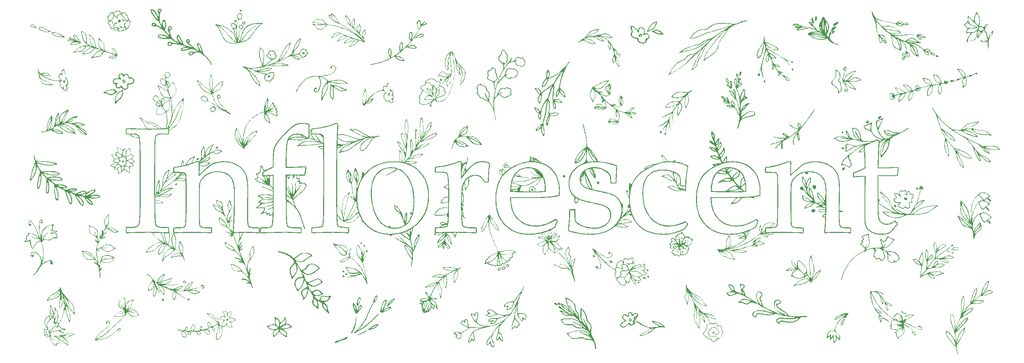
<source format=gbr>
%TF.GenerationSoftware,KiCad,Pcbnew,(5.99.0-8803-gb07c8110c8)*%
%TF.CreationDate,2021-05-08T13:23:26+01:00*%
%TF.ProjectId,Base,42617365-2e6b-4696-9361-645f70636258,rev?*%
%TF.SameCoordinates,Original*%
%TF.FileFunction,Legend,Top*%
%TF.FilePolarity,Positive*%
%FSLAX46Y46*%
G04 Gerber Fmt 4.6, Leading zero omitted, Abs format (unit mm)*
G04 Created by KiCad (PCBNEW (5.99.0-8803-gb07c8110c8)) date 2021-05-08 13:23:26*
%MOMM*%
%LPD*%
G01*
G04 APERTURE LIST*
%ADD10C,3.200000*%
G04 APERTURE END LIST*
%TO.C,S1*%
G36*
X76381196Y-76729128D02*
G01*
X76404852Y-76743317D01*
X76449709Y-76803426D01*
X76473414Y-76890778D01*
X76472247Y-76984792D01*
X76457820Y-77036413D01*
X76404966Y-77114440D01*
X76327902Y-77173878D01*
X76242521Y-77205715D01*
X76166533Y-77201611D01*
X76089214Y-77152182D01*
X76026167Y-77074896D01*
X76000173Y-77012002D01*
X76004663Y-76926437D01*
X76048082Y-76846066D01*
X76118937Y-76778520D01*
X76205735Y-76731428D01*
X76296986Y-76712420D01*
X76381196Y-76729128D01*
G37*
G36*
X202721708Y-90934529D02*
G01*
X202725035Y-90866610D01*
X202706762Y-90839325D01*
X202669897Y-90848749D01*
X202617445Y-90890954D01*
X202552413Y-90962017D01*
X202477808Y-91058011D01*
X202396635Y-91175010D01*
X202311901Y-91309089D01*
X202226612Y-91456322D01*
X202143774Y-91612783D01*
X202066395Y-91774547D01*
X202049722Y-91812010D01*
X201964259Y-92022565D01*
X201907340Y-92206960D01*
X201878102Y-92378482D01*
X201875686Y-92550416D01*
X201899231Y-92736047D01*
X201947875Y-92948662D01*
X201970685Y-93031959D01*
X202009293Y-93177662D01*
X202029672Y-93280492D01*
X202031647Y-93345167D01*
X202015041Y-93376406D01*
X201979681Y-93378929D01*
X201958028Y-93372117D01*
X201916645Y-93333412D01*
X201872540Y-93253696D01*
X201828499Y-93142560D01*
X201787307Y-93009595D01*
X201751750Y-92864394D01*
X201724613Y-92716549D01*
X201708680Y-92575650D01*
X201705688Y-92503106D01*
X201707265Y-92405389D01*
X201716002Y-92319240D01*
X201735003Y-92229325D01*
X201767374Y-92120309D01*
X201806747Y-92003964D01*
X201865147Y-91847311D01*
X201929844Y-91698186D01*
X202005384Y-91548612D01*
X202096308Y-91390615D01*
X202207162Y-91216216D01*
X202342489Y-91017442D01*
X202476089Y-90829016D01*
X202637685Y-90602639D01*
X202769007Y-90415525D01*
X202870785Y-90266567D01*
X202943752Y-90154660D01*
X202988640Y-90078698D01*
X203006181Y-90037576D01*
X203005183Y-90029966D01*
X202982354Y-90040880D01*
X202929356Y-90080259D01*
X202853591Y-90142224D01*
X202762460Y-90220896D01*
X202741897Y-90239137D01*
X202582324Y-90378092D01*
X202400779Y-90530702D01*
X202206692Y-90689471D01*
X202009494Y-90846903D01*
X201818615Y-90995501D01*
X201643484Y-91127770D01*
X201493533Y-91236211D01*
X201448598Y-91267249D01*
X201281598Y-91377435D01*
X201082507Y-91503448D01*
X200863027Y-91638304D01*
X200634864Y-91775020D01*
X200409721Y-91906612D01*
X200199302Y-92026097D01*
X200015312Y-92126490D01*
X199959950Y-92155501D01*
X199735950Y-92277457D01*
X199560236Y-92386892D01*
X199431922Y-92484438D01*
X199350118Y-92570724D01*
X199329942Y-92602754D01*
X199318259Y-92631724D01*
X199308507Y-92673731D01*
X199300349Y-92734074D01*
X199293450Y-92818052D01*
X199287474Y-92930965D01*
X199282085Y-93078112D01*
X199276948Y-93264792D01*
X199271726Y-93496305D01*
X199270943Y-93533868D01*
X199266661Y-93736747D01*
X199262571Y-93922735D01*
X199258817Y-94085887D01*
X199255542Y-94220259D01*
X199252890Y-94319907D01*
X199251004Y-94378888D01*
X199250201Y-94392836D01*
X199221601Y-94401589D01*
X199168907Y-94379445D01*
X199103683Y-94331833D01*
X199085800Y-94315670D01*
X199009900Y-94221213D01*
X198956054Y-94098871D01*
X198922688Y-93942755D01*
X198908227Y-93746977D01*
X198907435Y-93648397D01*
X198910611Y-93508660D01*
X198919856Y-93398844D01*
X198938472Y-93298042D01*
X198969760Y-93185349D01*
X198991196Y-93117983D01*
X199024170Y-93013425D01*
X199048911Y-92928413D01*
X199062482Y-92873462D01*
X199063655Y-92858378D01*
X199035258Y-92864938D01*
X198974647Y-92905066D01*
X198885118Y-92975862D01*
X198769970Y-93074428D01*
X198632501Y-93197864D01*
X198476007Y-93343270D01*
X198303787Y-93507747D01*
X198119137Y-93688395D01*
X198114792Y-93692696D01*
X197972054Y-93833054D01*
X197839943Y-93961152D01*
X197722989Y-94072735D01*
X197625725Y-94163549D01*
X197552684Y-94229340D01*
X197508399Y-94265855D01*
X197497607Y-94271944D01*
X197466410Y-94253397D01*
X197463407Y-94204417D01*
X197485858Y-94134995D01*
X197531025Y-94055125D01*
X197571616Y-94001930D01*
X197664578Y-93897686D01*
X197787299Y-93767262D01*
X197931799Y-93618635D01*
X198090098Y-93459784D01*
X198254215Y-93298684D01*
X198416168Y-93143313D01*
X198567979Y-93001647D01*
X198617185Y-92956828D01*
X198723515Y-92859429D01*
X198815220Y-92773000D01*
X198886132Y-92703554D01*
X198930082Y-92657102D01*
X198941684Y-92640550D01*
X198918958Y-92620046D01*
X198850834Y-92622387D01*
X198737395Y-92647560D01*
X198578723Y-92695549D01*
X198510664Y-92718366D01*
X198364290Y-92766508D01*
X198186758Y-92821730D01*
X197985083Y-92882116D01*
X197766279Y-92945749D01*
X197537360Y-93010714D01*
X197305339Y-93075094D01*
X197077230Y-93136974D01*
X196860047Y-93194437D01*
X196660804Y-93245567D01*
X196486514Y-93288449D01*
X196344192Y-93321165D01*
X196240850Y-93341800D01*
X196212716Y-93346147D01*
X196138129Y-93353172D01*
X196101531Y-93346875D01*
X196091222Y-93324997D01*
X196091183Y-93322662D01*
X196115449Y-93283634D01*
X196184351Y-93240354D01*
X196292042Y-93195101D01*
X196432679Y-93150156D01*
X196600415Y-93107800D01*
X196691240Y-93088579D01*
X196876430Y-93048389D01*
X197087072Y-92996937D01*
X197317169Y-92936149D01*
X197560722Y-92867950D01*
X197811735Y-92794267D01*
X198064209Y-92717023D01*
X198312146Y-92638146D01*
X198549548Y-92559559D01*
X198770417Y-92483188D01*
X198968756Y-92410959D01*
X199138566Y-92344797D01*
X199273850Y-92286627D01*
X199368609Y-92238376D01*
X199396965Y-92220021D01*
X199487407Y-92145043D01*
X199562248Y-92066921D01*
X199612194Y-91996529D01*
X199628173Y-91949549D01*
X199624031Y-91931658D01*
X199605799Y-91919136D01*
X199565738Y-91910929D01*
X199496105Y-91905983D01*
X199389161Y-91903244D01*
X199278908Y-91901996D01*
X199149585Y-91901202D01*
X199038328Y-91901119D01*
X198955158Y-91901710D01*
X198910095Y-91902939D01*
X198905701Y-91903386D01*
X198849097Y-91903474D01*
X198751564Y-91892266D01*
X198621370Y-91871516D01*
X198466787Y-91842978D01*
X198296085Y-91808407D01*
X198117533Y-91769557D01*
X197939403Y-91728182D01*
X197769964Y-91686037D01*
X197617487Y-91644875D01*
X197490243Y-91606451D01*
X197463035Y-91597374D01*
X197335676Y-91550188D01*
X197224948Y-91502366D01*
X197138719Y-91457974D01*
X197084859Y-91421077D01*
X197071235Y-91395744D01*
X197071603Y-91395086D01*
X197086179Y-91380611D01*
X197111838Y-91374204D01*
X197155028Y-91377099D01*
X197222197Y-91390535D01*
X197319792Y-91415746D01*
X197454262Y-91453969D01*
X197595157Y-91495471D01*
X197925697Y-91586773D01*
X198228481Y-91654767D01*
X198519506Y-91702154D01*
X198814770Y-91731634D01*
X199068938Y-91744269D01*
X199280915Y-91746096D01*
X199485302Y-91739100D01*
X199676052Y-91724256D01*
X199847119Y-91702537D01*
X199992454Y-91674915D01*
X200106012Y-91642363D01*
X200181745Y-91605856D01*
X200213606Y-91566365D01*
X200214229Y-91559960D01*
X200192826Y-91532945D01*
X200136492Y-91493878D01*
X200057043Y-91450858D01*
X200050279Y-91447601D01*
X199939913Y-91383495D01*
X199819187Y-91294358D01*
X199695603Y-91187939D01*
X199576665Y-91071989D01*
X199469877Y-90954258D01*
X199382742Y-90842496D01*
X199351139Y-90790836D01*
X199583239Y-90790836D01*
X199606841Y-90835408D01*
X199666133Y-90904431D01*
X199763087Y-91001599D01*
X199765076Y-91003520D01*
X199885958Y-91110728D01*
X200004862Y-91199160D01*
X200115116Y-91265381D01*
X200210046Y-91305956D01*
X200282977Y-91317452D01*
X200327235Y-91296433D01*
X200329045Y-91293724D01*
X200329906Y-91247179D01*
X200293197Y-91183497D01*
X200226698Y-91108659D01*
X200138189Y-91028648D01*
X200035450Y-90949443D01*
X199926259Y-90877027D01*
X199818397Y-90817381D01*
X199719643Y-90776486D01*
X199637777Y-90760324D01*
X199635221Y-90760279D01*
X199593356Y-90767024D01*
X199583239Y-90790836D01*
X199351139Y-90790836D01*
X199322763Y-90744452D01*
X199297680Y-90670267D01*
X199295486Y-90599902D01*
X199315603Y-90566137D01*
X199367500Y-90556317D01*
X199383090Y-90556112D01*
X199515017Y-90574258D01*
X199671963Y-90625253D01*
X199845097Y-90703933D01*
X200025586Y-90805135D01*
X200204596Y-90923695D01*
X200373295Y-91054449D01*
X200522850Y-91192235D01*
X200584406Y-91258398D01*
X200656114Y-91338602D01*
X200705552Y-91386849D01*
X200743476Y-91409919D01*
X200780638Y-91414590D01*
X200822671Y-91408602D01*
X200916134Y-91379563D01*
X201039534Y-91323963D01*
X201183101Y-91247090D01*
X201337066Y-91154233D01*
X201491660Y-91050682D01*
X201516478Y-91032987D01*
X201611746Y-90961437D01*
X201728374Y-90869042D01*
X201861656Y-90759962D01*
X202006885Y-90638357D01*
X202159356Y-90508384D01*
X202314362Y-90374204D01*
X202467195Y-90239975D01*
X202613151Y-90109857D01*
X202747522Y-89988009D01*
X202865601Y-89878590D01*
X202962683Y-89785760D01*
X203034061Y-89713677D01*
X203075027Y-89666500D01*
X203082447Y-89649113D01*
X203055136Y-89641122D01*
X202988218Y-89626587D01*
X202892235Y-89607688D01*
X202795329Y-89589759D01*
X202639248Y-89559543D01*
X202505438Y-89527674D01*
X202380698Y-89489599D01*
X202251830Y-89440768D01*
X202105634Y-89376626D01*
X201928911Y-89292623D01*
X201917096Y-89286875D01*
X201665365Y-89159167D01*
X201447559Y-89038095D01*
X201266153Y-88925398D01*
X201123622Y-88822817D01*
X201022440Y-88732095D01*
X200965082Y-88654972D01*
X200952305Y-88608061D01*
X200959508Y-88555479D01*
X200983555Y-88534297D01*
X201028100Y-88546034D01*
X201096797Y-88592211D01*
X201193301Y-88674348D01*
X201260441Y-88736232D01*
X201511982Y-88949858D01*
X201765051Y-89121047D01*
X201948955Y-89217525D01*
X202063049Y-89263568D01*
X202197805Y-89308124D01*
X202345476Y-89349717D01*
X202498317Y-89386872D01*
X202648581Y-89418111D01*
X202788523Y-89441959D01*
X202910396Y-89456938D01*
X203006453Y-89461572D01*
X203068949Y-89454386D01*
X203090181Y-89435045D01*
X203084444Y-89400152D01*
X203068537Y-89324565D01*
X203044414Y-89217027D01*
X203014027Y-89086282D01*
X202985567Y-88966892D01*
X202939206Y-88763312D01*
X202909038Y-88600330D01*
X202894767Y-88470386D01*
X202895836Y-88386263D01*
X203083515Y-88386263D01*
X203091045Y-88527296D01*
X203117070Y-88700724D01*
X203152911Y-88867187D01*
X203197199Y-89035635D01*
X203238181Y-89160682D01*
X203275007Y-89240280D01*
X203306831Y-89272383D01*
X203319988Y-89270379D01*
X203339597Y-89239509D01*
X203365517Y-89174970D01*
X203385804Y-89111796D01*
X203410717Y-88994828D01*
X203417641Y-88866357D01*
X203413110Y-88763141D01*
X203397930Y-88606998D01*
X203375013Y-88488825D01*
X203340269Y-88395820D01*
X203289611Y-88315183D01*
X203257551Y-88276091D01*
X203205547Y-88219044D01*
X203173274Y-88195771D01*
X203147876Y-88200945D01*
X203124798Y-88221074D01*
X203094695Y-88282547D01*
X203083515Y-88386263D01*
X202895836Y-88386263D01*
X202896094Y-88365923D01*
X202912724Y-88279381D01*
X202944359Y-88203202D01*
X202954833Y-88184455D01*
X203011802Y-88106312D01*
X203073753Y-88070401D01*
X203156144Y-88069140D01*
X203181467Y-88073299D01*
X203275710Y-88109297D01*
X203370808Y-88185715D01*
X203384252Y-88199417D01*
X203466957Y-88305328D01*
X203525937Y-88429924D01*
X203563721Y-88581749D01*
X203582834Y-88769344D01*
X203586213Y-88882043D01*
X203589298Y-88995581D01*
X203595184Y-89089935D01*
X203602953Y-89153672D01*
X203609679Y-89174728D01*
X203635178Y-89165642D01*
X203688687Y-89122001D01*
X203765783Y-89048485D01*
X203862047Y-88949773D01*
X203973057Y-88830545D01*
X204094392Y-88695480D01*
X204221632Y-88549258D01*
X204350356Y-88396557D01*
X204388190Y-88350685D01*
X204548268Y-88152979D01*
X204702430Y-87956801D01*
X204855872Y-87755067D01*
X205013785Y-87540692D01*
X205181364Y-87306591D01*
X205363802Y-87045680D01*
X205566292Y-86750875D01*
X205635373Y-86649399D01*
X205845231Y-86340543D01*
X206028395Y-86071069D01*
X206186836Y-85838296D01*
X206322522Y-85639541D01*
X206437421Y-85472121D01*
X206533503Y-85333355D01*
X206612736Y-85220558D01*
X206677089Y-85131049D01*
X206728530Y-85062146D01*
X206769030Y-85011165D01*
X206800556Y-84975424D01*
X206825077Y-84952241D01*
X206844562Y-84938934D01*
X206860980Y-84932818D01*
X206876300Y-84931213D01*
X206892490Y-84931435D01*
X206896225Y-84931463D01*
X206954363Y-84942836D01*
X206971065Y-84978504D01*
X206946549Y-85040785D01*
X206911476Y-85092801D01*
X206877448Y-85139825D01*
X206818526Y-85222484D01*
X206739001Y-85334709D01*
X206643161Y-85470429D01*
X206535298Y-85623575D01*
X206419700Y-85788076D01*
X206368944Y-85860421D01*
X206099344Y-86244270D01*
X205856250Y-86589007D01*
X205637493Y-86897576D01*
X205440907Y-87172923D01*
X205264322Y-87417993D01*
X205105571Y-87635731D01*
X204962488Y-87829083D01*
X204832903Y-88000993D01*
X204714649Y-88154408D01*
X204605559Y-88292271D01*
X204503464Y-88417529D01*
X204406198Y-88533126D01*
X204375502Y-88568831D01*
X204214189Y-88755899D01*
X204082392Y-88909874D01*
X203976021Y-89035893D01*
X203890987Y-89139094D01*
X203823199Y-89224613D01*
X203768568Y-89297589D01*
X203723002Y-89363159D01*
X203682411Y-89426459D01*
X203650362Y-89479613D01*
X203589877Y-89576402D01*
X203507755Y-89699987D01*
X203413299Y-89836745D01*
X203315814Y-89973052D01*
X203280964Y-90020477D01*
X203034854Y-90352570D01*
X203100017Y-90524331D01*
X203175897Y-90760677D01*
X203232203Y-91020862D01*
X203269872Y-91311501D01*
X203289840Y-91639209D01*
X203293788Y-91892439D01*
X203293435Y-92037374D01*
X203291506Y-92140457D01*
X203286699Y-92210737D01*
X203277709Y-92257262D01*
X203263234Y-92289082D01*
X203241969Y-92315246D01*
X203231318Y-92326107D01*
X203165118Y-92377328D01*
X203109898Y-92382463D01*
X203058483Y-92344038D01*
X203008671Y-92266598D01*
X202956329Y-92148298D01*
X202903799Y-91998946D01*
X202853425Y-91828351D01*
X202807551Y-91646321D01*
X202768520Y-91462664D01*
X202738675Y-91287188D01*
X202720361Y-91129702D01*
X202719905Y-91116372D01*
X202908194Y-91116372D01*
X202912244Y-91252698D01*
X202923513Y-91398784D01*
X202940964Y-91546495D01*
X202963561Y-91687696D01*
X202990268Y-91814253D01*
X203020049Y-91918032D01*
X203051867Y-91990896D01*
X203084686Y-92024712D01*
X203099731Y-92024950D01*
X203116243Y-91996490D01*
X203129822Y-91932325D01*
X203136278Y-91864823D01*
X203137887Y-91742045D01*
X203132173Y-91596956D01*
X203120383Y-91439920D01*
X203103763Y-91281302D01*
X203083562Y-91131468D01*
X203061025Y-91000781D01*
X203037400Y-90899607D01*
X203013933Y-90838311D01*
X203012521Y-90836072D01*
X202989306Y-90813237D01*
X202963404Y-90830232D01*
X202949717Y-90847300D01*
X202925894Y-90905538D01*
X202912399Y-90997941D01*
X202908194Y-91116372D01*
X202719905Y-91116372D01*
X202715921Y-91000013D01*
X202721708Y-90934529D01*
G37*
G36*
X174992246Y-116292780D02*
G01*
X175011473Y-116302397D01*
X175047997Y-116347462D01*
X175064224Y-116399353D01*
X175057965Y-116462246D01*
X175032346Y-116527769D01*
X174996834Y-116577136D01*
X174966934Y-116592385D01*
X174936850Y-116573207D01*
X174902045Y-116530403D01*
X174873257Y-116458155D01*
X174873410Y-116386753D01*
X174896977Y-116327713D01*
X174938432Y-116292550D01*
X174992246Y-116292780D01*
G37*
G36*
X104730533Y-81300374D02*
G01*
X104734027Y-81223851D01*
X104762474Y-81177375D01*
X104819508Y-81121071D01*
X104860943Y-81089397D01*
X104928048Y-81036087D01*
X104976241Y-80984671D01*
X104989697Y-80961068D01*
X105024835Y-80921320D01*
X105082813Y-80910925D01*
X105143779Y-80931518D01*
X105162638Y-80946834D01*
X105179900Y-80989152D01*
X105192891Y-81069465D01*
X105201527Y-81175926D01*
X105205728Y-81296688D01*
X105205411Y-81419904D01*
X105200494Y-81533727D01*
X105190894Y-81626309D01*
X105176531Y-81685803D01*
X105167847Y-81699190D01*
X105111765Y-81726386D01*
X105035048Y-81741955D01*
X104957505Y-81744378D01*
X104898941Y-81732135D01*
X104883693Y-81720992D01*
X104830016Y-81634331D01*
X104783204Y-81524071D01*
X104762914Y-81455993D01*
X104875151Y-81455993D01*
X104879607Y-81567225D01*
X104895230Y-81630731D01*
X104925397Y-81649086D01*
X104973489Y-81624867D01*
X105029814Y-81573902D01*
X105090425Y-81482963D01*
X105103226Y-81377565D01*
X105079140Y-81280263D01*
X105039731Y-81212212D01*
X104995220Y-81189261D01*
X104951057Y-81206718D01*
X104912691Y-81259887D01*
X104885573Y-81344073D01*
X104875152Y-81454582D01*
X104875151Y-81455993D01*
X104762914Y-81455993D01*
X104748346Y-81407116D01*
X104730533Y-81300374D01*
G37*
G36*
X242281238Y-78091127D02*
G01*
X242302079Y-77996956D01*
X242341965Y-77896211D01*
X242404708Y-77780643D01*
X242494120Y-77642005D01*
X242591672Y-77503007D01*
X242654002Y-77413549D01*
X242701551Y-77339993D01*
X242728618Y-77291501D01*
X242732186Y-77277210D01*
X242702639Y-77278642D01*
X242634736Y-77295592D01*
X242537490Y-77324943D01*
X242419915Y-77363579D01*
X242291022Y-77408385D01*
X242159826Y-77456244D01*
X242035339Y-77504039D01*
X241926574Y-77548656D01*
X241858090Y-77579417D01*
X241742561Y-77638621D01*
X241662920Y-77691101D01*
X241606677Y-77745966D01*
X241580009Y-77782238D01*
X241494961Y-77883018D01*
X241399805Y-77937351D01*
X241285397Y-77949683D01*
X241244018Y-77945594D01*
X241142448Y-77943458D01*
X241007331Y-77957459D01*
X240849697Y-77984743D01*
X240680577Y-78022454D01*
X240511001Y-78067736D01*
X240352000Y-78117735D01*
X240214604Y-78169596D01*
X240109844Y-78220462D01*
X240065703Y-78250599D01*
X240033416Y-78276203D01*
X240001293Y-78294431D01*
X239961684Y-78305559D01*
X239906936Y-78309859D01*
X239829397Y-78307607D01*
X239721416Y-78299078D01*
X239575340Y-78284545D01*
X239459519Y-78272347D01*
X239352706Y-78269241D01*
X239228404Y-78277921D01*
X239103069Y-78295929D01*
X238993155Y-78320807D01*
X238915120Y-78350100D01*
X238906953Y-78354866D01*
X238864545Y-78393531D01*
X238807366Y-78460751D01*
X238747763Y-78542007D01*
X238747520Y-78542365D01*
X238635641Y-78676982D01*
X238514141Y-78769457D01*
X238388144Y-78818184D01*
X238262773Y-78821556D01*
X238143152Y-78777967D01*
X238097173Y-78746319D01*
X238027359Y-78697092D01*
X237963845Y-78662402D01*
X237943748Y-78655180D01*
X237888994Y-78653211D01*
X237799944Y-78661898D01*
X237691420Y-78678536D01*
X237578242Y-78700419D01*
X237475231Y-78724841D01*
X237397208Y-78749096D01*
X237374437Y-78759111D01*
X237309578Y-78800141D01*
X237237095Y-78856265D01*
X237168898Y-78916806D01*
X237116899Y-78971085D01*
X237093009Y-79008425D01*
X237092586Y-79011767D01*
X237104554Y-79047084D01*
X237136516Y-79114152D01*
X237182561Y-79200906D01*
X237204031Y-79239177D01*
X237265451Y-79356856D01*
X237324344Y-79486319D01*
X237369089Y-79601805D01*
X237373159Y-79614134D01*
X237403119Y-79714752D01*
X237416420Y-79787962D01*
X237414908Y-79853772D01*
X237401893Y-79925572D01*
X237388528Y-80000167D01*
X237372278Y-80111622D01*
X237355000Y-80246120D01*
X237338552Y-80389841D01*
X237335144Y-80422152D01*
X237312346Y-80608759D01*
X237284412Y-80756039D01*
X237246669Y-80875564D01*
X237194441Y-80978905D01*
X237123053Y-81077635D01*
X237027831Y-81183325D01*
X237027518Y-81183650D01*
X236959750Y-81251725D01*
X236905508Y-81295955D01*
X236860883Y-81312854D01*
X236821963Y-81298936D01*
X236784838Y-81250712D01*
X236745597Y-81164696D01*
X236700330Y-81037402D01*
X236645126Y-80865341D01*
X236635249Y-80833868D01*
X236588748Y-80680193D01*
X236556636Y-80557356D01*
X236535699Y-80448437D01*
X236522722Y-80336512D01*
X236514490Y-80204661D01*
X236514093Y-80196108D01*
X236513611Y-80090686D01*
X236636360Y-80090686D01*
X236648681Y-80330579D01*
X236683444Y-80572449D01*
X236741044Y-80808830D01*
X236802490Y-80985624D01*
X236840433Y-81056761D01*
X236884207Y-81084151D01*
X236940445Y-81067983D01*
X237015782Y-81008443D01*
X237032923Y-80992126D01*
X237106419Y-80903048D01*
X237158016Y-80806649D01*
X237164571Y-80787508D01*
X237187260Y-80690427D01*
X237209989Y-80556111D01*
X237231191Y-80398203D01*
X237249297Y-80230344D01*
X237262739Y-80066176D01*
X237269948Y-79919340D01*
X237270742Y-79863925D01*
X237269423Y-79759382D01*
X237262540Y-79681059D01*
X237245706Y-79611706D01*
X237214533Y-79534074D01*
X237164634Y-79430912D01*
X237156430Y-79414501D01*
X237091720Y-79288708D01*
X237042405Y-79204557D01*
X237003109Y-79157222D01*
X236968452Y-79141876D01*
X236933058Y-79153690D01*
X236897611Y-79182187D01*
X236803627Y-79300203D01*
X236730115Y-79457528D01*
X236677471Y-79646694D01*
X236646088Y-79860235D01*
X236636360Y-80090686D01*
X236513611Y-80090686D01*
X236512952Y-79946784D01*
X236536641Y-79725457D01*
X236588833Y-79513826D01*
X236673202Y-79293591D01*
X236712433Y-79208102D01*
X236762324Y-79101076D01*
X236802834Y-79010104D01*
X236829529Y-78945420D01*
X236838077Y-78918099D01*
X236820318Y-78905152D01*
X236765545Y-78902088D01*
X236671511Y-78909180D01*
X236535970Y-78926700D01*
X236356677Y-78954920D01*
X236131386Y-78994115D01*
X235971434Y-79023339D01*
X235804868Y-79054124D01*
X235649712Y-79082655D01*
X235514907Y-79107299D01*
X235409395Y-79126423D01*
X235342118Y-79138395D01*
X235330111Y-79140451D01*
X235234670Y-79156415D01*
X235234203Y-79454310D01*
X235225613Y-79716006D01*
X235201854Y-79978254D01*
X235164736Y-80230754D01*
X235116068Y-80463208D01*
X235057658Y-80665318D01*
X234994145Y-80821143D01*
X234898908Y-80980822D01*
X234766482Y-81155594D01*
X234604492Y-81336418D01*
X234420567Y-81514255D01*
X234376283Y-81553506D01*
X234260380Y-81650061D01*
X234172511Y-81711706D01*
X234106686Y-81741386D01*
X234056912Y-81742050D01*
X234026700Y-81725437D01*
X233992109Y-81671090D01*
X233962169Y-81575016D01*
X233937454Y-81446225D01*
X233918537Y-81293728D01*
X233905992Y-81126536D01*
X233900392Y-80953659D01*
X233900731Y-80923713D01*
X234042445Y-80923713D01*
X234043439Y-81101102D01*
X234052178Y-81279783D01*
X234067540Y-81410436D01*
X234092038Y-81495770D01*
X234128183Y-81538491D01*
X234178486Y-81541307D01*
X234245458Y-81506927D01*
X234331613Y-81438058D01*
X234344958Y-81426169D01*
X234457983Y-81314548D01*
X234578188Y-81179047D01*
X234695202Y-81032862D01*
X234798654Y-80889191D01*
X234878173Y-80761229D01*
X234899289Y-80720842D01*
X234961234Y-80570315D01*
X235015764Y-80392966D01*
X235061322Y-80199390D01*
X235096351Y-80000184D01*
X235119294Y-79805942D01*
X235128594Y-79627259D01*
X235122693Y-79474731D01*
X235100035Y-79358952D01*
X235099616Y-79357716D01*
X235056003Y-79286075D01*
X234991408Y-79258059D01*
X234909226Y-79272609D01*
X234812856Y-79328666D01*
X234705693Y-79425170D01*
X234637957Y-79501649D01*
X234537877Y-79629236D01*
X234432161Y-79774558D01*
X234330189Y-79923842D01*
X234241337Y-80063310D01*
X234174984Y-80179189D01*
X234169561Y-80189706D01*
X234119356Y-80322184D01*
X234080556Y-80495029D01*
X234054479Y-80698714D01*
X234042445Y-80923713D01*
X233900731Y-80923713D01*
X233902311Y-80784108D01*
X233912322Y-80626893D01*
X233931000Y-80491026D01*
X233944347Y-80431732D01*
X233995260Y-80281401D01*
X234073291Y-80103417D01*
X234172759Y-79909056D01*
X234287981Y-79709589D01*
X234384173Y-79559149D01*
X234448981Y-79459731D01*
X234501617Y-79374007D01*
X234536330Y-79311684D01*
X234547495Y-79283530D01*
X234526188Y-79262608D01*
X234477505Y-79266028D01*
X234262143Y-79310636D01*
X234029570Y-79360635D01*
X233787053Y-79414312D01*
X233541858Y-79469954D01*
X233301252Y-79525849D01*
X233072500Y-79580283D01*
X232862870Y-79631545D01*
X232679628Y-79677922D01*
X232530039Y-79717700D01*
X232421371Y-79749167D01*
X232403257Y-79754942D01*
X232282365Y-79794472D01*
X232282365Y-79920695D01*
X232266818Y-80048920D01*
X232216735Y-80167427D01*
X232126954Y-80285874D01*
X232042347Y-80369710D01*
X231896297Y-80480295D01*
X231748311Y-80549262D01*
X231605403Y-80573815D01*
X231542099Y-80569235D01*
X231427865Y-80542814D01*
X231307582Y-80501876D01*
X231197773Y-80453205D01*
X231114961Y-80403584D01*
X231092971Y-80384864D01*
X231034130Y-80342688D01*
X230976152Y-80324853D01*
X230975542Y-80324850D01*
X230929099Y-80331455D01*
X230851667Y-80348731D01*
X230757057Y-80372870D01*
X230659082Y-80400063D01*
X230571553Y-80426502D01*
X230508280Y-80448378D01*
X230484049Y-80460374D01*
X230485045Y-80489192D01*
X230500123Y-80552469D01*
X230526058Y-80636792D01*
X230527492Y-80641054D01*
X230569826Y-80840969D01*
X230570989Y-81068580D01*
X230530907Y-81324274D01*
X230449502Y-81608442D01*
X230326702Y-81921472D01*
X230244806Y-82099215D01*
X230171328Y-82242415D01*
X230102717Y-82353007D01*
X230028255Y-82446839D01*
X229965061Y-82512860D01*
X229889665Y-82583348D01*
X229799817Y-82661710D01*
X229704558Y-82740757D01*
X229612924Y-82813297D01*
X229533955Y-82872142D01*
X229476688Y-82910100D01*
X229452512Y-82920597D01*
X229434526Y-82896179D01*
X229421099Y-82825002D01*
X229412488Y-82711028D01*
X229408952Y-82558216D01*
X229409116Y-82541047D01*
X229516985Y-82541047D01*
X229522655Y-82595369D01*
X229522796Y-82595820D01*
X229543906Y-82633704D01*
X229556842Y-82640882D01*
X229585308Y-82627150D01*
X229644315Y-82590501D01*
X229723093Y-82537752D01*
X229757034Y-82514159D01*
X229849491Y-82444591D01*
X229933108Y-82373571D01*
X229992787Y-82314117D01*
X230001928Y-82302942D01*
X230047696Y-82232027D01*
X230106388Y-82125233D01*
X230172483Y-81994123D01*
X230240461Y-81850259D01*
X230304801Y-81705205D01*
X230359984Y-81570524D01*
X230388864Y-81492478D01*
X230432368Y-81337929D01*
X230460442Y-81175579D01*
X230472089Y-81019052D01*
X230466315Y-80881972D01*
X230442122Y-80777965D01*
X230441257Y-80775870D01*
X230411493Y-80714944D01*
X230381718Y-80691410D01*
X230336520Y-80694143D01*
X230330000Y-80695557D01*
X230209399Y-80735372D01*
X230088015Y-80796804D01*
X229984091Y-80869347D01*
X229925770Y-80928337D01*
X229865176Y-81024216D01*
X229798973Y-81156283D01*
X229732806Y-81311083D01*
X229672318Y-81475160D01*
X229623153Y-81635061D01*
X229612991Y-81674007D01*
X229592206Y-81773693D01*
X229571999Y-81899613D01*
X229553438Y-82040861D01*
X229537589Y-82186533D01*
X229525519Y-82325724D01*
X229518296Y-82447531D01*
X229516985Y-82541047D01*
X229409116Y-82541047D01*
X229410747Y-82370529D01*
X229412463Y-82304642D01*
X229418808Y-82137340D01*
X229428032Y-82004606D01*
X229442320Y-81890108D01*
X229463857Y-81777517D01*
X229494826Y-81650504D01*
X229505244Y-81611037D01*
X229573422Y-81387197D01*
X229653944Y-81175658D01*
X229742284Y-80986221D01*
X229833913Y-80828682D01*
X229916386Y-80721251D01*
X229970239Y-80658297D01*
X230003697Y-80610182D01*
X230009715Y-80588806D01*
X229981868Y-80590881D01*
X229912371Y-80605099D01*
X229808539Y-80629697D01*
X229677687Y-80662914D01*
X229527133Y-80702988D01*
X229465162Y-80719955D01*
X229305671Y-80763806D01*
X229160141Y-80803533D01*
X229036664Y-80836950D01*
X228943334Y-80861871D01*
X228888245Y-80876109D01*
X228879740Y-80878111D01*
X228847501Y-80895338D01*
X228816158Y-80937865D01*
X228780715Y-81014198D01*
X228745670Y-81106376D01*
X228570897Y-81518905D01*
X228356049Y-81900354D01*
X228100068Y-82252333D01*
X227801894Y-82576454D01*
X227742425Y-82633115D01*
X227637176Y-82726152D01*
X227522256Y-82819049D01*
X227406271Y-82905769D01*
X227297832Y-82980276D01*
X227205547Y-83036533D01*
X227138024Y-83068502D01*
X227114345Y-83073547D01*
X227066189Y-83053033D01*
X227037584Y-83019104D01*
X227023976Y-82962587D01*
X227017237Y-82856506D01*
X227017350Y-82700498D01*
X227019493Y-82618252D01*
X227020024Y-82605417D01*
X227166329Y-82605417D01*
X227168311Y-82697288D01*
X227176067Y-82759191D01*
X227183701Y-82776620D01*
X227220745Y-82792675D01*
X227277938Y-82781518D01*
X227361162Y-82740957D01*
X227476297Y-82668795D01*
X227480960Y-82665681D01*
X227655445Y-82531241D01*
X227837832Y-82359111D01*
X228019420Y-82159721D01*
X228191506Y-81943497D01*
X228345389Y-81720867D01*
X228472365Y-81502260D01*
X228502958Y-81441010D01*
X228562398Y-81302750D01*
X228589564Y-81202915D01*
X228584538Y-81140640D01*
X228547406Y-81115058D01*
X228534720Y-81114270D01*
X228426344Y-81125632D01*
X228290376Y-81155068D01*
X228144631Y-81197652D01*
X228006927Y-81248459D01*
X227939942Y-81278679D01*
X227762922Y-81389964D01*
X227594314Y-81540962D01*
X227443079Y-81720484D01*
X227318179Y-81917343D01*
X227228576Y-82120353D01*
X227206214Y-82194589D01*
X227190062Y-82278165D01*
X227177700Y-82383039D01*
X227169624Y-82496395D01*
X227166329Y-82605417D01*
X227020024Y-82605417D01*
X227025877Y-82464009D01*
X227035155Y-82346096D01*
X227049474Y-82249949D01*
X227070980Y-82161001D01*
X227100511Y-82068481D01*
X227221790Y-81788800D01*
X227382146Y-81541494D01*
X227447779Y-81462223D01*
X227503255Y-81393247D01*
X227523849Y-81352739D01*
X227514816Y-81342886D01*
X227475389Y-81347493D01*
X227395371Y-81360171D01*
X227284120Y-81379204D01*
X227150997Y-81402877D01*
X227005363Y-81429475D01*
X226856578Y-81457283D01*
X226714002Y-81484584D01*
X226586995Y-81509665D01*
X226484917Y-81530809D01*
X226461693Y-81535875D01*
X226368965Y-81559554D01*
X226295589Y-81584047D01*
X226256151Y-81604412D01*
X226254628Y-81606041D01*
X226240337Y-81643894D01*
X226223548Y-81718106D01*
X226207347Y-81814441D01*
X226203556Y-81841777D01*
X226157365Y-82074405D01*
X226086346Y-82264884D01*
X225991151Y-82412401D01*
X225872435Y-82516145D01*
X225730851Y-82575302D01*
X225601503Y-82589980D01*
X225442539Y-82566243D01*
X225299234Y-82498447D01*
X225174125Y-82391714D01*
X225069748Y-82251166D01*
X224988641Y-82081926D01*
X224933341Y-81889115D01*
X224911160Y-81715277D01*
X225010428Y-81715277D01*
X225039202Y-81907900D01*
X225095233Y-82079452D01*
X225175224Y-82224754D01*
X225275880Y-82338627D01*
X225393905Y-82415892D01*
X225526004Y-82451370D01*
X225612576Y-82450222D01*
X225697691Y-82432838D01*
X225770908Y-82405844D01*
X225785965Y-82397308D01*
X225825403Y-82360569D01*
X225876565Y-82299455D01*
X225928872Y-82228546D01*
X225971747Y-82162422D01*
X225994614Y-82115663D01*
X225995992Y-82107793D01*
X225972603Y-82101094D01*
X225910668Y-82096118D01*
X225822538Y-82093764D01*
X225802321Y-82093688D01*
X225703159Y-82092620D01*
X225640046Y-82086164D01*
X225598132Y-82069445D01*
X225562567Y-82037587D01*
X225535504Y-82006071D01*
X225502437Y-81956803D01*
X225665131Y-81956803D01*
X225686173Y-81974916D01*
X225736783Y-81978430D01*
X225798189Y-81968687D01*
X225851617Y-81947028D01*
X225857471Y-81943063D01*
X225890241Y-81910868D01*
X225893327Y-81893461D01*
X225861635Y-81889815D01*
X225803746Y-81899694D01*
X225738885Y-81917760D01*
X225686276Y-81938679D01*
X225665131Y-81956803D01*
X225502437Y-81956803D01*
X225481331Y-81925356D01*
X225433863Y-81828881D01*
X225422289Y-81797817D01*
X225395172Y-81662118D01*
X225408729Y-81549241D01*
X225460281Y-81463825D01*
X225547148Y-81410506D01*
X225655837Y-81393788D01*
X225730706Y-81388252D01*
X225763659Y-81369866D01*
X225766934Y-81356497D01*
X225745971Y-81300180D01*
X225691460Y-81234002D01*
X225615973Y-81169643D01*
X225532081Y-81118786D01*
X225494401Y-81103234D01*
X225351450Y-81067732D01*
X225236838Y-81070225D01*
X225148110Y-81112766D01*
X225082810Y-81197411D01*
X225038485Y-81326214D01*
X225012680Y-81501228D01*
X225012205Y-81506761D01*
X225010428Y-81715277D01*
X224911160Y-81715277D01*
X224906385Y-81677856D01*
X224910310Y-81453271D01*
X224940071Y-81254537D01*
X224974926Y-81122805D01*
X225019413Y-81034165D01*
X225082471Y-80980810D01*
X225173042Y-80954934D01*
X225290374Y-80948689D01*
X225473272Y-80968686D01*
X225649266Y-81029986D01*
X225824501Y-81135451D01*
X225991613Y-81275146D01*
X226167050Y-81439915D01*
X226367844Y-81403151D01*
X226637669Y-81353018D01*
X226873035Y-81307781D01*
X227070317Y-81268176D01*
X227225894Y-81234936D01*
X227336142Y-81208796D01*
X227363978Y-81201282D01*
X227444403Y-81172916D01*
X227489098Y-81145960D01*
X227494196Y-81124925D01*
X227455832Y-81114321D01*
X227438951Y-81113828D01*
X227349799Y-81091596D01*
X227239281Y-81026255D01*
X227109557Y-80919831D01*
X226962786Y-80774353D01*
X226801128Y-80591850D01*
X226626743Y-80374351D01*
X226565449Y-80293473D01*
X226435848Y-80118288D01*
X226336045Y-79978670D01*
X226263682Y-79870725D01*
X226233967Y-79820341D01*
X226377756Y-79820341D01*
X226391149Y-79861917D01*
X226426422Y-79932629D01*
X226476219Y-80019947D01*
X226533181Y-80111339D01*
X226589952Y-80194276D01*
X226621678Y-80235772D01*
X226664886Y-80289763D01*
X226728554Y-80370382D01*
X226801960Y-80464028D01*
X226837929Y-80510153D01*
X226965378Y-80659130D01*
X227099458Y-80789792D01*
X227229717Y-80892780D01*
X227332165Y-80952755D01*
X227399696Y-80969798D01*
X227505493Y-80980194D01*
X227637412Y-80984355D01*
X227783308Y-80982690D01*
X227931039Y-80975609D01*
X228068459Y-80963524D01*
X228183424Y-80946845D01*
X228263791Y-80925982D01*
X228275636Y-80920865D01*
X228354433Y-80866112D01*
X228383594Y-80801332D01*
X228363881Y-80723633D01*
X228338498Y-80682599D01*
X228312009Y-80648962D01*
X228279256Y-80615903D01*
X228236489Y-80581525D01*
X228179958Y-80543934D01*
X228105915Y-80501235D01*
X228010611Y-80451534D01*
X227890294Y-80392935D01*
X227741218Y-80323544D01*
X227559631Y-80241467D01*
X227341786Y-80144808D01*
X227083931Y-80031672D01*
X226839468Y-79925043D01*
X226674637Y-79857766D01*
X226543398Y-79813728D01*
X226448468Y-79793548D01*
X226392567Y-79797840D01*
X226377756Y-79820341D01*
X226233967Y-79820341D01*
X226216402Y-79790559D01*
X226191850Y-79734278D01*
X226187669Y-79697989D01*
X226195616Y-79682381D01*
X226248399Y-79660509D01*
X226336408Y-79656376D01*
X226447667Y-79668681D01*
X226570195Y-79696118D01*
X226688634Y-79736020D01*
X226784849Y-79776435D01*
X226917318Y-79834501D01*
X227076700Y-79905902D01*
X227253651Y-79986325D01*
X227438830Y-80071455D01*
X227622894Y-80156977D01*
X227796501Y-80238576D01*
X227950307Y-80311938D01*
X228074971Y-80372748D01*
X228151985Y-80411839D01*
X228256426Y-80475356D01*
X228361553Y-80553830D01*
X228456288Y-80637432D01*
X228529552Y-80716329D01*
X228570268Y-80780694D01*
X228571514Y-80784112D01*
X228583822Y-80796660D01*
X228613879Y-80800177D01*
X228668588Y-80793624D01*
X228754851Y-80775961D01*
X228879572Y-80746151D01*
X228963500Y-80725102D01*
X229112283Y-80686159D01*
X229271519Y-80642293D01*
X229434078Y-80595711D01*
X229592828Y-80548617D01*
X229740634Y-80503216D01*
X229870367Y-80461713D01*
X229974893Y-80426314D01*
X230047079Y-80399222D01*
X230079795Y-80382643D01*
X230080615Y-80379746D01*
X230051768Y-80372381D01*
X229982385Y-80361617D01*
X229882602Y-80348852D01*
X229762558Y-80335486D01*
X229751985Y-80334392D01*
X229621691Y-80318808D01*
X229502079Y-80300577D01*
X229406620Y-80281996D01*
X229349742Y-80265769D01*
X229301953Y-80239402D01*
X229240247Y-80193191D01*
X229161118Y-80123825D01*
X229061057Y-80027995D01*
X228936557Y-79902390D01*
X228784109Y-79743699D01*
X228680995Y-79634655D01*
X228574461Y-79524889D01*
X228464192Y-79417033D01*
X228362120Y-79322414D01*
X228280175Y-79252355D01*
X228269132Y-79243724D01*
X228173947Y-79167279D01*
X228154350Y-79147814D01*
X228405023Y-79147814D01*
X228428056Y-79197832D01*
X228492674Y-79273533D01*
X228505364Y-79286817D01*
X228577215Y-79364478D01*
X228667454Y-79466541D01*
X228762666Y-79577665D01*
X228823262Y-79650401D01*
X228969660Y-79824281D01*
X229095404Y-79960733D01*
X229208702Y-80064260D01*
X229317762Y-80139362D01*
X229430791Y-80190541D01*
X229555996Y-80222300D01*
X229701584Y-80239138D01*
X229875764Y-80245559D01*
X229909069Y-80245941D01*
X230041731Y-80245557D01*
X230129613Y-80241191D01*
X230178726Y-80232227D01*
X230195079Y-80218053D01*
X230195152Y-80216684D01*
X230176962Y-80155097D01*
X230127480Y-80067349D01*
X230053310Y-79961265D01*
X229961054Y-79844671D01*
X229857314Y-79725391D01*
X229748692Y-79611251D01*
X229641791Y-79510077D01*
X229543213Y-79429695D01*
X229513949Y-79409274D01*
X229370322Y-79330531D01*
X229190532Y-79257244D01*
X228989311Y-79194110D01*
X228781393Y-79145827D01*
X228604710Y-79119366D01*
X228491422Y-79111830D01*
X228425502Y-79120230D01*
X228405023Y-79147814D01*
X228154350Y-79147814D01*
X228118410Y-79112117D01*
X228099098Y-79072391D01*
X228112592Y-79042249D01*
X228140306Y-79023409D01*
X228209810Y-79002103D01*
X228316235Y-78988165D01*
X228446105Y-78981823D01*
X228585941Y-78983303D01*
X228722267Y-78992835D01*
X228841604Y-79010646D01*
X228845598Y-79011484D01*
X229084211Y-79083406D01*
X229332438Y-79197624D01*
X229581510Y-79348968D01*
X229822658Y-79532268D01*
X229994031Y-79688577D01*
X230086046Y-79782232D01*
X230150639Y-79858062D01*
X230198529Y-79931953D01*
X230240431Y-80019792D01*
X230274138Y-80103762D01*
X230360822Y-80328066D01*
X230475351Y-80312417D01*
X230625271Y-80284616D01*
X230749505Y-80249176D01*
X231213427Y-80249176D01*
X231233178Y-80279214D01*
X231282831Y-80323379D01*
X231347988Y-80370732D01*
X231414249Y-80410333D01*
X231443246Y-80423788D01*
X231576631Y-80450965D01*
X231712177Y-80432261D01*
X231811978Y-80385031D01*
X231948807Y-80282618D01*
X232059200Y-80176092D01*
X232137187Y-80072567D01*
X232176799Y-79979156D01*
X232180562Y-79945852D01*
X232165584Y-79891297D01*
X232123427Y-79875275D01*
X232058256Y-79896216D01*
X231974236Y-79952547D01*
X231875531Y-80042694D01*
X231848055Y-80071394D01*
X231758509Y-80159318D01*
X231683578Y-80209089D01*
X231609939Y-80225107D01*
X231524270Y-80211768D01*
X231472494Y-80195371D01*
X231407276Y-80185193D01*
X231332238Y-80190386D01*
X231264422Y-80207411D01*
X231220868Y-80232729D01*
X231213427Y-80249176D01*
X230749505Y-80249176D01*
X230761326Y-80245804D01*
X230869427Y-80200505D01*
X230916731Y-80170752D01*
X230949255Y-80141973D01*
X230969246Y-80109956D01*
X230979739Y-80062255D01*
X230983765Y-79986429D01*
X230984369Y-79893260D01*
X230986101Y-79864926D01*
X231087222Y-79864926D01*
X231092508Y-79956920D01*
X231106291Y-80028474D01*
X231128239Y-80066988D01*
X231138386Y-80070341D01*
X231176027Y-80062051D01*
X231221072Y-80046822D01*
X231259583Y-80023865D01*
X231281476Y-79982397D01*
X231294003Y-79907361D01*
X231295528Y-79892220D01*
X231323302Y-79761894D01*
X231374786Y-79671764D01*
X231445351Y-79624230D01*
X231530369Y-79621692D01*
X231625213Y-79666551D01*
X231666549Y-79699818D01*
X231774520Y-79771015D01*
X231888698Y-79792397D01*
X232013474Y-79765560D01*
X232061057Y-79736525D01*
X232074068Y-79694161D01*
X232051510Y-79631969D01*
X231992384Y-79543451D01*
X231976042Y-79521964D01*
X231853389Y-79385503D01*
X231733583Y-79297144D01*
X231618164Y-79257939D01*
X231586446Y-79255912D01*
X231456612Y-79279588D01*
X231330652Y-79344801D01*
X231220511Y-79442830D01*
X231138133Y-79564956D01*
X231125699Y-79592319D01*
X231103484Y-79670024D01*
X231090769Y-79765093D01*
X231087222Y-79864926D01*
X230986101Y-79864926D01*
X230997139Y-79684346D01*
X231036723Y-79512975D01*
X231105034Y-79372295D01*
X231144914Y-79318075D01*
X231260907Y-79214362D01*
X231397677Y-79151810D01*
X231545328Y-79130957D01*
X231693960Y-79152344D01*
X231833677Y-79216512D01*
X231909724Y-79276350D01*
X231958477Y-79330071D01*
X232022730Y-79411178D01*
X232090417Y-79504267D01*
X232106201Y-79527223D01*
X232229929Y-79709455D01*
X232478842Y-79634414D01*
X232743989Y-79558670D01*
X233054342Y-79477495D01*
X233404653Y-79392191D01*
X233789675Y-79304062D01*
X233958732Y-79266897D01*
X234186950Y-79216816D01*
X234369256Y-79175569D01*
X234509654Y-79142025D01*
X234612148Y-79115052D01*
X234680741Y-79093518D01*
X234719439Y-79076292D01*
X234732246Y-79062242D01*
X234723855Y-79050664D01*
X234683744Y-79032322D01*
X234609162Y-79003838D01*
X234514146Y-78970496D01*
X234483868Y-78960372D01*
X234359138Y-78913890D01*
X234218646Y-78853570D01*
X234090416Y-78791531D01*
X234076654Y-78784264D01*
X233951862Y-78720707D01*
X233811903Y-78654192D01*
X233684865Y-78598020D01*
X233672342Y-78592819D01*
X233554867Y-78540874D01*
X233461813Y-78488350D01*
X233385082Y-78426741D01*
X233316572Y-78347537D01*
X233248184Y-78242230D01*
X233171819Y-78102312D01*
X233132867Y-78026132D01*
X233063789Y-77893772D01*
X232993095Y-77765782D01*
X232928094Y-77654931D01*
X232900637Y-77612190D01*
X233140340Y-77612190D01*
X233154229Y-77680229D01*
X233185352Y-77779896D01*
X233228224Y-77897271D01*
X233277361Y-78018430D01*
X233327277Y-78129453D01*
X233372487Y-78216418D01*
X233388514Y-78242072D01*
X233446004Y-78300105D01*
X233545477Y-78371019D01*
X233680617Y-78451629D01*
X233845107Y-78538753D01*
X234032630Y-78629206D01*
X234236868Y-78719806D01*
X234451507Y-78807368D01*
X234670227Y-78888710D01*
X234674750Y-78890304D01*
X234778257Y-78926190D01*
X234863395Y-78954659D01*
X234919056Y-78972055D01*
X234934250Y-78975695D01*
X234937480Y-78953934D01*
X234927247Y-78897515D01*
X234912558Y-78842335D01*
X234854495Y-78650645D01*
X234802980Y-78498050D01*
X234752102Y-78374292D01*
X234695946Y-78269111D01*
X234628599Y-78172250D01*
X234544148Y-78073451D01*
X234436681Y-77962455D01*
X234364272Y-77891177D01*
X234178457Y-77709909D01*
X233744964Y-77615555D01*
X233596494Y-77584801D01*
X233459232Y-77559252D01*
X233343417Y-77540593D01*
X233259288Y-77530512D01*
X233223220Y-77529588D01*
X233164038Y-77539805D01*
X233141352Y-77564397D01*
X233140340Y-77612190D01*
X232900637Y-77612190D01*
X232876094Y-77573986D01*
X232866051Y-77560012D01*
X232813614Y-77485755D01*
X232789732Y-77438112D01*
X232789904Y-77404989D01*
X232800991Y-77385230D01*
X232816113Y-77368568D01*
X232838008Y-77358141D01*
X232874856Y-77353950D01*
X232934836Y-77355998D01*
X233026128Y-77364286D01*
X233156913Y-77378817D01*
X233213167Y-77385336D01*
X233533453Y-77430668D01*
X233815424Y-77487327D01*
X234054888Y-77554348D01*
X234217863Y-77616929D01*
X234387458Y-77719793D01*
X234547036Y-77870706D01*
X234695041Y-78067524D01*
X234829914Y-78308103D01*
X234950100Y-78590297D01*
X234975181Y-78659944D01*
X235026460Y-78798026D01*
X235070118Y-78894234D01*
X235110049Y-78956279D01*
X235139115Y-78984452D01*
X235207668Y-79035635D01*
X235889255Y-78927649D01*
X236080354Y-78896938D01*
X236264576Y-78866528D01*
X236433004Y-78837953D01*
X236576724Y-78812745D01*
X236686817Y-78792437D01*
X236748342Y-78779940D01*
X236925841Y-78740218D01*
X236837420Y-78665774D01*
X236780534Y-78622619D01*
X236692555Y-78561421D01*
X236585875Y-78490600D01*
X236481764Y-78424120D01*
X236259049Y-78281673D01*
X236079945Y-78160144D01*
X235942398Y-78057967D01*
X235844352Y-77973576D01*
X235783752Y-77905406D01*
X235768927Y-77881148D01*
X235726431Y-77786268D01*
X235677297Y-77657879D01*
X235624400Y-77505615D01*
X235570615Y-77339111D01*
X235518818Y-77167999D01*
X235471883Y-77001915D01*
X235432685Y-76850493D01*
X235424595Y-76814512D01*
X235549344Y-76814512D01*
X235562337Y-76906872D01*
X235593110Y-77038448D01*
X235633313Y-77192304D01*
X235681558Y-77359168D01*
X235736263Y-77522780D01*
X235793066Y-77671752D01*
X235847603Y-77794700D01*
X235895512Y-77880236D01*
X235898633Y-77884709D01*
X235947971Y-77935606D01*
X236031001Y-78001073D01*
X236140533Y-78077067D01*
X236269378Y-78159545D01*
X236410345Y-78244463D01*
X236556244Y-78327777D01*
X236699884Y-78405445D01*
X236834077Y-78473423D01*
X236951631Y-78527667D01*
X237045356Y-78564134D01*
X237108063Y-78578780D01*
X237127368Y-78575696D01*
X237136948Y-78545000D01*
X237139802Y-78478391D01*
X237135530Y-78393347D01*
X237115497Y-78265745D01*
X237077638Y-78108703D01*
X237027047Y-77938229D01*
X236968819Y-77770334D01*
X236908046Y-77621026D01*
X236857448Y-77519372D01*
X236803218Y-77436192D01*
X236725926Y-77332917D01*
X236638101Y-77225840D01*
X236589424Y-77170767D01*
X236460494Y-77041475D01*
X236332874Y-76942386D01*
X236193337Y-76866203D01*
X236028658Y-76805632D01*
X235837707Y-76756091D01*
X235724675Y-76731597D01*
X235641797Y-76719910D01*
X235586600Y-76726313D01*
X235556607Y-76756086D01*
X235549344Y-76814512D01*
X235424595Y-76814512D01*
X235404101Y-76723366D01*
X235389004Y-76630168D01*
X235387375Y-76602645D01*
X235387375Y-76525414D01*
X235533718Y-76541023D01*
X235692091Y-76566363D01*
X235876280Y-76609293D01*
X236066579Y-76664627D01*
X236243282Y-76727176D01*
X236248100Y-76729084D01*
X236412864Y-76819728D01*
X236576893Y-76959828D01*
X236738984Y-77147941D01*
X236897936Y-77382623D01*
X237052545Y-77662431D01*
X237091494Y-77741583D01*
X237180205Y-77934989D01*
X237244239Y-78097278D01*
X237287295Y-78239595D01*
X237313074Y-78373082D01*
X237319596Y-78428758D01*
X237334369Y-78581463D01*
X237569495Y-78576631D01*
X237686856Y-78570664D01*
X237789120Y-78558984D01*
X237860868Y-78543536D01*
X237874906Y-78538095D01*
X237914276Y-78514938D01*
X237935397Y-78483838D01*
X237943933Y-78429870D01*
X237945534Y-78352046D01*
X237958027Y-78205196D01*
X237987593Y-78126087D01*
X238168505Y-78126087D01*
X238206180Y-78146685D01*
X238278114Y-78174401D01*
X238369061Y-78204509D01*
X238463774Y-78232282D01*
X238547007Y-78252995D01*
X238603515Y-78261922D01*
X238606914Y-78261986D01*
X238683267Y-78261718D01*
X238615401Y-78201943D01*
X238538281Y-78154672D01*
X238435127Y-78117040D01*
X238327333Y-78094778D01*
X238236290Y-78093616D01*
X238221698Y-78096488D01*
X238177785Y-78112594D01*
X238168505Y-78126087D01*
X237987593Y-78126087D01*
X237997565Y-78099406D01*
X238068383Y-78030230D01*
X238174716Y-77993224D01*
X238296405Y-77983742D01*
X238424854Y-77994302D01*
X238534109Y-78031455D01*
X238640316Y-78102318D01*
X238712643Y-78167198D01*
X238818372Y-78269141D01*
X239107132Y-78212325D01*
X239245393Y-78183397D01*
X239344853Y-78155986D01*
X239417015Y-78123827D01*
X239473381Y-78080658D01*
X239525454Y-78020212D01*
X239567255Y-77961739D01*
X239658957Y-77857946D01*
X239756094Y-77804708D01*
X239858843Y-77801946D01*
X239907185Y-77817246D01*
X239991480Y-77861303D01*
X240069796Y-77915400D01*
X240072479Y-77917633D01*
X240134716Y-77963356D01*
X240189740Y-77993384D01*
X240195308Y-77995366D01*
X240254887Y-78001210D01*
X240345848Y-77994626D01*
X240458079Y-77978024D01*
X240581468Y-77953811D01*
X240705900Y-77924396D01*
X240821266Y-77892188D01*
X240917450Y-77859593D01*
X240984342Y-77829022D01*
X241011829Y-77802881D01*
X241012024Y-77800866D01*
X241030491Y-77732175D01*
X241077406Y-77652471D01*
X241140040Y-77580665D01*
X241182510Y-77547578D01*
X241240734Y-77516001D01*
X241291767Y-77505230D01*
X241358180Y-77512636D01*
X241402496Y-77521953D01*
X241452842Y-77532685D01*
X241496458Y-77538628D01*
X241540974Y-77537947D01*
X241594023Y-77528809D01*
X241663236Y-77509378D01*
X241756244Y-77477822D01*
X241880680Y-77432305D01*
X242044174Y-77370993D01*
X242068237Y-77361939D01*
X242207793Y-77309505D01*
X242339190Y-77260272D01*
X242451159Y-77218452D01*
X242532434Y-77188257D01*
X242558167Y-77178788D01*
X242622846Y-77151766D01*
X242661486Y-77129066D01*
X242666307Y-77122294D01*
X242645939Y-77101630D01*
X242593344Y-77065928D01*
X242540436Y-77034630D01*
X242407665Y-76941612D01*
X242262999Y-76807472D01*
X242111874Y-76638951D01*
X241959727Y-76442787D01*
X241811996Y-76225719D01*
X241674117Y-75994488D01*
X241619765Y-75893445D01*
X241554959Y-75777911D01*
X241486247Y-75677707D01*
X241403899Y-75581286D01*
X241298183Y-75477102D01*
X241179462Y-75371016D01*
X241160402Y-75351516D01*
X241393788Y-75351516D01*
X241408953Y-75377925D01*
X241447651Y-75428669D01*
X241476503Y-75463397D01*
X241519345Y-75520929D01*
X241579712Y-75611837D01*
X241650487Y-75724955D01*
X241724558Y-75849118D01*
X241746663Y-75887382D01*
X241922596Y-76179804D01*
X242088198Y-76424402D01*
X242244885Y-76622881D01*
X242394079Y-76776945D01*
X242537196Y-76888298D01*
X242618539Y-76934255D01*
X242727153Y-76978763D01*
X242805701Y-76988944D01*
X242862713Y-76963660D01*
X242906720Y-76901770D01*
X242909868Y-76895341D01*
X242949780Y-76761843D01*
X242957590Y-76608924D01*
X242933989Y-76456094D01*
X242890252Y-76341784D01*
X242765112Y-76147628D01*
X242599779Y-75956514D01*
X242404676Y-75776890D01*
X242190222Y-75617206D01*
X241966840Y-75485911D01*
X241744950Y-75391454D01*
X241700942Y-75377511D01*
X241608069Y-75354715D01*
X241518466Y-75340606D01*
X241445099Y-75336282D01*
X241400934Y-75342839D01*
X241393788Y-75351516D01*
X241160402Y-75351516D01*
X241102938Y-75292727D01*
X241069142Y-75229574D01*
X241078830Y-75184562D01*
X241126846Y-75161747D01*
X241171028Y-75161341D01*
X241253599Y-75167586D01*
X241362640Y-75179364D01*
X241482866Y-75195084D01*
X241668100Y-75226561D01*
X241825065Y-75267327D01*
X241965794Y-75323218D01*
X242102318Y-75400070D01*
X242246671Y-75503721D01*
X242410885Y-75640008D01*
X242424550Y-75651893D01*
X242535724Y-75751620D01*
X242642716Y-75852536D01*
X242734685Y-75944093D01*
X242800789Y-76015744D01*
X242810482Y-76027413D01*
X242931692Y-76201694D01*
X243020693Y-76380663D01*
X243074603Y-76555712D01*
X243090538Y-76718235D01*
X243076843Y-76822808D01*
X243052981Y-76926786D01*
X243047852Y-76991360D01*
X243065368Y-77025824D01*
X243109441Y-77039472D01*
X243168988Y-77041649D01*
X243265714Y-77035829D01*
X243393219Y-77020426D01*
X243532965Y-76998464D01*
X243666413Y-76972964D01*
X243775028Y-76946948D01*
X243804428Y-76938055D01*
X243885281Y-76888623D01*
X243943573Y-76798892D01*
X243973783Y-76705194D01*
X244007210Y-76636944D01*
X244070877Y-76599124D01*
X244170433Y-76589412D01*
X244241576Y-76595094D01*
X244383822Y-76612463D01*
X244487802Y-76623328D01*
X244565944Y-76625763D01*
X244630679Y-76617842D01*
X244694434Y-76597639D01*
X244769639Y-76563230D01*
X244868724Y-76512688D01*
X244909939Y-76491548D01*
X245044856Y-76419715D01*
X245186112Y-76339667D01*
X245315031Y-76262228D01*
X245396372Y-76209673D01*
X245489860Y-76148701D01*
X245573597Y-76098676D01*
X245634709Y-76067102D01*
X245651874Y-76060789D01*
X245744036Y-76060271D01*
X245822840Y-76100605D01*
X245880809Y-76172085D01*
X245910465Y-76265003D01*
X245904328Y-76369650D01*
X245900525Y-76383562D01*
X245868721Y-76452402D01*
X245828323Y-76492164D01*
X245823185Y-76494191D01*
X245776927Y-76493540D01*
X245698407Y-76477839D01*
X245602871Y-76450311D01*
X245581314Y-76443066D01*
X245479303Y-76409759D01*
X245409001Y-76393455D01*
X245354886Y-76392177D01*
X245301436Y-76403947D01*
X245293490Y-76406407D01*
X245188521Y-76447978D01*
X245056871Y-76512570D01*
X244912455Y-76592498D01*
X244769191Y-76680077D01*
X244646051Y-76763931D01*
X244549439Y-76830418D01*
X244452729Y-76890762D01*
X244374601Y-76933405D01*
X244364985Y-76937852D01*
X244310261Y-76955772D01*
X244214561Y-76980526D01*
X244087054Y-77010213D01*
X243936911Y-77042930D01*
X243773301Y-77076774D01*
X243605395Y-77109842D01*
X243442363Y-77140232D01*
X243293373Y-77166041D01*
X243181714Y-77183373D01*
X243115794Y-77195684D01*
X243077479Y-77208395D01*
X243073548Y-77212630D01*
X243089184Y-77237762D01*
X243129198Y-77287039D01*
X243161189Y-77323405D01*
X243248821Y-77456617D01*
X243308986Y-77630586D01*
X243341274Y-77842954D01*
X243345273Y-78091361D01*
X243330207Y-78293050D01*
X243303336Y-78502141D01*
X243270287Y-78675042D01*
X243227276Y-78826407D01*
X243170521Y-78970892D01*
X243136394Y-79043934D01*
X243059687Y-79176857D01*
X242964944Y-79303686D01*
X242858479Y-79419559D01*
X242746609Y-79519616D01*
X242635649Y-79598997D01*
X242531914Y-79652840D01*
X242441720Y-79676287D01*
X242371382Y-79664475D01*
X242350332Y-79648901D01*
X242326775Y-79618136D01*
X242325937Y-79582648D01*
X242347962Y-79523040D01*
X242351316Y-79515261D01*
X242398345Y-79385684D01*
X242424617Y-79255194D01*
X242430059Y-79113979D01*
X242414596Y-78952226D01*
X242378153Y-78760123D01*
X242344527Y-78619639D01*
X242315223Y-78488122D01*
X242292040Y-78354138D01*
X242278159Y-78237676D01*
X242275795Y-78190265D01*
X242391062Y-78190265D01*
X242397530Y-78274516D01*
X242416261Y-78384299D01*
X242447729Y-78528543D01*
X242474643Y-78642520D01*
X242507594Y-78783192D01*
X242537369Y-78916384D01*
X242561236Y-79029440D01*
X242576464Y-79109703D01*
X242579023Y-79126087D01*
X242597147Y-79211243D01*
X242622748Y-79283825D01*
X242632018Y-79301239D01*
X242659007Y-79338462D01*
X242685903Y-79344621D01*
X242732554Y-79321927D01*
X242746269Y-79313964D01*
X242812060Y-79264398D01*
X242880463Y-79196598D01*
X242897560Y-79176290D01*
X242994721Y-79029700D01*
X243082640Y-78851645D01*
X243153209Y-78661553D01*
X243198321Y-78478848D01*
X243203945Y-78442164D01*
X243215002Y-78322956D01*
X243220574Y-78181654D01*
X243221016Y-78030404D01*
X243216679Y-77881352D01*
X243207918Y-77746644D01*
X243195087Y-77638426D01*
X243178539Y-77568845D01*
X243178527Y-77568815D01*
X243136814Y-77497128D01*
X243076969Y-77431273D01*
X243013888Y-77385385D01*
X242971719Y-77372545D01*
X242926630Y-77392633D01*
X242860927Y-77447505D01*
X242781442Y-77529076D01*
X242695004Y-77629261D01*
X242608444Y-77739974D01*
X242528591Y-77853129D01*
X242462277Y-77960640D01*
X242440471Y-78001441D01*
X242413008Y-78062654D01*
X242396380Y-78122620D01*
X242391062Y-78190265D01*
X242275795Y-78190265D01*
X242275631Y-78186974D01*
X242281238Y-78091127D01*
G37*
G36*
X120464195Y-125347495D02*
G01*
X120465045Y-125136478D01*
X120467830Y-124967993D01*
X120473015Y-124833692D01*
X120481070Y-124725224D01*
X120492462Y-124634243D01*
X120507659Y-124552398D01*
X120509097Y-124545792D01*
X120564479Y-124345810D01*
X120642057Y-124158453D01*
X120747202Y-123974428D01*
X120885289Y-123784442D01*
X121061690Y-123579202D01*
X121078712Y-123560660D01*
X121148895Y-123475460D01*
X121184273Y-123411408D01*
X121183290Y-123372552D01*
X121154933Y-123362325D01*
X121120312Y-123373215D01*
X121046409Y-123403893D01*
X120939465Y-123451374D01*
X120805720Y-123512671D01*
X120651415Y-123584797D01*
X120482790Y-123664766D01*
X120306086Y-123749593D01*
X120127543Y-123836290D01*
X119953402Y-123921871D01*
X119789903Y-124003349D01*
X119643288Y-124077740D01*
X119519795Y-124142055D01*
X119472164Y-124167602D01*
X119276351Y-124276037D01*
X119101085Y-124377207D01*
X118951164Y-124468094D01*
X118831387Y-124545683D01*
X118746553Y-124606956D01*
X118701460Y-124648896D01*
X118697790Y-124654415D01*
X118693259Y-124706298D01*
X118713123Y-124799424D01*
X118735827Y-124871751D01*
X118802666Y-125102919D01*
X118850156Y-125350762D01*
X118880320Y-125627595D01*
X118891187Y-125818752D01*
X118894171Y-126087565D01*
X118882735Y-126362254D01*
X118858199Y-126633159D01*
X118821883Y-126890619D01*
X118775106Y-127124972D01*
X118719187Y-127326559D01*
X118666714Y-127462209D01*
X118610437Y-127576866D01*
X118566112Y-127647662D01*
X118529586Y-127679023D01*
X118496708Y-127675375D01*
X118479892Y-127661341D01*
X118459411Y-127622326D01*
X118428966Y-127541169D01*
X118390618Y-127425188D01*
X118346425Y-127281703D01*
X118298447Y-127118031D01*
X118248745Y-126941492D01*
X118199377Y-126759404D01*
X118152403Y-126579087D01*
X118109883Y-126407860D01*
X118073877Y-126253040D01*
X118046443Y-126121948D01*
X118045908Y-126119159D01*
X118022493Y-125955488D01*
X118010683Y-125780006D01*
X118010648Y-125749444D01*
X118089382Y-125749444D01*
X118093638Y-126008625D01*
X118128206Y-126283139D01*
X118194392Y-126580333D01*
X118293504Y-126907550D01*
X118297639Y-126919796D01*
X118358869Y-127096755D01*
X118408265Y-127229172D01*
X118448334Y-127321344D01*
X118481583Y-127377569D01*
X118510517Y-127402145D01*
X118537645Y-127399369D01*
X118563625Y-127375795D01*
X118581216Y-127338079D01*
X118606510Y-127263081D01*
X118635592Y-127163076D01*
X118654927Y-127089472D01*
X118742451Y-126669693D01*
X118790412Y-126265151D01*
X118798613Y-125880322D01*
X118766858Y-125519681D01*
X118731915Y-125331584D01*
X118689251Y-125152641D01*
X118651281Y-125019340D01*
X118616194Y-124926838D01*
X118582178Y-124870292D01*
X118550307Y-124845876D01*
X118506312Y-124854825D01*
X118446675Y-124903884D01*
X118376584Y-124986718D01*
X118301227Y-125096992D01*
X118225791Y-125228372D01*
X118206689Y-125265438D01*
X118158904Y-125363165D01*
X118127531Y-125439751D01*
X118108483Y-125512069D01*
X118097668Y-125596988D01*
X118091000Y-125711381D01*
X118089382Y-125749444D01*
X118010648Y-125749444D01*
X118010484Y-125607951D01*
X118021899Y-125454562D01*
X118044930Y-125335078D01*
X118045717Y-125332452D01*
X118074551Y-125223725D01*
X118081718Y-125155728D01*
X118067298Y-125123168D01*
X118049066Y-125118437D01*
X118015396Y-125136284D01*
X117952975Y-125186051D01*
X117867385Y-125262077D01*
X117764208Y-125358703D01*
X117649024Y-125470268D01*
X117527417Y-125591113D01*
X117404968Y-125715576D01*
X117287257Y-125837997D01*
X117179868Y-125952717D01*
X117088381Y-126054075D01*
X117018378Y-126136411D01*
X116975442Y-126194065D01*
X116964329Y-126218442D01*
X116978213Y-126252020D01*
X117012110Y-126304878D01*
X117016798Y-126311305D01*
X117046119Y-126368476D01*
X117078794Y-126459348D01*
X117109191Y-126567518D01*
X117118485Y-126607500D01*
X117150428Y-126725607D01*
X117200830Y-126877151D01*
X117265378Y-127050042D01*
X117339761Y-127232194D01*
X117349310Y-127254490D01*
X117426713Y-127434978D01*
X117486605Y-127577217D01*
X117531959Y-127689553D01*
X117565751Y-127780335D01*
X117590956Y-127857910D01*
X117610547Y-127930627D01*
X117627500Y-128006832D01*
X117640165Y-128070742D01*
X117658743Y-128173271D01*
X117669947Y-128259389D01*
X117673197Y-128340506D01*
X117667911Y-128428030D01*
X117653506Y-128533368D01*
X117629401Y-128667928D01*
X117602752Y-128804228D01*
X117571589Y-128971623D01*
X117541171Y-129154041D01*
X117512768Y-129341825D01*
X117487649Y-129525316D01*
X117467083Y-129694856D01*
X117452341Y-129840787D01*
X117444691Y-129953452D01*
X117444335Y-130009573D01*
X117439839Y-130075823D01*
X117422940Y-130118299D01*
X117418806Y-130121789D01*
X117379387Y-130120692D01*
X117339204Y-130072208D01*
X117300104Y-129979784D01*
X117263934Y-129846869D01*
X117258705Y-129822847D01*
X117234166Y-129720369D01*
X117197656Y-129585060D01*
X117153528Y-129432302D01*
X117106135Y-129277479D01*
X117090586Y-129228758D01*
X117032772Y-129047735D01*
X116986628Y-128897091D01*
X116948649Y-128763141D01*
X116915329Y-128632202D01*
X116883162Y-128490592D01*
X116848643Y-128324626D01*
X116813444Y-128147094D01*
X116791030Y-128029396D01*
X116764818Y-127886501D01*
X116736181Y-127726456D01*
X116706493Y-127557309D01*
X116677124Y-127387108D01*
X116649449Y-127223899D01*
X116624839Y-127075730D01*
X116604667Y-126950649D01*
X116597021Y-126900635D01*
X116727993Y-126900635D01*
X116728593Y-126938177D01*
X116740767Y-127164680D01*
X116768220Y-127427793D01*
X116808957Y-127716247D01*
X116860981Y-128018770D01*
X116922297Y-128324095D01*
X116990909Y-128620949D01*
X117064819Y-128898063D01*
X117091906Y-128989401D01*
X117154044Y-129189424D01*
X117204546Y-129343964D01*
X117244881Y-129456720D01*
X117276521Y-129531394D01*
X117300937Y-129571687D01*
X117319598Y-129581301D01*
X117325625Y-129577542D01*
X117338290Y-129545073D01*
X117356415Y-129473071D01*
X117377551Y-129372285D01*
X117398623Y-129257135D01*
X117424149Y-129122697D01*
X117453502Y-128991104D01*
X117482646Y-128879427D01*
X117502712Y-128816924D01*
X117526216Y-128746814D01*
X117540646Y-128679422D01*
X117547297Y-128600856D01*
X117547461Y-128497227D01*
X117543480Y-128379323D01*
X117531403Y-128209933D01*
X117507874Y-128052694D01*
X117469622Y-127895754D01*
X117413379Y-127727259D01*
X117335878Y-127535356D01*
X117269488Y-127385713D01*
X117208550Y-127245342D01*
X117141444Y-127080373D01*
X117077681Y-126914636D01*
X117040126Y-126810922D01*
X116984073Y-126654336D01*
X116939798Y-126543245D01*
X116904009Y-126474520D01*
X116873416Y-126445037D01*
X116844730Y-126451668D01*
X116814660Y-126491286D01*
X116779915Y-126560765D01*
X116778995Y-126562776D01*
X116752337Y-126629941D01*
X116736304Y-126698562D01*
X116728866Y-126783755D01*
X116727993Y-126900635D01*
X116597021Y-126900635D01*
X116590305Y-126856704D01*
X116583127Y-126801941D01*
X116582566Y-126793435D01*
X116570125Y-126770577D01*
X116534110Y-126789262D01*
X116476480Y-126846998D01*
X116399196Y-126941294D01*
X116304219Y-127069659D01*
X116193508Y-127229603D01*
X116069024Y-127418633D01*
X115978006Y-127561724D01*
X115919159Y-127656534D01*
X115866335Y-127744830D01*
X115816315Y-127833045D01*
X115765876Y-127927615D01*
X115711800Y-128034975D01*
X115650864Y-128161561D01*
X115579848Y-128313807D01*
X115495532Y-128498149D01*
X115394695Y-128721023D01*
X115366594Y-128783367D01*
X115250203Y-129041830D01*
X115153321Y-129257780D01*
X115074576Y-129435125D01*
X115012592Y-129577775D01*
X114965997Y-129689636D01*
X114933417Y-129774617D01*
X114913478Y-129836626D01*
X114904805Y-129879571D01*
X114906027Y-129907361D01*
X114915768Y-129923903D01*
X114932655Y-129933106D01*
X114955315Y-129938877D01*
X114960071Y-129939890D01*
X115137482Y-129975276D01*
X115298002Y-130001100D01*
X115458156Y-130019190D01*
X115634472Y-130031372D01*
X115843474Y-130039474D01*
X115866711Y-130040127D01*
X116032565Y-130044991D01*
X116155338Y-130049878D01*
X116242838Y-130055831D01*
X116302878Y-130063894D01*
X116343265Y-130075110D01*
X116371811Y-130090522D01*
X116395975Y-130110845D01*
X116444457Y-130179235D01*
X116449439Y-130244191D01*
X116412509Y-130294821D01*
X116366233Y-130315027D01*
X116304204Y-130331297D01*
X116212101Y-130356283D01*
X116108829Y-130384849D01*
X116098998Y-130387597D01*
X116005033Y-130411189D01*
X115916200Y-130425980D01*
X115817455Y-130433262D01*
X115693755Y-130434326D01*
X115581792Y-130431994D01*
X115442003Y-130428221D01*
X115351407Y-130428535D01*
X115309110Y-130436711D01*
X115314220Y-130456527D01*
X115365845Y-130491759D01*
X115463092Y-130546183D01*
X115544363Y-130590381D01*
X115736968Y-130711682D01*
X115905640Y-130855155D01*
X116055666Y-131027264D01*
X116192332Y-131234478D01*
X116320925Y-131483261D01*
X116376677Y-131608417D01*
X116406109Y-131687736D01*
X116441484Y-131799372D01*
X116480405Y-131933827D01*
X116520479Y-132081606D01*
X116559309Y-132233211D01*
X116594502Y-132379147D01*
X116623662Y-132509917D01*
X116644394Y-132616024D01*
X116654304Y-132687972D01*
X116654310Y-132709292D01*
X116635692Y-132757866D01*
X116602042Y-132760261D01*
X116555900Y-132718068D01*
X116499804Y-132632880D01*
X116482738Y-132601688D01*
X116437595Y-132529707D01*
X116370779Y-132439776D01*
X116289461Y-132339823D01*
X116200812Y-132237774D01*
X116112004Y-132141557D01*
X116030209Y-132059099D01*
X115962600Y-131998328D01*
X115916347Y-131967171D01*
X115906485Y-131964730D01*
X115879523Y-131989799D01*
X115854980Y-132063560D01*
X115833283Y-132183840D01*
X115814863Y-132348468D01*
X115804726Y-132480110D01*
X115795585Y-132602648D01*
X115786266Y-132682785D01*
X115774857Y-132728993D01*
X115759448Y-132749744D01*
X115743031Y-132753708D01*
X115687960Y-132735480D01*
X115608544Y-132685154D01*
X115513581Y-132609268D01*
X115411868Y-132514358D01*
X115387437Y-132489482D01*
X115303441Y-132412304D01*
X115239107Y-132378010D01*
X115188971Y-132385216D01*
X115149537Y-132429209D01*
X115121853Y-132475866D01*
X115076209Y-132553387D01*
X115020309Y-132648675D01*
X114989882Y-132700664D01*
X114818942Y-132954310D01*
X114628334Y-133162569D01*
X114414991Y-133328175D01*
X114175847Y-133453857D01*
X114118960Y-133476615D01*
X113978812Y-133524531D01*
X113824725Y-133568653D01*
X113671289Y-133605543D01*
X113533096Y-133631764D01*
X113424736Y-133643880D01*
X113407011Y-133644311D01*
X113348944Y-133642060D01*
X113307860Y-133628841D01*
X113271063Y-133595302D01*
X113225858Y-133532090D01*
X113199265Y-133491280D01*
X113119264Y-133349956D01*
X113098477Y-133301656D01*
X114122847Y-133301656D01*
X114134582Y-133310619D01*
X114168807Y-133312348D01*
X114234805Y-133294823D01*
X114320950Y-133244497D01*
X114359689Y-133215464D01*
X114601491Y-132993759D01*
X114813540Y-132736649D01*
X114999127Y-132439853D01*
X115084076Y-132273029D01*
X115155216Y-132109972D01*
X115312687Y-132109972D01*
X115329320Y-132183183D01*
X115377633Y-132259130D01*
X115452742Y-132345043D01*
X115522499Y-132416382D01*
X115582202Y-132470213D01*
X115621608Y-132497524D01*
X115627933Y-132499199D01*
X115650615Y-132474206D01*
X115668299Y-132400692D01*
X115675680Y-132340130D01*
X115686426Y-132226111D01*
X115698545Y-132094387D01*
X115707063Y-131999807D01*
X115723169Y-131818552D01*
X115604273Y-131736750D01*
X115515128Y-131685692D01*
X115451569Y-131671351D01*
X115417106Y-131693981D01*
X115411824Y-131722783D01*
X115403737Y-131767148D01*
X115382810Y-131841073D01*
X115360922Y-131907219D01*
X115324349Y-132023362D01*
X115312687Y-132109972D01*
X115155216Y-132109972D01*
X115169867Y-132076391D01*
X115223723Y-131910585D01*
X115246715Y-131767694D01*
X115239916Y-131639800D01*
X115204399Y-131518986D01*
X115190483Y-131487525D01*
X115154956Y-131425215D01*
X115125723Y-131405890D01*
X115101259Y-131431440D01*
X115080036Y-131503756D01*
X115060529Y-131624729D01*
X115056941Y-131652956D01*
X115032573Y-131838377D01*
X115009161Y-131984423D01*
X114984031Y-132102492D01*
X114954511Y-132203982D01*
X114917927Y-132300290D01*
X114890560Y-132362321D01*
X114732730Y-132647152D01*
X114530521Y-132914078D01*
X114289193Y-133156475D01*
X114202265Y-133229633D01*
X114144302Y-133277394D01*
X114122847Y-133301656D01*
X113098477Y-133301656D01*
X113049484Y-133187821D01*
X113617121Y-133187821D01*
X113620036Y-133250901D01*
X113636351Y-133288166D01*
X113662710Y-133295192D01*
X113703933Y-133269024D01*
X113764838Y-133206703D01*
X113837755Y-133120366D01*
X114012024Y-133120366D01*
X114031088Y-133126502D01*
X114085693Y-133102458D01*
X114171964Y-133050260D01*
X114257736Y-132992013D01*
X114383035Y-132884061D01*
X114511166Y-132738708D01*
X114633800Y-132568216D01*
X114742608Y-132384848D01*
X114829260Y-132200865D01*
X114867388Y-132094515D01*
X114883296Y-132018651D01*
X114897122Y-131906871D01*
X114908539Y-131769531D01*
X114917215Y-131616983D01*
X114922820Y-131459582D01*
X114925024Y-131307681D01*
X114923497Y-131171634D01*
X114917908Y-131061796D01*
X114907927Y-130988520D01*
X114903159Y-130972996D01*
X114864909Y-130913241D01*
X114826289Y-130901629D01*
X114796565Y-130936321D01*
X114785410Y-130996354D01*
X114764184Y-131213791D01*
X114723152Y-131458209D01*
X114666418Y-131711651D01*
X114598085Y-131956162D01*
X114522254Y-132173783D01*
X114508740Y-132207231D01*
X114462443Y-132308746D01*
X114396938Y-132438665D01*
X114319984Y-132582223D01*
X114239342Y-132724652D01*
X114215995Y-132764274D01*
X114146228Y-132882272D01*
X114086732Y-132984459D01*
X114041956Y-133063072D01*
X114016345Y-133110346D01*
X114012024Y-133120366D01*
X113837755Y-133120366D01*
X113843107Y-133114029D01*
X113924361Y-133008558D01*
X114013957Y-132882980D01*
X114094868Y-132761319D01*
X114108406Y-132739738D01*
X114290435Y-132421780D01*
X114432090Y-132116953D01*
X114537215Y-131813172D01*
X114609655Y-131498355D01*
X114653256Y-131160421D01*
X114664824Y-130991233D01*
X114670791Y-130839146D01*
X114668520Y-130735768D01*
X114655241Y-130679203D01*
X114628180Y-130667551D01*
X114584563Y-130698915D01*
X114521620Y-130771397D01*
X114460321Y-130851253D01*
X114371315Y-130978123D01*
X114290597Y-131112268D01*
X114213927Y-131262525D01*
X114137061Y-131437733D01*
X114055759Y-131646731D01*
X113987033Y-131837475D01*
X113901560Y-132088235D01*
X113824644Y-132328640D01*
X113757677Y-132553332D01*
X113702050Y-132756953D01*
X113659154Y-132934147D01*
X113630381Y-133079555D01*
X113617121Y-133187821D01*
X113049484Y-133187821D01*
X113048525Y-133185593D01*
X112984798Y-132991291D01*
X112925830Y-132760152D01*
X112869370Y-132485276D01*
X112867220Y-132473748D01*
X112835208Y-132295281D01*
X112822200Y-132212274D01*
X113074156Y-132212274D01*
X113079564Y-132347481D01*
X113093409Y-132475362D01*
X113114460Y-132586417D01*
X113141486Y-132671147D01*
X113173258Y-132720051D01*
X113193332Y-132728257D01*
X113207611Y-132705048D01*
X113220499Y-132651904D01*
X113391950Y-132651904D01*
X113395468Y-132792801D01*
X113407550Y-132898374D01*
X113427262Y-132963352D01*
X113450475Y-132982766D01*
X113465095Y-132959748D01*
X113492480Y-132895571D01*
X113529860Y-132797546D01*
X113574461Y-132672986D01*
X113623512Y-132529203D01*
X113631370Y-132505561D01*
X113763206Y-132120490D01*
X113889283Y-131779896D01*
X114012044Y-131478023D01*
X114133933Y-131209112D01*
X114257394Y-130967405D01*
X114361437Y-130785605D01*
X114414050Y-130688527D01*
X114431954Y-130627357D01*
X114413854Y-130600977D01*
X114358453Y-130608270D01*
X114264453Y-130648116D01*
X114225089Y-130668038D01*
X114141808Y-130714362D01*
X114078911Y-130759915D01*
X114023724Y-130817007D01*
X113963574Y-130897950D01*
X113917146Y-130967157D01*
X113757257Y-131244845D01*
X113621265Y-131551480D01*
X113513216Y-131874080D01*
X113437158Y-132199668D01*
X113397135Y-132515263D01*
X113391950Y-132651904D01*
X113220499Y-132651904D01*
X113222383Y-132644133D01*
X113234501Y-132558576D01*
X113234719Y-132556463D01*
X113299315Y-132155345D01*
X113411781Y-131748863D01*
X113572876Y-131334442D01*
X113633559Y-131202380D01*
X113699773Y-131059287D01*
X113742669Y-130955278D01*
X113763492Y-130884855D01*
X113763484Y-130842519D01*
X113743892Y-130822771D01*
X113720211Y-130819439D01*
X113670836Y-130839110D01*
X113602120Y-130892271D01*
X113523086Y-130970149D01*
X113442758Y-131063967D01*
X113379450Y-131150816D01*
X113316177Y-131264823D01*
X113251219Y-131415556D01*
X113189447Y-131589267D01*
X113135731Y-131772204D01*
X113094942Y-131950617D01*
X113093569Y-131957887D01*
X113078414Y-132079243D01*
X113074156Y-132212274D01*
X112822200Y-132212274D01*
X112813292Y-132155435D01*
X112800317Y-132043191D01*
X112795129Y-131947526D01*
X112796572Y-131857421D01*
X112798754Y-131820360D01*
X112803784Y-131699856D01*
X112798717Y-131624070D01*
X112783190Y-131587758D01*
X112782640Y-131587290D01*
X112731294Y-131563965D01*
X112646336Y-131543136D01*
X112545058Y-131527406D01*
X112444750Y-131519378D01*
X112362704Y-131521652D01*
X112354337Y-131522831D01*
X112290487Y-131529832D01*
X112262287Y-131519975D01*
X112255913Y-131488362D01*
X112255912Y-131487967D01*
X112269576Y-131433737D01*
X112280422Y-131414289D01*
X113045449Y-131414289D01*
X113053917Y-131445637D01*
X113076616Y-131437147D01*
X113107605Y-131395717D01*
X113140940Y-131328242D01*
X113157564Y-131284170D01*
X113186018Y-131195059D01*
X113195708Y-131146504D01*
X113187171Y-131131961D01*
X113169495Y-131139213D01*
X113139400Y-131175527D01*
X113103596Y-131241635D01*
X113070677Y-131318480D01*
X113049236Y-131387005D01*
X113045449Y-131414289D01*
X112280422Y-131414289D01*
X112312216Y-131357278D01*
X112335665Y-131324899D01*
X112595339Y-131324899D01*
X112596014Y-131366729D01*
X112627608Y-131385973D01*
X112689380Y-131389474D01*
X112763826Y-131379308D01*
X112833443Y-131357548D01*
X112873097Y-131333891D01*
X112908800Y-131285515D01*
X112917636Y-131252303D01*
X112931783Y-131211060D01*
X112968898Y-131143863D01*
X113020985Y-131065164D01*
X113021701Y-131064164D01*
X113071839Y-130986536D01*
X113104096Y-130921470D01*
X113111799Y-130882498D01*
X113111578Y-130881864D01*
X113076828Y-130844814D01*
X113018539Y-130852395D01*
X112937224Y-130904380D01*
X112833393Y-131000537D01*
X112822591Y-131011737D01*
X112706977Y-131141149D01*
X112630916Y-131246023D01*
X112595339Y-131324899D01*
X112335665Y-131324899D01*
X112386304Y-131254977D01*
X112494312Y-131123222D01*
X112548410Y-131060496D01*
X112619280Y-130974596D01*
X112675005Y-130898223D01*
X112708120Y-130842101D01*
X112714028Y-130822654D01*
X112691461Y-130778288D01*
X112635257Y-130742865D01*
X112562663Y-130723990D01*
X112497895Y-130727356D01*
X112419548Y-130746677D01*
X112370758Y-130758718D01*
X112314854Y-130759779D01*
X112291472Y-130731471D01*
X112297507Y-130680785D01*
X112329854Y-130614708D01*
X112371622Y-130558711D01*
X112641119Y-130558711D01*
X112655965Y-130596171D01*
X112718470Y-130631674D01*
X112829578Y-130668667D01*
X112955812Y-130702078D01*
X113011523Y-130708124D01*
X113105802Y-130710404D01*
X113226491Y-130709391D01*
X113361435Y-130705564D01*
X113498477Y-130699397D01*
X113625460Y-130691368D01*
X113730227Y-130681950D01*
X113800621Y-130671622D01*
X113812890Y-130668518D01*
X113904940Y-130628500D01*
X114020863Y-130560269D01*
X114083653Y-130516807D01*
X114957272Y-130516807D01*
X114960660Y-130571562D01*
X114965793Y-130607709D01*
X114983925Y-130700113D01*
X115011514Y-130810781D01*
X115032012Y-130881306D01*
X115063406Y-130975674D01*
X115096669Y-131057761D01*
X115136531Y-131133050D01*
X115187718Y-131207022D01*
X115254961Y-131285160D01*
X115342988Y-131372944D01*
X115456526Y-131475858D01*
X115600304Y-131599381D01*
X115779052Y-131748998D01*
X115784041Y-131753146D01*
X115928749Y-131872597D01*
X116061719Y-131980726D01*
X116177690Y-132073385D01*
X116271403Y-132146426D01*
X116337599Y-132195702D01*
X116371016Y-132217066D01*
X116373080Y-132217625D01*
X116394155Y-132200272D01*
X116389929Y-132149249D01*
X116326017Y-131915783D01*
X116235599Y-131663621D01*
X116126411Y-131411729D01*
X116006189Y-131179074D01*
X115966858Y-131112124D01*
X115827555Y-130883066D01*
X115439133Y-130685822D01*
X115307752Y-130620581D01*
X115189163Y-130564447D01*
X115091981Y-130521284D01*
X115024820Y-130494954D01*
X114999320Y-130488577D01*
X114968941Y-130493471D01*
X114957272Y-130516807D01*
X114083653Y-130516807D01*
X114148709Y-130471776D01*
X114276529Y-130370972D01*
X114330161Y-130324337D01*
X114397651Y-130259139D01*
X114427165Y-130213854D01*
X114415684Y-130183471D01*
X114360188Y-130162974D01*
X114257658Y-130147352D01*
X114221094Y-130143273D01*
X113968032Y-130134902D01*
X113692947Y-130158664D01*
X113410792Y-130211710D01*
X113136520Y-130291191D01*
X112885086Y-130394257D01*
X112873097Y-130400119D01*
X112750629Y-130464131D01*
X112672988Y-130515846D01*
X112641119Y-130558711D01*
X112371622Y-130558711D01*
X112385408Y-130540229D01*
X112461064Y-130464338D01*
X112523634Y-130414608D01*
X112686291Y-130317958D01*
X112889631Y-130229689D01*
X113123719Y-130152852D01*
X113294103Y-130111172D01*
X115038654Y-130111172D01*
X115042900Y-130132449D01*
X115078814Y-130163074D01*
X115148218Y-130203591D01*
X115236693Y-130246689D01*
X115329821Y-130285055D01*
X115373648Y-130300186D01*
X115468795Y-130319277D01*
X115597665Y-130330293D01*
X115743696Y-130333071D01*
X115890328Y-130327445D01*
X116021000Y-130313253D01*
X116056337Y-130306956D01*
X116147805Y-130282727D01*
X116212737Y-130254243D01*
X116244141Y-130226105D01*
X116235023Y-130202917D01*
X116222757Y-130197413D01*
X116186621Y-130191823D01*
X116109050Y-130183969D01*
X115999414Y-130174665D01*
X115867086Y-130164727D01*
X115772631Y-130158266D01*
X115621313Y-130147145D01*
X115477713Y-130134490D01*
X115354020Y-130121525D01*
X115262425Y-130109474D01*
X115230773Y-130103815D01*
X115135153Y-130089608D01*
X115068649Y-130092436D01*
X115038654Y-130111172D01*
X113294103Y-130111172D01*
X113378616Y-130090498D01*
X113644384Y-130045675D01*
X113772193Y-130031349D01*
X113995712Y-130017332D01*
X114195975Y-130018260D01*
X114364973Y-130033699D01*
X114494696Y-130063217D01*
X114517384Y-130071645D01*
X114595138Y-130093316D01*
X114639314Y-130082503D01*
X114648297Y-130056840D01*
X114627796Y-130034278D01*
X114574185Y-129996266D01*
X114503131Y-129953394D01*
X114320878Y-129828032D01*
X114155365Y-129670870D01*
X114011948Y-129490574D01*
X113895983Y-129295810D01*
X113812826Y-129095243D01*
X113776573Y-128935948D01*
X113893842Y-128935948D01*
X113898961Y-128970309D01*
X113973486Y-129208499D01*
X114088659Y-129427026D01*
X114238657Y-129614923D01*
X114244269Y-129620611D01*
X114312137Y-129679498D01*
X114382489Y-129725899D01*
X114443523Y-129753709D01*
X114483434Y-129756818D01*
X114491379Y-129748474D01*
X114483429Y-129717776D01*
X114455351Y-129652682D01*
X114411773Y-129563273D01*
X114366611Y-129476817D01*
X114267298Y-129298971D01*
X114173270Y-129143972D01*
X114088957Y-129018609D01*
X114018790Y-128929671D01*
X113991272Y-128901766D01*
X113937188Y-128869661D01*
X113902925Y-128882382D01*
X113893842Y-128935948D01*
X113776573Y-128935948D01*
X113767831Y-128897538D01*
X113762430Y-128754948D01*
X113769686Y-128674302D01*
X113783486Y-128631479D01*
X113809648Y-128613408D01*
X113827012Y-128609868D01*
X113890948Y-128625505D01*
X113969502Y-128686545D01*
X114060470Y-128790348D01*
X114161646Y-128934274D01*
X114270827Y-129115686D01*
X114312163Y-129190581D01*
X114384709Y-129322018D01*
X114457027Y-129448047D01*
X114522142Y-129556839D01*
X114573077Y-129636565D01*
X114586407Y-129655610D01*
X114638569Y-129723073D01*
X114674358Y-129754960D01*
X114704751Y-129758619D01*
X114726592Y-129749462D01*
X114757466Y-129715010D01*
X114806441Y-129636411D01*
X114872090Y-129516524D01*
X114952988Y-129358209D01*
X115047707Y-129164327D01*
X115154822Y-128937737D01*
X115272906Y-128681299D01*
X115398869Y-128401603D01*
X115470994Y-128241731D01*
X115542614Y-128086389D01*
X115608945Y-127945704D01*
X115665202Y-127829803D01*
X115706603Y-127748812D01*
X115711468Y-127739880D01*
X115789998Y-127604447D01*
X115890559Y-127441179D01*
X116004718Y-127263019D01*
X116124041Y-127082911D01*
X116240095Y-126913797D01*
X116343555Y-126769820D01*
X116430622Y-126649754D01*
X116486461Y-126564709D01*
X116509667Y-126514070D01*
X116498836Y-126497222D01*
X116452563Y-126513552D01*
X116369444Y-126562443D01*
X116248075Y-126643282D01*
X116173053Y-126695180D01*
X115964005Y-126840283D01*
X115791019Y-126958825D01*
X115648908Y-127054070D01*
X115532490Y-127129284D01*
X115436577Y-127187735D01*
X115355986Y-127232687D01*
X115285532Y-127267408D01*
X115221508Y-127294583D01*
X115011153Y-127361768D01*
X114780044Y-127409743D01*
X114555564Y-127433137D01*
X114508317Y-127434469D01*
X114330163Y-127446386D01*
X114143454Y-127475642D01*
X113967722Y-127518336D01*
X113822498Y-127570567D01*
X113818967Y-127572171D01*
X113737652Y-127607052D01*
X113672154Y-127630943D01*
X113641413Y-127638076D01*
X113598207Y-127619886D01*
X113590587Y-127573071D01*
X113603513Y-127538697D01*
X113640542Y-127499042D01*
X113716089Y-127440514D01*
X113823206Y-127367130D01*
X113825568Y-127365620D01*
X114140215Y-127365620D01*
X114180490Y-127377582D01*
X114234720Y-127372991D01*
X114303024Y-127363474D01*
X114404402Y-127350838D01*
X114521304Y-127337238D01*
X114571944Y-127331632D01*
X114832125Y-127295539D01*
X115048401Y-127248195D01*
X115226796Y-127188255D01*
X115241536Y-127182052D01*
X115337465Y-127135286D01*
X115448517Y-127072002D01*
X115569019Y-126996496D01*
X115693300Y-126913066D01*
X115815686Y-126826006D01*
X115930506Y-126739614D01*
X116032088Y-126658185D01*
X116114759Y-126586016D01*
X116172846Y-126527403D01*
X116200678Y-126486643D01*
X116192583Y-126468031D01*
X116185166Y-126467335D01*
X116159262Y-126473209D01*
X116095043Y-126491247D01*
X115990419Y-126522070D01*
X115843300Y-126566303D01*
X115651596Y-126624567D01*
X115437275Y-126690110D01*
X115253155Y-126750528D01*
X115059590Y-126820971D01*
X114870037Y-126896031D01*
X114697952Y-126970304D01*
X114556792Y-127038382D01*
X114517255Y-127059705D01*
X114371883Y-127145764D01*
X114259345Y-127221767D01*
X114181790Y-127285331D01*
X114141364Y-127334076D01*
X114140215Y-127365620D01*
X113825568Y-127365620D01*
X113954947Y-127282908D01*
X114104364Y-127191868D01*
X114264511Y-127098025D01*
X114428440Y-127005399D01*
X114589205Y-126918008D01*
X114739859Y-126839869D01*
X114873455Y-126775000D01*
X114983046Y-126727420D01*
X115042786Y-126706243D01*
X115197366Y-126658790D01*
X115376539Y-126601762D01*
X115572392Y-126537866D01*
X115777010Y-126469806D01*
X115982481Y-126400288D01*
X116180891Y-126332017D01*
X116364326Y-126267698D01*
X116524872Y-126210037D01*
X116654616Y-126161738D01*
X116745644Y-126125508D01*
X116760722Y-126118966D01*
X116810113Y-126087262D01*
X116883147Y-126027749D01*
X116974335Y-125946079D01*
X117078191Y-125847905D01*
X117189225Y-125738879D01*
X117301951Y-125624651D01*
X117410879Y-125510875D01*
X117510521Y-125403202D01*
X117595391Y-125307283D01*
X117659999Y-125228771D01*
X117698857Y-125173319D01*
X117706478Y-125146576D01*
X117705610Y-125145869D01*
X117673791Y-125140964D01*
X117596873Y-125135472D01*
X117480650Y-125129622D01*
X117330917Y-125123642D01*
X117153471Y-125117762D01*
X116954106Y-125112210D01*
X116738617Y-125107215D01*
X116714708Y-125106720D01*
X116488878Y-125101781D01*
X116270813Y-125096409D01*
X116067744Y-125090824D01*
X115886905Y-125085250D01*
X115735527Y-125079910D01*
X115620842Y-125075025D01*
X115551804Y-125070957D01*
X115449694Y-125061458D01*
X115388442Y-125050788D01*
X115358044Y-125035741D01*
X115348498Y-125013110D01*
X115348197Y-125005690D01*
X115365640Y-124970008D01*
X115683467Y-124970008D01*
X115693620Y-124977287D01*
X115730507Y-124982304D01*
X115808732Y-124987423D01*
X115918734Y-124992197D01*
X116050953Y-124996180D01*
X116137175Y-124998008D01*
X116480532Y-125003719D01*
X116776205Y-125007658D01*
X117027379Y-125009809D01*
X117237241Y-125010155D01*
X117408978Y-125008681D01*
X117545776Y-125005372D01*
X117650823Y-125000210D01*
X117727304Y-124993181D01*
X117750018Y-124989940D01*
X117875729Y-124962412D01*
X117981942Y-124925656D01*
X118059943Y-124883886D01*
X118101017Y-124841315D01*
X118104599Y-124818478D01*
X118075869Y-124781822D01*
X118007302Y-124735402D01*
X117907874Y-124683885D01*
X117786562Y-124631940D01*
X117656835Y-124585674D01*
X117415765Y-124531795D01*
X117145348Y-124514759D01*
X116851214Y-124534433D01*
X116538995Y-124590682D01*
X116442586Y-124614684D01*
X116310672Y-124653761D01*
X116175587Y-124701019D01*
X116044206Y-124753131D01*
X115923403Y-124806768D01*
X115820053Y-124858603D01*
X115741031Y-124905306D01*
X115693210Y-124943551D01*
X115683467Y-124970008D01*
X115365640Y-124970008D01*
X115369151Y-124962825D01*
X115433049Y-124909619D01*
X115541442Y-124845135D01*
X115695880Y-124768436D01*
X115868993Y-124691003D01*
X116043122Y-124619723D01*
X116202687Y-124564151D01*
X116362020Y-124520685D01*
X116535452Y-124485724D01*
X116737316Y-124455666D01*
X116869977Y-124439417D01*
X117061896Y-124420088D01*
X117221157Y-124412665D01*
X117362196Y-124418979D01*
X117499452Y-124440867D01*
X117647362Y-124480160D01*
X117820364Y-124538693D01*
X117909206Y-124571409D01*
X118031235Y-124615096D01*
X118141663Y-124651056D01*
X118228840Y-124675732D01*
X118281119Y-124685566D01*
X118283166Y-124685606D01*
X118330766Y-124671654D01*
X118415522Y-124631672D01*
X118532513Y-124568271D01*
X118676815Y-124484064D01*
X118771343Y-124426561D01*
X118996091Y-124290931D01*
X119237649Y-124150303D01*
X119485077Y-124010716D01*
X119727432Y-123878207D01*
X119953774Y-123758812D01*
X120153160Y-123658569D01*
X120228407Y-123622611D01*
X120323820Y-123575269D01*
X120398800Y-123532994D01*
X120443264Y-123501752D01*
X120451103Y-123490871D01*
X120429493Y-123480650D01*
X120363546Y-123473114D01*
X120251585Y-123468183D01*
X120091932Y-123465780D01*
X119910271Y-123465696D01*
X119735478Y-123465070D01*
X119565216Y-123461987D01*
X119410660Y-123456833D01*
X119282987Y-123449995D01*
X119193375Y-123441860D01*
X119184005Y-123440566D01*
X118931556Y-123386575D01*
X118680022Y-123297838D01*
X118420524Y-123170726D01*
X118200774Y-123038677D01*
X118110366Y-122982070D01*
X118044655Y-122950230D01*
X117985856Y-122939886D01*
X117916183Y-122947767D01*
X117823297Y-122969261D01*
X117770834Y-122975034D01*
X117753499Y-122954391D01*
X117753307Y-122949788D01*
X117776482Y-122896884D01*
X117803186Y-122871772D01*
X118192543Y-122871772D01*
X118207504Y-122901441D01*
X118259597Y-122947566D01*
X118340030Y-123004652D01*
X118440009Y-123067207D01*
X118550740Y-123129736D01*
X118663430Y-123186744D01*
X118769285Y-123232740D01*
X118771959Y-123233775D01*
X118915411Y-123283815D01*
X119060927Y-123322625D01*
X119215896Y-123350859D01*
X119387707Y-123369171D01*
X119583749Y-123378214D01*
X119811411Y-123378643D01*
X120078083Y-123371111D01*
X120242463Y-123363889D01*
X120402921Y-123355834D01*
X120522446Y-123348268D01*
X120610961Y-123339455D01*
X120678386Y-123327660D01*
X120734644Y-123311147D01*
X120789654Y-123288182D01*
X120853285Y-123257057D01*
X120935778Y-123210956D01*
X120996225Y-123168247D01*
X121023272Y-123137123D01*
X121023748Y-123134076D01*
X121000059Y-123094063D01*
X120934098Y-123048075D01*
X120833527Y-123000028D01*
X120706006Y-122953834D01*
X120623529Y-122929652D01*
X120521860Y-122908971D01*
X120377564Y-122889091D01*
X120198679Y-122870383D01*
X119993244Y-122853215D01*
X119769296Y-122837956D01*
X119534873Y-122824976D01*
X119298015Y-122814643D01*
X119066758Y-122807328D01*
X118849142Y-122803399D01*
X118653203Y-122803225D01*
X118486981Y-122807176D01*
X118358513Y-122815620D01*
X118302592Y-122823052D01*
X118236755Y-122841461D01*
X118196552Y-122865297D01*
X118192543Y-122871772D01*
X117803186Y-122871772D01*
X117840894Y-122836311D01*
X117938873Y-122774513D01*
X117995408Y-122746384D01*
X118038998Y-122727400D01*
X118081529Y-122713063D01*
X118130672Y-122702751D01*
X118194098Y-122695841D01*
X118279478Y-122691709D01*
X118394483Y-122689735D01*
X118546785Y-122689294D01*
X118694990Y-122689611D01*
X119127416Y-122697101D01*
X119559604Y-122716331D01*
X119974040Y-122746319D01*
X120298397Y-122779431D01*
X120615548Y-122833418D01*
X120915244Y-122916711D01*
X121082501Y-122980215D01*
X121177273Y-123018596D01*
X121257463Y-123043429D01*
X121332157Y-123053413D01*
X121410442Y-123047245D01*
X121501404Y-123023623D01*
X121614129Y-122981245D01*
X121757703Y-122918809D01*
X121871101Y-122867207D01*
X121990302Y-122814143D01*
X122072504Y-122782066D01*
X122125894Y-122768530D01*
X122158658Y-122771090D01*
X122170149Y-122777876D01*
X122201541Y-122817713D01*
X122206912Y-122837335D01*
X122185315Y-122858635D01*
X122126219Y-122897440D01*
X122037820Y-122948831D01*
X121928317Y-123007891D01*
X121887641Y-123028892D01*
X121767312Y-123092976D01*
X121660148Y-123154943D01*
X121576173Y-123208648D01*
X121525409Y-123247944D01*
X121518905Y-123255020D01*
X121484355Y-123326968D01*
X121470459Y-123431475D01*
X121477227Y-123572681D01*
X121504667Y-123754725D01*
X121520040Y-123833167D01*
X121553651Y-124031787D01*
X121569178Y-124221836D01*
X121565080Y-124408999D01*
X121539816Y-124598958D01*
X121491845Y-124797399D01*
X121419626Y-125010004D01*
X121321618Y-125242458D01*
X121196280Y-125500445D01*
X121042072Y-125789648D01*
X120940436Y-125971042D01*
X120846486Y-126135862D01*
X120774064Y-126261087D01*
X120719856Y-126351550D01*
X120680546Y-126412085D01*
X120652821Y-126447525D01*
X120633365Y-126462703D01*
X120618865Y-126462453D01*
X120608816Y-126454609D01*
X120592309Y-126420125D01*
X120568235Y-126348217D01*
X120540458Y-126251064D01*
X120524032Y-126187375D01*
X120504563Y-126104755D01*
X120489801Y-126028698D01*
X120479108Y-125950235D01*
X120471844Y-125860399D01*
X120467370Y-125750222D01*
X120465048Y-125610737D01*
X120464732Y-125541410D01*
X120531200Y-125541410D01*
X120538087Y-125744231D01*
X120554675Y-125907808D01*
X120580548Y-126029454D01*
X120615292Y-126106483D01*
X120658491Y-126136206D01*
X120663415Y-126136473D01*
X120689492Y-126116380D01*
X120736000Y-126061786D01*
X120796175Y-125981217D01*
X120858115Y-125890999D01*
X120944691Y-125753509D01*
X121036592Y-125596304D01*
X121128208Y-125430101D01*
X121213927Y-125265617D01*
X121288140Y-125113567D01*
X121345235Y-124984668D01*
X121375867Y-124902104D01*
X121444133Y-124614510D01*
X121471003Y-124324913D01*
X121455579Y-124045777D01*
X121443183Y-123969186D01*
X121411744Y-123821408D01*
X121378825Y-123701377D01*
X121346672Y-123615691D01*
X121317528Y-123570949D01*
X121305991Y-123565932D01*
X121263039Y-123585713D01*
X121198099Y-123639871D01*
X121117714Y-123720631D01*
X121028430Y-123820219D01*
X120936790Y-123930859D01*
X120849340Y-124044775D01*
X120772624Y-124154194D01*
X120713186Y-124251339D01*
X120689493Y-124298357D01*
X120633528Y-124458325D01*
X120589820Y-124662007D01*
X120558091Y-124911198D01*
X120538064Y-125207697D01*
X120534430Y-125302033D01*
X120531200Y-125541410D01*
X120464732Y-125541410D01*
X120464238Y-125432975D01*
X120464195Y-125347495D01*
G37*
G36*
X98403088Y-116684821D02*
G01*
X98426356Y-116724707D01*
X98456041Y-116809554D01*
X98470096Y-116910034D01*
X98469291Y-117012149D01*
X98454394Y-117101905D01*
X98426172Y-117165304D01*
X98401038Y-117185754D01*
X98354477Y-117182927D01*
X98313861Y-117163153D01*
X98260947Y-117102152D01*
X98218172Y-117010581D01*
X98192568Y-116908676D01*
X98191172Y-116816675D01*
X98191924Y-116812373D01*
X98218649Y-116729981D01*
X98269175Y-116681066D01*
X98326583Y-116657832D01*
X98369276Y-116654980D01*
X98403088Y-116684821D01*
G37*
G36*
X170196154Y-90001796D02*
G01*
X170233367Y-90053457D01*
X170287270Y-90179375D01*
X170300358Y-90305291D01*
X170273612Y-90420534D01*
X170208011Y-90514433D01*
X170189615Y-90530264D01*
X170104567Y-90576323D01*
X170030076Y-90572680D01*
X169966604Y-90519398D01*
X169952828Y-90498848D01*
X169920827Y-90440199D01*
X169907359Y-90389240D01*
X169913944Y-90332895D01*
X169942099Y-90258082D01*
X169993043Y-90152318D01*
X170052975Y-90045178D01*
X170104023Y-89985522D01*
X170150359Y-89971633D01*
X170196154Y-90001796D01*
G37*
G36*
X61936028Y-78236590D02*
G01*
X62004647Y-77683874D01*
X62119468Y-77113498D01*
X62260718Y-76589965D01*
X62287713Y-76508845D01*
X62311775Y-76451532D01*
X62327088Y-76430897D01*
X62353497Y-76454099D01*
X62389608Y-76518453D01*
X62431860Y-76615971D01*
X62476691Y-76738661D01*
X62508561Y-76838076D01*
X62548357Y-76989789D01*
X62589051Y-77181828D01*
X62629593Y-77405605D01*
X62668931Y-77652534D01*
X62706014Y-77914029D01*
X62739790Y-78181504D01*
X62769207Y-78446370D01*
X62793214Y-78700043D01*
X62810760Y-78933935D01*
X62820793Y-79139460D01*
X62822261Y-79308031D01*
X62819411Y-79376443D01*
X62797119Y-79596643D01*
X62761047Y-79814326D01*
X62714536Y-80011878D01*
X62675651Y-80133968D01*
X62631739Y-80266958D01*
X62602154Y-80385144D01*
X62587360Y-80482099D01*
X62587817Y-80551401D01*
X62603990Y-80586623D01*
X62636340Y-80581341D01*
X62643859Y-80575641D01*
X62669136Y-80541817D01*
X62711167Y-80471780D01*
X62764505Y-80375125D01*
X62823705Y-80261444D01*
X62835604Y-80237839D01*
X62906160Y-80102315D01*
X62983039Y-79963157D01*
X63056678Y-79837235D01*
X63114472Y-79745905D01*
X63272092Y-79525530D01*
X63445520Y-79306145D01*
X63626774Y-79096581D01*
X63807874Y-78905669D01*
X63980838Y-78742239D01*
X64134235Y-78617632D01*
X64251029Y-78541415D01*
X64393008Y-78462729D01*
X64549574Y-78386076D01*
X64710129Y-78315957D01*
X64864073Y-78256874D01*
X65000809Y-78213328D01*
X65109738Y-78189820D01*
X65148198Y-78186974D01*
X65230206Y-78186974D01*
X65214507Y-78396944D01*
X65181167Y-78641398D01*
X65119448Y-78899350D01*
X65034701Y-79154491D01*
X64932280Y-79390511D01*
X64827623Y-79575853D01*
X64719856Y-79719192D01*
X64578576Y-79874525D01*
X64415542Y-80030571D01*
X64242510Y-80176051D01*
X64077355Y-80295664D01*
X63974379Y-80359804D01*
X63838363Y-80438998D01*
X63682076Y-80526107D01*
X63518289Y-80613994D01*
X63382194Y-80684239D01*
X63184568Y-80786187D01*
X63029268Y-80871787D01*
X62911756Y-80944558D01*
X62827496Y-81008023D01*
X62771951Y-81065703D01*
X62740582Y-81121120D01*
X62728854Y-81177796D01*
X62728457Y-81191664D01*
X62737703Y-81269176D01*
X62763668Y-81385776D01*
X62803698Y-81533480D01*
X62855135Y-81704304D01*
X62915326Y-81890268D01*
X62981613Y-82083387D01*
X63051340Y-82275678D01*
X63121852Y-82459160D01*
X63190494Y-82625848D01*
X63248713Y-82755411D01*
X63401226Y-83043151D01*
X63586737Y-83337712D01*
X63795491Y-83625906D01*
X64017734Y-83894545D01*
X64243711Y-84130440D01*
X64314068Y-84195822D01*
X64491491Y-84350855D01*
X64649457Y-84476750D01*
X64802007Y-84582695D01*
X64963180Y-84677879D01*
X65147016Y-84771491D01*
X65306859Y-84845587D01*
X65439910Y-84906110D01*
X65563802Y-84963515D01*
X65667697Y-85012705D01*
X65740760Y-85048585D01*
X65760580Y-85058969D01*
X65833879Y-85095913D01*
X65875969Y-85108578D01*
X65885869Y-85095157D01*
X65862599Y-85053838D01*
X65805177Y-84982814D01*
X65712623Y-84880274D01*
X65598047Y-84759098D01*
X65292579Y-84432792D01*
X65025159Y-84130531D01*
X64792024Y-83847319D01*
X64589416Y-83578163D01*
X64413573Y-83318068D01*
X64260736Y-83062041D01*
X64127737Y-82806313D01*
X64058435Y-82654939D01*
X63992066Y-82495246D01*
X63932105Y-82337115D01*
X63882024Y-82190424D01*
X63845298Y-82065054D01*
X63825400Y-81970884D01*
X63822846Y-81939223D01*
X63816579Y-81874141D01*
X63800885Y-81789109D01*
X63793995Y-81759867D01*
X63790066Y-81737375D01*
X63950833Y-81737375D01*
X63964627Y-81803943D01*
X63999242Y-81892465D01*
X64045649Y-81983665D01*
X64094818Y-82058267D01*
X64108822Y-82074599D01*
X64175411Y-82123565D01*
X64243316Y-82123479D01*
X64297613Y-82094442D01*
X64349633Y-82043044D01*
X64409964Y-81962356D01*
X64467230Y-81870031D01*
X64510055Y-81783719D01*
X64523750Y-81743552D01*
X64522768Y-81659131D01*
X64481434Y-81590822D01*
X64409249Y-81544457D01*
X64315714Y-81525867D01*
X64210330Y-81540884D01*
X64199436Y-81544483D01*
X64100464Y-81588569D01*
X64018704Y-81642616D01*
X63965410Y-81697892D01*
X63950833Y-81737375D01*
X63790066Y-81737375D01*
X63778048Y-81668578D01*
X63787531Y-81599875D01*
X63828675Y-81544757D01*
X63907708Y-81494226D01*
X64009950Y-81447901D01*
X64149607Y-81396506D01*
X64260181Y-81373794D01*
X64354226Y-81379170D01*
X64444297Y-81412037D01*
X64470426Y-81426034D01*
X64578968Y-81510392D01*
X64640589Y-81613407D01*
X64654681Y-81733959D01*
X64651608Y-81760974D01*
X64613313Y-81883693D01*
X64540225Y-82011316D01*
X64443485Y-82126819D01*
X64371996Y-82188211D01*
X64300572Y-82234563D01*
X64240149Y-82253381D01*
X64164526Y-82251871D01*
X64147345Y-82250005D01*
X64080572Y-82245344D01*
X64041091Y-82254944D01*
X64027204Y-82286161D01*
X64037215Y-82346354D01*
X64069427Y-82442881D01*
X64090057Y-82498389D01*
X64201848Y-82760444D01*
X64343374Y-83029676D01*
X64516984Y-83309442D01*
X64725030Y-83603100D01*
X64969862Y-83914009D01*
X65253831Y-84245525D01*
X65510633Y-84527693D01*
X65771949Y-84799698D01*
X66032784Y-85054777D01*
X66286454Y-85286851D01*
X66526276Y-85489844D01*
X66745568Y-85657678D01*
X66780480Y-85682384D01*
X66910061Y-85775059D01*
X67000185Y-85845381D01*
X67054898Y-85897422D01*
X67078249Y-85935254D01*
X67074283Y-85962950D01*
X67067264Y-85970935D01*
X67017075Y-85993560D01*
X66938902Y-86007071D01*
X66855235Y-86008960D01*
X66800437Y-86000698D01*
X66734321Y-85977348D01*
X66655836Y-85939736D01*
X66557029Y-85883447D01*
X66429943Y-85804069D01*
X66336714Y-85743462D01*
X66170414Y-85637110D01*
X66009717Y-85541045D01*
X65847152Y-85451732D01*
X65675247Y-85365634D01*
X65486531Y-85279218D01*
X65273532Y-85188946D01*
X65028778Y-85091285D01*
X64961121Y-85065415D01*
X65512875Y-85065415D01*
X65526428Y-85083680D01*
X65575038Y-85119570D01*
X65649139Y-85166222D01*
X65672430Y-85179862D01*
X65859521Y-85286948D01*
X66005003Y-85368198D01*
X66110645Y-85424412D01*
X66178217Y-85456389D01*
X66209488Y-85464926D01*
X66206228Y-85450824D01*
X66170205Y-85414879D01*
X66145844Y-85393558D01*
X66094130Y-85356466D01*
X66014894Y-85307952D01*
X65918031Y-85253148D01*
X65813438Y-85197182D01*
X65711012Y-85145186D01*
X65620648Y-85102291D01*
X65552242Y-85073626D01*
X65515692Y-85064321D01*
X65512875Y-85065415D01*
X64961121Y-85065415D01*
X64744798Y-84982699D01*
X64667966Y-84953868D01*
X64377497Y-84846160D01*
X64123908Y-84754126D01*
X63908990Y-84678374D01*
X63734533Y-84619512D01*
X63602327Y-84578150D01*
X63514164Y-84554894D01*
X63478357Y-84549700D01*
X63447478Y-84554072D01*
X63433066Y-84575436D01*
X63431268Y-84626157D01*
X63435563Y-84687090D01*
X63427150Y-84859809D01*
X63378524Y-85035463D01*
X63296116Y-85200848D01*
X63186354Y-85342759D01*
X63069014Y-85439803D01*
X62914620Y-85512138D01*
X62761031Y-85535105D01*
X62612995Y-85509149D01*
X62475259Y-85434712D01*
X62410647Y-85378362D01*
X62327473Y-85273529D01*
X62270661Y-85147501D01*
X62235862Y-84989134D01*
X62226374Y-84906012D01*
X62228011Y-84817931D01*
X62350373Y-84817931D01*
X62351892Y-84909470D01*
X62355114Y-84947747D01*
X62374174Y-85082045D01*
X62406044Y-85177957D01*
X62456881Y-85247565D01*
X62532844Y-85302949D01*
X62537576Y-85305654D01*
X62675116Y-85357428D01*
X62815488Y-85362829D01*
X62948184Y-85322238D01*
X63002897Y-85288849D01*
X63101045Y-85195562D01*
X63184546Y-85074606D01*
X63248093Y-84938974D01*
X63286380Y-84801659D01*
X63294098Y-84675655D01*
X63280948Y-84608144D01*
X63242144Y-84524732D01*
X63185305Y-84466511D01*
X63101822Y-84429141D01*
X62983088Y-84408282D01*
X62870178Y-84401021D01*
X62758783Y-84397587D01*
X62684834Y-84399132D01*
X62634919Y-84408569D01*
X62595623Y-84428812D01*
X62553534Y-84462775D01*
X62542851Y-84472129D01*
X62474342Y-84546721D01*
X62412010Y-84637620D01*
X62395872Y-84667789D01*
X62363900Y-84745152D01*
X62350373Y-84817931D01*
X62228011Y-84817931D01*
X62229617Y-84731559D01*
X62274308Y-84581905D01*
X62362226Y-84454564D01*
X62495152Y-84347052D01*
X62674867Y-84256885D01*
X62698084Y-84247720D01*
X62850217Y-84195658D01*
X62966139Y-84171990D01*
X63051614Y-84176321D01*
X63112407Y-84208255D01*
X63122683Y-84218547D01*
X63178105Y-84270062D01*
X63253471Y-84321986D01*
X63353955Y-84376769D01*
X63484732Y-84436859D01*
X63650975Y-84504707D01*
X63857857Y-84582761D01*
X64002985Y-84635274D01*
X64183101Y-84699989D01*
X64361522Y-84764661D01*
X64528051Y-84825552D01*
X64672493Y-84878925D01*
X64784653Y-84921043D01*
X64828157Y-84937772D01*
X64928840Y-84974775D01*
X65012281Y-85001217D01*
X65066946Y-85013662D01*
X65080963Y-85013088D01*
X65079264Y-84989822D01*
X65041050Y-84946391D01*
X64973498Y-84888745D01*
X64883786Y-84822831D01*
X64779092Y-84754600D01*
X64742612Y-84732668D01*
X64664942Y-84688898D01*
X64552575Y-84628154D01*
X64416365Y-84556176D01*
X64267167Y-84478703D01*
X64128257Y-84407761D01*
X63973750Y-84326882D01*
X63811840Y-84236547D01*
X63638230Y-84134003D01*
X63448626Y-84016494D01*
X63238732Y-83881266D01*
X63004252Y-83725566D01*
X62740890Y-83546639D01*
X62444350Y-83341731D01*
X62206714Y-83175741D01*
X62073012Y-83082448D01*
X61950275Y-82997635D01*
X61845758Y-82926250D01*
X61766716Y-82873240D01*
X61720406Y-82843554D01*
X61715334Y-82840646D01*
X61681151Y-82827889D01*
X61638234Y-82827080D01*
X61575522Y-82840048D01*
X61481954Y-82868618D01*
X61419743Y-82889461D01*
X61262550Y-82940311D01*
X61138625Y-82972772D01*
X61034519Y-82988668D01*
X60936786Y-82989822D01*
X60831978Y-82978060D01*
X60802468Y-82973208D01*
X60578581Y-82914673D01*
X60385794Y-82819784D01*
X60232542Y-82700431D01*
X60098718Y-82550737D01*
X60014733Y-82399849D01*
X59987962Y-82281863D01*
X60107014Y-82281863D01*
X60130530Y-82393861D01*
X60196183Y-82509982D01*
X60296635Y-82622389D01*
X60424547Y-82723246D01*
X60572578Y-82804717D01*
X60612264Y-82821292D01*
X60728244Y-82851330D01*
X60871706Y-82866554D01*
X61021209Y-82866202D01*
X61155312Y-82849512D01*
X61187484Y-82841724D01*
X61270326Y-82804921D01*
X61352636Y-82747699D01*
X61372003Y-82729882D01*
X61427462Y-82664456D01*
X61451578Y-82600359D01*
X61455912Y-82533895D01*
X61433121Y-82398766D01*
X61366953Y-82249794D01*
X61260718Y-82093416D01*
X61182791Y-82002663D01*
X61059413Y-81890086D01*
X60930297Y-81818830D01*
X60781366Y-81782907D01*
X60648772Y-81775551D01*
X60503496Y-81789509D01*
X60385578Y-81836318D01*
X60278292Y-81923387D01*
X60252221Y-81951147D01*
X60171417Y-82052338D01*
X60125932Y-82143637D01*
X60108124Y-82242451D01*
X60107014Y-82281863D01*
X59987962Y-82281863D01*
X59980654Y-82249657D01*
X59996545Y-82102052D01*
X60062472Y-81958924D01*
X60178501Y-81822164D01*
X60201391Y-81801289D01*
X60292305Y-81726387D01*
X60370763Y-81679387D01*
X60454326Y-81653945D01*
X60560554Y-81643712D01*
X60641483Y-81642237D01*
X60848200Y-81660642D01*
X61030338Y-81720207D01*
X61197954Y-81824795D01*
X61264712Y-81881492D01*
X61379363Y-82009405D01*
X61479189Y-82164237D01*
X61554920Y-82328826D01*
X61597285Y-82486015D01*
X61599359Y-82500902D01*
X61609803Y-82563539D01*
X61627620Y-82617042D01*
X61658612Y-82667709D01*
X61708581Y-82721836D01*
X61783330Y-82785720D01*
X61888663Y-82865658D01*
X62028558Y-82966644D01*
X62252929Y-83125030D01*
X62485654Y-83285926D01*
X62722118Y-83446388D01*
X62957708Y-83603474D01*
X63187808Y-83754238D01*
X63407805Y-83895738D01*
X63613085Y-84025031D01*
X63799033Y-84139173D01*
X63961036Y-84235220D01*
X64094477Y-84310229D01*
X64194745Y-84361256D01*
X64249149Y-84383192D01*
X64288583Y-84390342D01*
X64301436Y-84378261D01*
X64285614Y-84343619D01*
X64239024Y-84283087D01*
X64159571Y-84193337D01*
X64067936Y-84095082D01*
X63830010Y-83830569D01*
X63625563Y-83573483D01*
X63442910Y-83307778D01*
X63270365Y-83017407D01*
X63231339Y-82946293D01*
X63147878Y-82784645D01*
X63069276Y-82615392D01*
X62991910Y-82429528D01*
X62912156Y-82218048D01*
X62826389Y-81971949D01*
X62765786Y-81789414D01*
X62608029Y-81306985D01*
X62509175Y-81276069D01*
X62450274Y-81257680D01*
X62354066Y-81227682D01*
X62231845Y-81189593D01*
X62094906Y-81146935D01*
X62028558Y-81126272D01*
X61590435Y-80970873D01*
X61196372Y-80791309D01*
X60846659Y-80587740D01*
X60541588Y-80360327D01*
X60378373Y-80210794D01*
X60233172Y-80061629D01*
X60103528Y-79916401D01*
X59984518Y-79767778D01*
X59871222Y-79608424D01*
X59758716Y-79431004D01*
X59642079Y-79228185D01*
X59516390Y-78992632D01*
X59378933Y-78721443D01*
X59295588Y-78556564D01*
X59214205Y-78400304D01*
X59139115Y-78260620D01*
X59101660Y-78193718D01*
X59298088Y-78193718D01*
X59305418Y-78232060D01*
X59332539Y-78308711D01*
X59376348Y-78416520D01*
X59433742Y-78548334D01*
X59501616Y-78697001D01*
X59576868Y-78855369D01*
X59646256Y-78996138D01*
X59872881Y-79397886D01*
X60128859Y-79758101D01*
X60414598Y-80077121D01*
X60730506Y-80355285D01*
X61076990Y-80592931D01*
X61454457Y-80790395D01*
X61863316Y-80948017D01*
X62076359Y-81011110D01*
X62223643Y-81046094D01*
X62327460Y-81059825D01*
X62390502Y-81052506D01*
X62410900Y-81036538D01*
X62410993Y-80991388D01*
X62379313Y-80916247D01*
X62320193Y-80817006D01*
X62314509Y-80808887D01*
X62734686Y-80808887D01*
X62742510Y-80817475D01*
X62767017Y-80814470D01*
X62814303Y-80798260D01*
X62890463Y-80767231D01*
X63001594Y-80719772D01*
X63148397Y-80656586D01*
X63494924Y-80498219D01*
X63795569Y-80339774D01*
X64055250Y-80177944D01*
X64278884Y-80009417D01*
X64471389Y-79830886D01*
X64611857Y-79671733D01*
X64796968Y-79404926D01*
X64933442Y-79124342D01*
X65022274Y-78827487D01*
X65062212Y-78545748D01*
X65078051Y-78331877D01*
X64965830Y-78349504D01*
X64900528Y-78367454D01*
X64802665Y-78403844D01*
X64684828Y-78453606D01*
X64559604Y-78511672D01*
X64543338Y-78519616D01*
X64402636Y-78591251D01*
X64289777Y-78656216D01*
X64188827Y-78725402D01*
X64083853Y-78809698D01*
X63963119Y-78916197D01*
X63804696Y-79066480D01*
X63661900Y-79218564D01*
X63525661Y-79383462D01*
X63386905Y-79572185D01*
X63236560Y-79795744D01*
X63229440Y-79806702D01*
X63059250Y-80079872D01*
X62924872Y-80319965D01*
X62825274Y-80529022D01*
X62759422Y-80709085D01*
X62744700Y-80763385D01*
X62737448Y-80790320D01*
X62734686Y-80808887D01*
X62314509Y-80808887D01*
X62237967Y-80699555D01*
X62136965Y-80569783D01*
X62021523Y-80433580D01*
X61895972Y-80296837D01*
X61783241Y-80183320D01*
X61661007Y-80067532D01*
X61547131Y-79966115D01*
X61430555Y-79870215D01*
X61300220Y-79770973D01*
X61145066Y-79659534D01*
X61023247Y-79574689D01*
X60873989Y-79468768D01*
X60724362Y-79356354D01*
X60566826Y-79231348D01*
X60393838Y-79087651D01*
X60197859Y-78919165D01*
X60025540Y-78767814D01*
X59825668Y-78592238D01*
X59660868Y-78450244D01*
X59529293Y-78340373D01*
X59429095Y-78261169D01*
X59358424Y-78211171D01*
X59315435Y-78188923D01*
X59298277Y-78192965D01*
X59298088Y-78193718D01*
X59101660Y-78193718D01*
X59074647Y-78145468D01*
X59025131Y-78062806D01*
X59002378Y-78029433D01*
X58953407Y-77963363D01*
X58920184Y-77914281D01*
X58910822Y-77895816D01*
X58932887Y-77885596D01*
X58983229Y-77881563D01*
X59034282Y-77888570D01*
X59095109Y-77911294D01*
X59169029Y-77952296D01*
X59259360Y-78014134D01*
X59369422Y-78099366D01*
X59502532Y-78210553D01*
X59662009Y-78350252D01*
X59851171Y-78521022D01*
X60052050Y-78705718D01*
X60183945Y-78826351D01*
X60306203Y-78934579D01*
X60425733Y-79035736D01*
X60549440Y-79135158D01*
X60684231Y-79238179D01*
X60837014Y-79350136D01*
X61014694Y-79476362D01*
X61224180Y-79622194D01*
X61357401Y-79714028D01*
X61638822Y-79926358D01*
X61933285Y-80185035D01*
X62019897Y-80267585D01*
X62129265Y-80372778D01*
X62226324Y-80464572D01*
X62305145Y-80537487D01*
X62359798Y-80586042D01*
X62384352Y-80604755D01*
X62384714Y-80604810D01*
X62392441Y-80594865D01*
X62390547Y-80561987D01*
X62377855Y-80501607D01*
X62353188Y-80409160D01*
X62315369Y-80280079D01*
X62263221Y-80109797D01*
X62228133Y-79997334D01*
X62141432Y-79716131D01*
X62070997Y-79475366D01*
X62015605Y-79267673D01*
X61974035Y-79085686D01*
X61945065Y-78922039D01*
X61927473Y-78769367D01*
X61920037Y-78620303D01*
X61921534Y-78467482D01*
X61928681Y-78340268D01*
X62045197Y-78340268D01*
X62048133Y-78539231D01*
X62055039Y-78736923D01*
X62065591Y-78921976D01*
X62079466Y-79083025D01*
X62096340Y-79208706D01*
X62103105Y-79243187D01*
X62137613Y-79382689D01*
X62180780Y-79532726D01*
X62229661Y-79685451D01*
X62281310Y-79833018D01*
X62332782Y-79967579D01*
X62381132Y-80081290D01*
X62423414Y-80166302D01*
X62456683Y-80214769D01*
X62470901Y-80223046D01*
X62491411Y-80201600D01*
X62524376Y-80145407D01*
X62562231Y-80067549D01*
X62616656Y-79919582D01*
X62657205Y-79746948D01*
X62683969Y-79546133D01*
X62697038Y-79313626D01*
X62696505Y-79045914D01*
X62682459Y-78739486D01*
X62654992Y-78390829D01*
X62615596Y-78008818D01*
X62583978Y-77749144D01*
X62551281Y-77528009D01*
X62514940Y-77333071D01*
X62472394Y-77151989D01*
X62421081Y-76972420D01*
X62364598Y-76799900D01*
X62303447Y-76621744D01*
X62262674Y-76761724D01*
X62236458Y-76864563D01*
X62205723Y-77005545D01*
X62172722Y-77172366D01*
X62139709Y-77352719D01*
X62108939Y-77534300D01*
X62082665Y-77704802D01*
X62063438Y-77849400D01*
X62052526Y-77983987D01*
X62046553Y-78151398D01*
X62045197Y-78340268D01*
X61928681Y-78340268D01*
X61930744Y-78303538D01*
X61936028Y-78236590D01*
G37*
G36*
X101102115Y-131522247D02*
G01*
X101111883Y-131566307D01*
X101100292Y-131636619D01*
X101066206Y-131727736D01*
X101008492Y-131834212D01*
X101005355Y-131839224D01*
X100930423Y-131967207D01*
X100838736Y-132139184D01*
X100731943Y-132351689D01*
X100611687Y-132601259D01*
X100479616Y-132884427D01*
X100337375Y-133197728D01*
X100186611Y-133537697D01*
X100057162Y-133835371D01*
X99941210Y-134104258D01*
X99843031Y-134331547D01*
X99760186Y-134522358D01*
X99690235Y-134681811D01*
X99630741Y-134815026D01*
X99579264Y-134927123D01*
X99533365Y-135023220D01*
X99490607Y-135108439D01*
X99448550Y-135187898D01*
X99404755Y-135266717D01*
X99356783Y-135350017D01*
X99302196Y-135442916D01*
X99246762Y-135536655D01*
X98953471Y-136013459D01*
X98659039Y-136452039D01*
X98354653Y-136864491D01*
X98031502Y-137262913D01*
X97779275Y-137551203D01*
X97695883Y-137644961D01*
X97627263Y-137724409D01*
X97579417Y-137782419D01*
X97558350Y-137811861D01*
X97558005Y-137813963D01*
X97582027Y-137805656D01*
X97641742Y-137777000D01*
X97728367Y-137732402D01*
X97833119Y-137676271D01*
X97841986Y-137671432D01*
X98208631Y-137462244D01*
X98564997Y-137240170D01*
X98916285Y-137001156D01*
X99267697Y-136741146D01*
X99624434Y-136456086D01*
X99991698Y-136141922D01*
X100374692Y-135794600D01*
X100778615Y-135410064D01*
X100917535Y-135274167D01*
X101190913Y-135005755D01*
X101430766Y-134771773D01*
X101639204Y-134570305D01*
X101818340Y-134399436D01*
X101970284Y-134257249D01*
X102097149Y-134141829D01*
X102201046Y-134051260D01*
X102284085Y-133983627D01*
X102348380Y-133937014D01*
X102396040Y-133909504D01*
X102429178Y-133899183D01*
X102433185Y-133898998D01*
X102475783Y-133909157D01*
X102483700Y-133940950D01*
X102455688Y-133996351D01*
X102390501Y-134077336D01*
X102286893Y-134185879D01*
X102196443Y-134273969D01*
X102110082Y-134356955D01*
X101993935Y-134469387D01*
X101854460Y-134604973D01*
X101698113Y-134757417D01*
X101531352Y-134920426D01*
X101360633Y-135087704D01*
X101222946Y-135222929D01*
X100954493Y-135486582D01*
X100718239Y-135717682D01*
X100510313Y-135919596D01*
X100326849Y-136095689D01*
X100163977Y-136249328D01*
X100017829Y-136383880D01*
X99884536Y-136502711D01*
X99760229Y-136609186D01*
X99641040Y-136706673D01*
X99523100Y-136798537D01*
X99402541Y-136888145D01*
X99275493Y-136978863D01*
X99138089Y-137074057D01*
X98986460Y-137177094D01*
X98945091Y-137205002D01*
X98640397Y-137406438D01*
X98348461Y-137590694D01*
X98055310Y-137766061D01*
X97746968Y-137940827D01*
X97409462Y-138123283D01*
X97298212Y-138181924D01*
X97110655Y-138283549D01*
X96898198Y-138404060D01*
X96677857Y-138533462D01*
X96466649Y-138661760D01*
X96281589Y-138778960D01*
X96280176Y-138779881D01*
X96119568Y-138883987D01*
X95956304Y-138988829D01*
X95800809Y-139087782D01*
X95663507Y-139174225D01*
X95554821Y-139241533D01*
X95526666Y-139258626D01*
X95379237Y-139351329D01*
X95261701Y-139433216D01*
X95177351Y-139501452D01*
X95129478Y-139553204D01*
X95121374Y-139585639D01*
X95136418Y-139594532D01*
X95158245Y-139597114D01*
X95187824Y-139595887D01*
X95228712Y-139589821D01*
X95284465Y-139577884D01*
X95358638Y-139559042D01*
X95454788Y-139532265D01*
X95576471Y-139496520D01*
X95727244Y-139450776D01*
X95910662Y-139394000D01*
X96130281Y-139325161D01*
X96389659Y-139243226D01*
X96692350Y-139147164D01*
X96841357Y-139099779D01*
X96995009Y-139045910D01*
X97185780Y-138971000D01*
X97406185Y-138878536D01*
X97648739Y-138772003D01*
X97905958Y-138654888D01*
X98170357Y-138530677D01*
X98434453Y-138402856D01*
X98690759Y-138274912D01*
X98931793Y-138150329D01*
X99150069Y-138032596D01*
X99236182Y-137984310D01*
X99389826Y-137899238D01*
X99506234Y-137840712D01*
X99590522Y-137807041D01*
X99647807Y-137796538D01*
X99683204Y-137807512D01*
X99699489Y-137831359D01*
X99696134Y-137891664D01*
X99643772Y-137959658D01*
X99543531Y-138034237D01*
X99423802Y-138100838D01*
X99312200Y-138158756D01*
X99176762Y-138231720D01*
X99037462Y-138308866D01*
X98951160Y-138357920D01*
X98823305Y-138429986D01*
X98695587Y-138498285D01*
X98561223Y-138565951D01*
X98413427Y-138636119D01*
X98245413Y-138711923D01*
X98050397Y-138796498D01*
X97821593Y-138892977D01*
X97552216Y-139004495D01*
X97545291Y-139007343D01*
X96875840Y-139271872D01*
X96226281Y-139505814D01*
X95580467Y-139714531D01*
X94922252Y-139903383D01*
X94567535Y-139996069D01*
X94265109Y-140072817D01*
X94006830Y-140139091D01*
X93787436Y-140196642D01*
X93601662Y-140247221D01*
X93444246Y-140292578D01*
X93309923Y-140334466D01*
X93193431Y-140374634D01*
X93089504Y-140414835D01*
X92992879Y-140456819D01*
X92898294Y-140502337D01*
X92800483Y-140553141D01*
X92694184Y-140610981D01*
X92656508Y-140631821D01*
X92470806Y-140732653D01*
X92326921Y-140806008D01*
X92224062Y-140852262D01*
X92161441Y-140871793D01*
X92152335Y-140872545D01*
X92116432Y-140856268D01*
X92087732Y-140832392D01*
X92061846Y-140782458D01*
X92070573Y-140751152D01*
X92075442Y-140692290D01*
X92057080Y-140654379D01*
X92036913Y-140614201D01*
X92043273Y-140578433D01*
X92080404Y-140527645D01*
X92086321Y-140520579D01*
X92171973Y-140444874D01*
X92296193Y-140377432D01*
X92462740Y-140316678D01*
X92675370Y-140261036D01*
X92737920Y-140247369D01*
X93244064Y-140121809D01*
X93711385Y-139966350D01*
X94143521Y-139779162D01*
X94544111Y-139558416D01*
X94916796Y-139302280D01*
X95265213Y-139008927D01*
X95338344Y-138939816D01*
X95656740Y-138603837D01*
X95939188Y-138243252D01*
X96188347Y-137853628D01*
X96406876Y-137430531D01*
X96597434Y-136969526D01*
X96701416Y-136666738D01*
X96795293Y-136342948D01*
X96879570Y-135993774D01*
X96949064Y-135642738D01*
X96997254Y-135324249D01*
X97015686Y-135176797D01*
X97035122Y-135023475D01*
X97053002Y-134884363D01*
X97064572Y-134796008D01*
X97084920Y-134669253D01*
X97105793Y-134592560D01*
X97127511Y-134565090D01*
X97146924Y-134579898D01*
X97151219Y-134613750D01*
X97152280Y-134690557D01*
X97150487Y-134802499D01*
X97146220Y-134941758D01*
X97139858Y-135100514D01*
X97131780Y-135270948D01*
X97122366Y-135445242D01*
X97111995Y-135615576D01*
X97101046Y-135774132D01*
X97089900Y-135913090D01*
X97078934Y-136024631D01*
X97075382Y-136054389D01*
X97013241Y-136419747D01*
X96918617Y-136784419D01*
X96789089Y-137155149D01*
X96622237Y-137538682D01*
X96415642Y-137941761D01*
X96365971Y-138031322D01*
X96303873Y-138143358D01*
X96251982Y-138239762D01*
X96214903Y-138311766D01*
X96197238Y-138350607D01*
X96196393Y-138354199D01*
X96218085Y-138361012D01*
X96275796Y-138351893D01*
X96358475Y-138330293D01*
X96455073Y-138299661D01*
X96554540Y-138263447D01*
X96645827Y-138225100D01*
X96705411Y-138195279D01*
X96788891Y-138143931D01*
X96894282Y-138072436D01*
X97004084Y-137992858D01*
X97051576Y-137956612D01*
X97398144Y-137662576D01*
X97742614Y-137323042D01*
X98080906Y-136943376D01*
X98408942Y-136528944D01*
X98722644Y-136085112D01*
X99017932Y-135617244D01*
X99290729Y-135130707D01*
X99468438Y-134777054D01*
X99510846Y-134688023D01*
X99552599Y-134599343D01*
X99595697Y-134506535D01*
X99642142Y-134405121D01*
X99693936Y-134290625D01*
X99753079Y-134158566D01*
X99821573Y-134004469D01*
X99901419Y-133823854D01*
X99994619Y-133612243D01*
X100103174Y-133365160D01*
X100229084Y-133078125D01*
X100298774Y-132919138D01*
X100399201Y-132693803D01*
X100500327Y-132473959D01*
X100599198Y-132265523D01*
X100692863Y-132074411D01*
X100778369Y-131906541D01*
X100852763Y-131767830D01*
X100913094Y-131664195D01*
X100955987Y-131602054D01*
X101023033Y-131534674D01*
X101072120Y-131509887D01*
X101102115Y-131522247D01*
G37*
G36*
X185763962Y-82153529D02*
G01*
X185779266Y-82086670D01*
X185831578Y-82039946D01*
X185841738Y-82034788D01*
X185946814Y-82009431D01*
X186049256Y-82034612D01*
X186148866Y-82110028D01*
X186245446Y-82235375D01*
X186338796Y-82410346D01*
X186428718Y-82634639D01*
X186515014Y-82907947D01*
X186583840Y-83172209D01*
X186616034Y-83310735D01*
X186631298Y-83407259D01*
X186624359Y-83469327D01*
X186589945Y-83504487D01*
X186522782Y-83520284D01*
X186417599Y-83524266D01*
X186337958Y-83524140D01*
X186183635Y-83517954D01*
X186012294Y-83502444D01*
X185854495Y-83480527D01*
X185824632Y-83475136D01*
X185701333Y-83447774D01*
X185582555Y-83414782D01*
X185486785Y-83381551D01*
X185454573Y-83367179D01*
X185344492Y-83294513D01*
X185232987Y-83193067D01*
X185136900Y-83079940D01*
X185079415Y-82986300D01*
X185069691Y-82963038D01*
X185317699Y-82963038D01*
X185330292Y-83020800D01*
X185337403Y-83038447D01*
X185400789Y-83129038D01*
X185504037Y-83209883D01*
X185636348Y-83276151D01*
X185786918Y-83323009D01*
X185944948Y-83345624D01*
X186025351Y-83346248D01*
X186102230Y-83339889D01*
X186140482Y-83325900D01*
X186152329Y-83298993D01*
X186152606Y-83291175D01*
X186129069Y-83234607D01*
X186063970Y-83172086D01*
X185965577Y-83108046D01*
X185842160Y-83046924D01*
X185701985Y-82993155D01*
X185553322Y-82951174D01*
X185496741Y-82939314D01*
X185395961Y-82925382D01*
X185337935Y-82932261D01*
X185317699Y-82963038D01*
X185069691Y-82963038D01*
X185053891Y-82925239D01*
X185053013Y-82884181D01*
X185076922Y-82838517D01*
X185080293Y-82833342D01*
X185139501Y-82779272D01*
X185195667Y-82768136D01*
X185259180Y-82756420D01*
X185297819Y-82732588D01*
X185300535Y-82692250D01*
X185262821Y-82625708D01*
X185184194Y-82532372D01*
X185064171Y-82411647D01*
X184949921Y-82305687D01*
X184801298Y-82164917D01*
X184693568Y-82047828D01*
X184624328Y-81951330D01*
X184607249Y-81910635D01*
X184841884Y-81910635D01*
X184858692Y-81938605D01*
X184904199Y-81992494D01*
X184971027Y-82064965D01*
X185051799Y-82148685D01*
X185139140Y-82236318D01*
X185225672Y-82320530D01*
X185304018Y-82393985D01*
X185366801Y-82449348D01*
X185406645Y-82479286D01*
X185416489Y-82481975D01*
X185413544Y-82453601D01*
X185391390Y-82394573D01*
X185363198Y-82334622D01*
X185300347Y-82231216D01*
X185217540Y-82122925D01*
X185126777Y-82023307D01*
X185040057Y-81945919D01*
X184990292Y-81913309D01*
X184912941Y-81882925D01*
X184860791Y-81882126D01*
X184841884Y-81910635D01*
X184607249Y-81910635D01*
X184591175Y-81872336D01*
X184587375Y-81839695D01*
X184604322Y-81794201D01*
X184645278Y-81740805D01*
X184647083Y-81738980D01*
X184686061Y-81705115D01*
X184725356Y-81691194D01*
X184783262Y-81693980D01*
X184844328Y-81704076D01*
X184943494Y-81727494D01*
X185029068Y-81763085D01*
X185113008Y-81818345D01*
X185207276Y-81900770D01*
X185291161Y-81984118D01*
X185437985Y-82149567D01*
X185549200Y-82307189D01*
X185621534Y-82451661D01*
X185651039Y-82569497D01*
X185665619Y-82648278D01*
X185689055Y-82707661D01*
X185700949Y-82722595D01*
X185740239Y-82747183D01*
X185805902Y-82781094D01*
X185884120Y-82818069D01*
X185961075Y-82851853D01*
X186022950Y-82876189D01*
X186055926Y-82884820D01*
X186057781Y-82884171D01*
X186054817Y-82855766D01*
X186034344Y-82792523D01*
X186000914Y-82705479D01*
X185959079Y-82605668D01*
X185913391Y-82504126D01*
X185868402Y-82411888D01*
X185844549Y-82367227D01*
X185791621Y-82257654D01*
X186021721Y-82257654D01*
X186033195Y-82313299D01*
X186070188Y-82406868D01*
X186086797Y-82444096D01*
X186141866Y-82567001D01*
X186202273Y-82704268D01*
X186249143Y-82812676D01*
X186290198Y-82899491D01*
X186328474Y-82964353D01*
X186357021Y-82995862D01*
X186361638Y-82997195D01*
X186383655Y-82980343D01*
X186379005Y-82927205D01*
X186344511Y-82801744D01*
X186299355Y-82669080D01*
X186247898Y-82539013D01*
X186194502Y-82421348D01*
X186143527Y-82325887D01*
X186099336Y-82262434D01*
X186074201Y-82242084D01*
X186035483Y-82235420D01*
X186021721Y-82257654D01*
X185791621Y-82257654D01*
X185785710Y-82245417D01*
X185763962Y-82153529D01*
G37*
G36*
X201549695Y-73335125D02*
G01*
X201626567Y-73381978D01*
X201691285Y-73470789D01*
X201697826Y-73484039D01*
X201742750Y-73593374D01*
X201757186Y-73671076D01*
X201742129Y-73725508D01*
X201728580Y-73742133D01*
X201689997Y-73772756D01*
X201648359Y-73780149D01*
X201588624Y-73763813D01*
X201521960Y-73735262D01*
X201421889Y-73671874D01*
X201357894Y-73593782D01*
X201333174Y-73509639D01*
X201350930Y-73428102D01*
X201389769Y-73377745D01*
X201468239Y-73332844D01*
X201549695Y-73335125D01*
G37*
G36*
X40993387Y-130268422D02*
G01*
X40974501Y-130288232D01*
X40928834Y-130321407D01*
X40926626Y-130322859D01*
X40886409Y-130344908D01*
X40875667Y-130341409D01*
X40877142Y-130338649D01*
X40904443Y-130311518D01*
X40945404Y-130283626D01*
X40981164Y-130266366D01*
X40993387Y-130268422D01*
G37*
G36*
X225849131Y-134510783D02*
G01*
X225855358Y-134387520D01*
X225895234Y-134288014D01*
X225962221Y-134218807D01*
X226049783Y-134186438D01*
X226151383Y-134197450D01*
X226159478Y-134200240D01*
X226219232Y-134220317D01*
X226255663Y-134229756D01*
X226257283Y-134229860D01*
X226275693Y-134208952D01*
X226310435Y-134153438D01*
X226354869Y-134074134D01*
X226367487Y-134050388D01*
X226460675Y-133898978D01*
X226558890Y-133794254D01*
X226665908Y-133735625D01*
X226785506Y-133722499D01*
X226921460Y-133754287D01*
X227077548Y-133830395D01*
X227212721Y-133918047D01*
X227381594Y-134061023D01*
X227537687Y-134244835D01*
X227685060Y-134474303D01*
X227692002Y-134486580D01*
X227741663Y-134573760D01*
X227778120Y-134633332D01*
X227801345Y-134662449D01*
X227811309Y-134658261D01*
X227807985Y-134617921D01*
X227791344Y-134538581D01*
X227761359Y-134417393D01*
X227718002Y-134251510D01*
X227688603Y-134140782D01*
X227628611Y-133885845D01*
X227595825Y-133673701D01*
X227593434Y-133600120D01*
X227690542Y-133600120D01*
X227705746Y-133759513D01*
X227743140Y-133959255D01*
X227803064Y-134201363D01*
X227841522Y-134338734D01*
X227936645Y-134667239D01*
X228018096Y-134947136D01*
X228085992Y-135178817D01*
X228140448Y-135362671D01*
X228181581Y-135499090D01*
X228209506Y-135588465D01*
X228224339Y-135631187D01*
X228225963Y-135634540D01*
X228250817Y-135647916D01*
X228276966Y-135612689D01*
X228303022Y-135531085D01*
X228310411Y-135498843D01*
X228331792Y-135370853D01*
X228347142Y-135222395D01*
X228355904Y-135068035D01*
X228357525Y-134922341D01*
X228351451Y-134799880D01*
X228339861Y-134725083D01*
X228323495Y-134636405D01*
X228329793Y-134586079D01*
X228336159Y-134577309D01*
X228366873Y-134560368D01*
X228390914Y-134580367D01*
X228409130Y-134640536D01*
X228422371Y-134744105D01*
X228431483Y-134894305D01*
X228433503Y-134947879D01*
X228439057Y-135074598D01*
X228446191Y-135182810D01*
X228454065Y-135262422D01*
X228461836Y-135303338D01*
X228463362Y-135306054D01*
X228485369Y-135296893D01*
X228525422Y-135253706D01*
X228574887Y-135185817D01*
X228575322Y-135185162D01*
X228644632Y-135096642D01*
X228705788Y-135049423D01*
X228754849Y-135045371D01*
X228787288Y-135084812D01*
X228808213Y-135109478D01*
X228853433Y-135115358D01*
X228913744Y-135108703D01*
X228980306Y-135103027D01*
X229019879Y-135107969D01*
X229024650Y-135113443D01*
X229007550Y-135139078D01*
X228961337Y-135191580D01*
X228893643Y-135262590D01*
X228833768Y-135322566D01*
X228734096Y-135425601D01*
X228669142Y-135504004D01*
X228640450Y-135555535D01*
X228649566Y-135577954D01*
X228656993Y-135578758D01*
X228680202Y-135562953D01*
X228734491Y-135519488D01*
X228812687Y-135454289D01*
X228907620Y-135373282D01*
X228949555Y-135337014D01*
X229194138Y-135131836D01*
X229446523Y-134935226D01*
X229720120Y-134737079D01*
X229991784Y-134551609D01*
X230136670Y-134454199D01*
X230243673Y-134379981D01*
X230317818Y-134324764D01*
X230364128Y-134284356D01*
X230387628Y-134254566D01*
X230393343Y-134231201D01*
X230390501Y-134218976D01*
X230352917Y-134188655D01*
X230268743Y-134165876D01*
X230141808Y-134151170D01*
X229975939Y-134145072D01*
X229864529Y-134145669D01*
X229697944Y-134151597D01*
X229569484Y-134165444D01*
X229466489Y-134191715D01*
X229376296Y-134234917D01*
X229286245Y-134299559D01*
X229187387Y-134386697D01*
X229078643Y-134481230D01*
X228993098Y-134538541D01*
X228922603Y-134561512D01*
X228859005Y-134553021D01*
X228803202Y-134522466D01*
X228748920Y-134463747D01*
X228714673Y-134374476D01*
X228699263Y-134249030D01*
X228701488Y-134081785D01*
X228703193Y-134053894D01*
X228707899Y-133944571D01*
X228707241Y-133852435D01*
X228701539Y-133790648D01*
X228696412Y-133774439D01*
X228656157Y-133754255D01*
X228584972Y-133753440D01*
X228498096Y-133769928D01*
X228410767Y-133801654D01*
X228380713Y-133817229D01*
X228322258Y-133842290D01*
X228295173Y-133833854D01*
X228295110Y-133833681D01*
X228277199Y-133800504D01*
X228238682Y-133737607D01*
X228187291Y-133657552D01*
X228177844Y-133643160D01*
X228072824Y-133505028D01*
X227970943Y-133415636D01*
X227869677Y-133373137D01*
X227804113Y-133369687D01*
X227745694Y-133379232D01*
X227716092Y-133405144D01*
X227699994Y-133463088D01*
X227697190Y-133479058D01*
X227690542Y-133600120D01*
X227593434Y-133600120D01*
X227590313Y-133504079D01*
X227612142Y-133376708D01*
X227661378Y-133291317D01*
X227738089Y-133247636D01*
X227842343Y-133245393D01*
X227907119Y-133260411D01*
X228006373Y-133309940D01*
X228115998Y-133398800D01*
X228226992Y-133519250D01*
X228265017Y-133568136D01*
X228331304Y-133657215D01*
X228546104Y-133649042D01*
X228663600Y-133646306D01*
X228743031Y-133653832D01*
X228790591Y-133679402D01*
X228812469Y-133730795D01*
X228814859Y-133815792D01*
X228803951Y-133942176D01*
X228801099Y-133969487D01*
X228787489Y-134144417D01*
X228788962Y-134274375D01*
X228806332Y-134363251D01*
X228840417Y-134414933D01*
X228892031Y-134433311D01*
X228898405Y-134433467D01*
X228937879Y-134418034D01*
X229003911Y-134376850D01*
X229084669Y-134317591D01*
X229117373Y-134291426D01*
X229210767Y-134216051D01*
X229288256Y-134159609D01*
X229359659Y-134119359D01*
X229434796Y-134092559D01*
X229523488Y-134076465D01*
X229635554Y-134068337D01*
X229780814Y-134065432D01*
X229928157Y-134065026D01*
X230170735Y-134067039D01*
X230364170Y-134073448D01*
X230510046Y-134084412D01*
X230609946Y-134100092D01*
X230665453Y-134120645D01*
X230678958Y-134140768D01*
X230658668Y-134163911D01*
X230601599Y-134210874D01*
X230513454Y-134277438D01*
X230399937Y-134359384D01*
X230266751Y-134452491D01*
X230150852Y-134531516D01*
X229979122Y-134649708D01*
X229797999Y-134778454D01*
X229619473Y-134908945D01*
X229455533Y-135032377D01*
X229318171Y-135139943D01*
X229279159Y-135171744D01*
X229149248Y-135278873D01*
X229016309Y-135388076D01*
X228892211Y-135489631D01*
X228788824Y-135573815D01*
X228744690Y-135609512D01*
X228659578Y-135680095D01*
X228588968Y-135742381D01*
X228542946Y-135787290D01*
X228531880Y-135801098D01*
X228524462Y-135829635D01*
X228538350Y-135860342D01*
X228578183Y-135896317D01*
X228648599Y-135940660D01*
X228754237Y-135996467D01*
X228899736Y-136066838D01*
X228999199Y-136113227D01*
X229127572Y-136173881D01*
X229290703Y-136252955D01*
X229478226Y-136345311D01*
X229679777Y-136445808D01*
X229884993Y-136549309D01*
X230083508Y-136650675D01*
X230093588Y-136655860D01*
X230404560Y-136814976D01*
X230675784Y-136951558D01*
X230912045Y-137067729D01*
X231118123Y-137165611D01*
X231298804Y-137247329D01*
X231458870Y-137315006D01*
X231603104Y-137370764D01*
X231736289Y-137416727D01*
X231863208Y-137455019D01*
X231940752Y-137475813D01*
X232137934Y-137521351D01*
X232308071Y-137550534D01*
X232446119Y-137562925D01*
X232547036Y-137558089D01*
X232605777Y-137535592D01*
X232608137Y-137533387D01*
X232640692Y-137467540D01*
X232631370Y-137382108D01*
X232582877Y-137282065D01*
X232497923Y-137172383D01*
X232379215Y-137058036D01*
X232325330Y-137014013D01*
X232204566Y-136925414D01*
X232113658Y-136873091D01*
X232048424Y-136855471D01*
X232004683Y-136870980D01*
X231990982Y-136888207D01*
X231920144Y-136989776D01*
X231855920Y-137043887D01*
X231812793Y-137054910D01*
X231742769Y-137033139D01*
X231699759Y-136970749D01*
X231686814Y-136883822D01*
X231706129Y-136790335D01*
X231762294Y-136730868D01*
X231852636Y-136707357D01*
X231924080Y-136711605D01*
X232136420Y-136768193D01*
X232331819Y-136868607D01*
X232502100Y-137006935D01*
X232639088Y-137177267D01*
X232688432Y-137264261D01*
X232746747Y-137402690D01*
X232766427Y-137509633D01*
X232746351Y-137586401D01*
X232685401Y-137634310D01*
X232582456Y-137654672D01*
X232436398Y-137648801D01*
X232368311Y-137639806D01*
X232193593Y-137608959D01*
X232015438Y-137568122D01*
X231829239Y-137515484D01*
X231630386Y-137449232D01*
X231414269Y-137367554D01*
X231176281Y-137268638D01*
X230911812Y-137150670D01*
X230616254Y-137011839D01*
X230284996Y-136850332D01*
X230004509Y-136710289D01*
X229672063Y-136544521D01*
X229367551Y-136395902D01*
X229093678Y-136265674D01*
X228853151Y-136155077D01*
X228648674Y-136065354D01*
X228482953Y-135997744D01*
X228358693Y-135953489D01*
X228346944Y-135949882D01*
X228305798Y-135947083D01*
X228284902Y-135979700D01*
X228279269Y-136004325D01*
X228274918Y-136074110D01*
X228291799Y-136142216D01*
X228333619Y-136212252D01*
X228404087Y-136287830D01*
X228506910Y-136372559D01*
X228645797Y-136470050D01*
X228824454Y-136583912D01*
X228957562Y-136664757D01*
X229197044Y-136810617D01*
X229405117Y-136943326D01*
X229592585Y-137070874D01*
X229770254Y-137201251D01*
X229948927Y-137342446D01*
X230139409Y-137502449D01*
X230352504Y-137689251D01*
X230398998Y-137730719D01*
X230591647Y-137906354D01*
X230764395Y-138070671D01*
X230913828Y-138220063D01*
X231036530Y-138350921D01*
X231129087Y-138459637D01*
X231188084Y-138542604D01*
X231208248Y-138585739D01*
X231211557Y-138686879D01*
X231172896Y-138782513D01*
X231101013Y-138862830D01*
X231004659Y-138918021D01*
X230893853Y-138938277D01*
X230748993Y-138918920D01*
X230621074Y-138859009D01*
X230506749Y-138755784D01*
X230402669Y-138606484D01*
X230336874Y-138479032D01*
X230286775Y-138346587D01*
X230272263Y-138243545D01*
X230292632Y-138172276D01*
X230347179Y-138135153D01*
X230435201Y-138134545D01*
X230438948Y-138135227D01*
X230510031Y-138160063D01*
X230581432Y-138202994D01*
X230642583Y-138254587D01*
X230682913Y-138305406D01*
X230691853Y-138346018D01*
X230685974Y-138355715D01*
X230650638Y-138373357D01*
X230590287Y-138370955D01*
X230539035Y-138360738D01*
X230464402Y-138348837D01*
X230417153Y-138351555D01*
X230409242Y-138356921D01*
X230401437Y-138414071D01*
X230427218Y-138490933D01*
X230479064Y-138577198D01*
X230549456Y-138662559D01*
X230630873Y-138736706D01*
X230715795Y-138789331D01*
X230728727Y-138794874D01*
X230834416Y-138818950D01*
X230934025Y-138810176D01*
X231016460Y-138773127D01*
X231070628Y-138712376D01*
X231086173Y-138647500D01*
X231066202Y-138573438D01*
X231008388Y-138473206D01*
X230915878Y-138350817D01*
X230791818Y-138210279D01*
X230639355Y-138055605D01*
X230569880Y-137989513D01*
X230309510Y-137750478D01*
X230073782Y-137544280D01*
X229854522Y-137364843D01*
X229643554Y-137206096D01*
X229432705Y-137061963D01*
X229213798Y-136926370D01*
X228978659Y-136793243D01*
X228910121Y-136756289D01*
X228776092Y-136684375D01*
X228651021Y-136616678D01*
X228544748Y-136558568D01*
X228467117Y-136515417D01*
X228436409Y-136497775D01*
X228375153Y-136465244D01*
X228339467Y-136460197D01*
X228314421Y-136479377D01*
X228295739Y-136531345D01*
X228297424Y-136575271D01*
X228307367Y-136618803D01*
X228326871Y-136702576D01*
X228353759Y-136817302D01*
X228385854Y-136953691D01*
X228415565Y-137079551D01*
X228453701Y-137243203D01*
X228481012Y-137369384D01*
X228499021Y-137470002D01*
X228509248Y-137556969D01*
X228513215Y-137642194D01*
X228512445Y-137737587D01*
X228509871Y-137817627D01*
X228494673Y-138019736D01*
X228462080Y-138195215D01*
X228407540Y-138351798D01*
X228326502Y-138497218D01*
X228214416Y-138639210D01*
X228066729Y-138785506D01*
X227878892Y-138943842D01*
X227819700Y-138990439D01*
X227582190Y-139180629D01*
X227387359Y-139348604D01*
X227233118Y-139496375D01*
X227117377Y-139625950D01*
X227038048Y-139739340D01*
X227034021Y-139746342D01*
X226982601Y-139833275D01*
X226947238Y-139880553D01*
X226921335Y-139894104D01*
X226898299Y-139879857D01*
X226892749Y-139873317D01*
X226877235Y-139832926D01*
X226861580Y-139758518D01*
X226850105Y-139674120D01*
X226817853Y-139511993D01*
X226758267Y-139390982D01*
X226669948Y-139308404D01*
X226654678Y-139299464D01*
X226554826Y-139239948D01*
X226493828Y-139189075D01*
X226463122Y-139136977D01*
X226454145Y-139073786D01*
X226454109Y-139068303D01*
X226461697Y-138987124D01*
X226480999Y-138887775D01*
X226494232Y-138837857D01*
X226519599Y-138722558D01*
X226513988Y-138637884D01*
X226474668Y-138572119D01*
X226422234Y-138528714D01*
X226289989Y-138426431D01*
X226207138Y-138334709D01*
X226176377Y-138260085D01*
X226347582Y-138260085D01*
X226364402Y-138290653D01*
X226412804Y-138337292D01*
X226490532Y-138400536D01*
X226572178Y-138465873D01*
X226621676Y-138512289D01*
X226647069Y-138552097D01*
X226656401Y-138597611D01*
X226657716Y-138656479D01*
X226649565Y-138751813D01*
X226628601Y-138864399D01*
X226609599Y-138935634D01*
X226561483Y-139090233D01*
X226705040Y-139160597D01*
X226786240Y-139204377D01*
X226840704Y-139248785D01*
X226884136Y-139310182D01*
X226924950Y-139389695D01*
X226966072Y-139468826D01*
X227001514Y-139525810D01*
X227023832Y-139548724D01*
X227024312Y-139548763D01*
X227052687Y-139531106D01*
X227100100Y-139485572D01*
X227132657Y-139449404D01*
X227178006Y-139403695D01*
X227256028Y-139332861D01*
X227359381Y-139243237D01*
X227480721Y-139141159D01*
X227612706Y-139032959D01*
X227653329Y-139000213D01*
X227860632Y-138828767D01*
X228028091Y-138677274D01*
X228159588Y-138539632D01*
X228259004Y-138409734D01*
X228330219Y-138281476D01*
X228377117Y-138148753D01*
X228403578Y-138005460D01*
X228413483Y-137845493D01*
X228413828Y-137804070D01*
X228409719Y-137660717D01*
X228398457Y-137516204D01*
X228381639Y-137381981D01*
X228360864Y-137269500D01*
X228337729Y-137190212D01*
X228324662Y-137165015D01*
X228305728Y-137146656D01*
X228291030Y-137158079D01*
X228276246Y-137206748D01*
X228262460Y-137272386D01*
X228207545Y-137528329D01*
X228151313Y-137747327D01*
X228094830Y-137926088D01*
X228039162Y-138061321D01*
X227985375Y-138149733D01*
X227974436Y-138162024D01*
X227924941Y-138212926D01*
X227939624Y-138162024D01*
X227992403Y-137969444D01*
X228037713Y-137785207D01*
X228074326Y-137616068D01*
X228101015Y-137468785D01*
X228116551Y-137350113D01*
X228119707Y-137266809D01*
X228109717Y-137226119D01*
X228094775Y-137236937D01*
X228075406Y-137285812D01*
X228062666Y-137333436D01*
X228037295Y-137427048D01*
X228002781Y-137532928D01*
X227963460Y-137640184D01*
X227923671Y-137737923D01*
X227887750Y-137815251D01*
X227860034Y-137861277D01*
X227849299Y-137869339D01*
X227834150Y-137848776D01*
X227837137Y-137812074D01*
X227858820Y-137712204D01*
X227883885Y-137577612D01*
X227909795Y-137424137D01*
X227934016Y-137267613D01*
X227954012Y-137123877D01*
X227967248Y-137008765D01*
X227969084Y-136987825D01*
X227974853Y-136888821D01*
X227972249Y-136834743D01*
X227960509Y-136826448D01*
X227938868Y-136864790D01*
X227906561Y-136950626D01*
X227862826Y-137084810D01*
X227852326Y-137118537D01*
X227818286Y-137226220D01*
X227788984Y-137304936D01*
X227756258Y-137367544D01*
X227711947Y-137426903D01*
X227647888Y-137495869D01*
X227555920Y-137587301D01*
X227552868Y-137590306D01*
X227437344Y-137698408D01*
X227326109Y-137788287D01*
X227208775Y-137866029D01*
X227074956Y-137937715D01*
X226914263Y-138009432D01*
X226716310Y-138087261D01*
X226683167Y-138099688D01*
X226567138Y-138144366D01*
X226467023Y-138185489D01*
X226393451Y-138218516D01*
X226357050Y-138238908D01*
X226356915Y-138239028D01*
X226347582Y-138260085D01*
X226176377Y-138260085D01*
X226173747Y-138253706D01*
X226189883Y-138183581D01*
X226252269Y-138126494D01*
X226305739Y-138101898D01*
X226396504Y-138068368D01*
X226512655Y-138030001D01*
X226642281Y-137990897D01*
X226665846Y-137984175D01*
X226801655Y-137943518D01*
X226930922Y-137900775D01*
X227039933Y-137860739D01*
X227114978Y-137828203D01*
X227120809Y-137825159D01*
X227177187Y-137787511D01*
X227251071Y-137727900D01*
X227335293Y-137653417D01*
X227422682Y-137571156D01*
X227506069Y-137488209D01*
X227578284Y-137411669D01*
X227632157Y-137348627D01*
X227660518Y-137306177D01*
X227659986Y-137291796D01*
X227627445Y-137299205D01*
X227560266Y-137326719D01*
X227468416Y-137369920D01*
X227367300Y-137421512D01*
X227164506Y-137520052D01*
X226957198Y-137605279D01*
X226758433Y-137672538D01*
X226581268Y-137717171D01*
X226502954Y-137729780D01*
X226335497Y-137733456D01*
X226126048Y-137709341D01*
X225875202Y-137657527D01*
X225652623Y-137598356D01*
X225445613Y-137533167D01*
X225287417Y-137469499D01*
X225176084Y-137405151D01*
X225109660Y-137337921D01*
X225087545Y-137269769D01*
X225215653Y-137269769D01*
X225250078Y-137308673D01*
X225327563Y-137355214D01*
X225450210Y-137410439D01*
X225620122Y-137475393D01*
X225652405Y-137486961D01*
X225901820Y-137566684D01*
X226121502Y-137615716D01*
X226321982Y-137634509D01*
X226513792Y-137623513D01*
X226707463Y-137583178D01*
X226848598Y-137538152D01*
X227113833Y-137433681D01*
X227331443Y-137326210D01*
X227504701Y-137213505D01*
X227636879Y-137093333D01*
X227731247Y-136963461D01*
X227753566Y-136920393D01*
X227789304Y-136841262D01*
X227812674Y-136782496D01*
X227818674Y-136756688D01*
X227818623Y-136756632D01*
X227792654Y-136761042D01*
X227734993Y-136781396D01*
X227686726Y-136801152D01*
X227600457Y-136832230D01*
X227498414Y-136859926D01*
X227388440Y-136883366D01*
X227278376Y-136901678D01*
X227176066Y-136913988D01*
X227089350Y-136919423D01*
X227026072Y-136917111D01*
X226994072Y-136906177D01*
X227001193Y-136885750D01*
X227014742Y-136875967D01*
X227057051Y-136859077D01*
X227133407Y-136836590D01*
X227227988Y-136813127D01*
X227236724Y-136811155D01*
X227325525Y-136788427D01*
X227390926Y-136766268D01*
X227420626Y-136748957D01*
X227421243Y-136746944D01*
X227398411Y-136733446D01*
X227340329Y-136724817D01*
X227300351Y-136723263D01*
X227186854Y-136718203D01*
X227058069Y-136705839D01*
X226930644Y-136688436D01*
X226821231Y-136668258D01*
X226747864Y-136648102D01*
X226698064Y-136622616D01*
X226693627Y-136603726D01*
X226729251Y-136593104D01*
X226799638Y-136592420D01*
X226893015Y-136602368D01*
X226998195Y-136613300D01*
X227087659Y-136614145D01*
X227152189Y-136605891D01*
X227182571Y-136589528D01*
X227176778Y-136571912D01*
X227144194Y-136561750D01*
X227070941Y-136549413D01*
X226967127Y-136536307D01*
X226842856Y-136523839D01*
X226812367Y-136521203D01*
X226672293Y-136508264D01*
X226538139Y-136493756D01*
X226424467Y-136479386D01*
X226345841Y-136466862D01*
X226341526Y-136465996D01*
X226236862Y-136442670D01*
X226134514Y-136416814D01*
X226045477Y-136391601D01*
X225980748Y-136370206D01*
X225951323Y-136355803D01*
X225951064Y-136353279D01*
X225978671Y-136352508D01*
X226046048Y-136357884D01*
X226142567Y-136368400D01*
X226239274Y-136380587D01*
X226449111Y-136402569D01*
X226669998Y-136415251D01*
X226890167Y-136418743D01*
X227097852Y-136413153D01*
X227281286Y-136398590D01*
X227428701Y-136375162D01*
X227452908Y-136369401D01*
X227571600Y-136334139D01*
X227689208Y-136290821D01*
X227793870Y-136244701D01*
X227873723Y-136201030D01*
X227916903Y-136165062D01*
X227917925Y-136163498D01*
X227920116Y-136121689D01*
X227877044Y-136085121D01*
X227794325Y-136057506D01*
X227744461Y-136048826D01*
X227607241Y-136023969D01*
X227471549Y-135984934D01*
X227326641Y-135927507D01*
X227161774Y-135847472D01*
X226983019Y-135750130D01*
X226742034Y-135617492D01*
X226537762Y-135512949D01*
X226365602Y-135434861D01*
X226220956Y-135381589D01*
X226099222Y-135351493D01*
X225995800Y-135342931D01*
X225906092Y-135354263D01*
X225887263Y-135359406D01*
X225723245Y-135431941D01*
X225569136Y-135542594D01*
X225439828Y-135679013D01*
X225368823Y-135789369D01*
X225350238Y-135831371D01*
X225342312Y-135874174D01*
X225345214Y-135931389D01*
X225359115Y-136016624D01*
X225372503Y-136085366D01*
X225405757Y-136282428D01*
X225417642Y-136435819D01*
X225407855Y-136548208D01*
X225376093Y-136622262D01*
X225322053Y-136660649D01*
X225306771Y-136664648D01*
X225253255Y-136683343D01*
X225236921Y-136715346D01*
X225257961Y-136767761D01*
X225311548Y-136841440D01*
X225383190Y-136940390D01*
X225417750Y-137014655D01*
X225417565Y-137071761D01*
X225394675Y-137109371D01*
X225344826Y-137146272D01*
X225307990Y-137156714D01*
X225253841Y-137176012D01*
X225218085Y-137220947D01*
X225215653Y-137269769D01*
X225087545Y-137269769D01*
X225086195Y-137265608D01*
X225103738Y-137186011D01*
X225160335Y-137096928D01*
X225183538Y-137069275D01*
X225261129Y-136980904D01*
X225131011Y-136811138D01*
X225056940Y-136707256D01*
X225019167Y-136633789D01*
X225017019Y-136586168D01*
X225049819Y-136559823D01*
X225092703Y-136551639D01*
X225195927Y-136537939D01*
X225258362Y-136517695D01*
X225290041Y-136487275D01*
X225293902Y-136478796D01*
X225295524Y-136437669D01*
X225287354Y-136359116D01*
X225270963Y-136255328D01*
X225253377Y-136164203D01*
X225228389Y-136038464D01*
X225214585Y-135949237D01*
X225211165Y-135883562D01*
X225217329Y-135828480D01*
X225229668Y-135779765D01*
X225275644Y-135685913D01*
X225357259Y-135579747D01*
X225464511Y-135471495D01*
X225587402Y-135371386D01*
X225700544Y-135298145D01*
X225774285Y-135251416D01*
X225825845Y-135208978D01*
X225843287Y-135182268D01*
X225822293Y-135151782D01*
X225768424Y-135111625D01*
X225722395Y-135085586D01*
X225619844Y-135026812D01*
X225485165Y-134939369D01*
X225324601Y-134828040D01*
X225144391Y-134697607D01*
X224950774Y-134552852D01*
X224749991Y-134398559D01*
X224548283Y-134239510D01*
X224351888Y-134080488D01*
X224167048Y-133926274D01*
X224000002Y-133781652D01*
X223883568Y-133676257D01*
X223703770Y-133503931D01*
X223499994Y-133299305D01*
X223279499Y-133070270D01*
X223049544Y-132824716D01*
X222817391Y-132570532D01*
X222590298Y-132315608D01*
X222375524Y-132067834D01*
X222180330Y-131835101D01*
X222109693Y-131748397D01*
X221927499Y-131515664D01*
X221760890Y-131286981D01*
X221602100Y-131050604D01*
X221443364Y-130794789D01*
X221276916Y-130507793D01*
X221209285Y-130386774D01*
X221074953Y-130141531D01*
X220962844Y-129930016D01*
X220868391Y-129742676D01*
X220787023Y-129569959D01*
X220714173Y-129402313D01*
X220645272Y-129230184D01*
X220604377Y-129121997D01*
X220544731Y-128967106D01*
X220498292Y-128860708D01*
X220464176Y-128802385D01*
X220441498Y-128791717D01*
X220429374Y-128828286D01*
X220426918Y-128911671D01*
X220433211Y-129040947D01*
X220497146Y-129649672D01*
X220606580Y-130273585D01*
X220760408Y-130907407D01*
X220957160Y-131544790D01*
X221042101Y-131788572D01*
X221118440Y-131990604D01*
X221192125Y-132157913D01*
X221269104Y-132297526D01*
X221355323Y-132416473D01*
X221456731Y-132521779D01*
X221579274Y-132620473D01*
X221728900Y-132719583D01*
X221911557Y-132826136D01*
X222133192Y-132947161D01*
X222152906Y-132957744D01*
X222291960Y-133034308D01*
X222432705Y-133115216D01*
X222560703Y-133191950D01*
X222661511Y-133255997D01*
X222680771Y-133269026D01*
X222802311Y-133359324D01*
X222913615Y-133454132D01*
X223010377Y-133548175D01*
X223088291Y-133636182D01*
X223143051Y-133712879D01*
X223170350Y-133772991D01*
X223165882Y-133811247D01*
X223132854Y-133822646D01*
X223062740Y-133815654D01*
X222957909Y-133796831D01*
X222832268Y-133769409D01*
X222699724Y-133736616D01*
X222574182Y-133701684D01*
X222475408Y-133669933D01*
X222379666Y-133638852D01*
X222302324Y-133618997D01*
X222255520Y-133613267D01*
X222248058Y-133615590D01*
X222247195Y-133650998D01*
X222282255Y-133714903D01*
X222349980Y-133803300D01*
X222447116Y-133912190D01*
X222570405Y-134037568D01*
X222664156Y-134127065D01*
X222778622Y-134237927D01*
X222892562Y-134355333D01*
X222994383Y-134466890D01*
X223072494Y-134560202D01*
X223086756Y-134578954D01*
X223154802Y-134666707D01*
X223218463Y-134741420D01*
X223267334Y-134791141D01*
X223280210Y-134801225D01*
X223328289Y-134820401D01*
X223413332Y-134843006D01*
X223521846Y-134865758D01*
X223603608Y-134879869D01*
X223729871Y-134902853D01*
X223851134Y-134930338D01*
X223949816Y-134958097D01*
X223990201Y-134972837D01*
X224058457Y-135013208D01*
X224146401Y-135081558D01*
X224246990Y-135170537D01*
X224353179Y-135272797D01*
X224457926Y-135380986D01*
X224554187Y-135487758D01*
X224634918Y-135585761D01*
X224693076Y-135667647D01*
X224721618Y-135726066D01*
X224723352Y-135737826D01*
X224702876Y-135759344D01*
X224642397Y-135752892D01*
X224543870Y-135719316D01*
X224409252Y-135659463D01*
X224240499Y-135574176D01*
X224039569Y-135464304D01*
X223883568Y-135374819D01*
X223691393Y-135261826D01*
X223538577Y-135169376D01*
X223419830Y-135093572D01*
X223357849Y-135050135D01*
X223598794Y-135050135D01*
X223604167Y-135067726D01*
X223648590Y-135107719D01*
X223727243Y-135166709D01*
X223835303Y-135241287D01*
X223967948Y-135328046D01*
X224120356Y-135423579D01*
X224171606Y-135454895D01*
X224291602Y-135524693D01*
X224374463Y-135565227D01*
X224423729Y-135577839D01*
X224442940Y-135563869D01*
X224443487Y-135557841D01*
X224427065Y-135520532D01*
X224384956Y-135460877D01*
X224327896Y-135392082D01*
X224266624Y-135327359D01*
X224227155Y-135291695D01*
X224137802Y-135230220D01*
X224026900Y-135170735D01*
X223906714Y-135117952D01*
X223789507Y-135076586D01*
X223687544Y-135051354D01*
X223613091Y-135046969D01*
X223598794Y-135050135D01*
X223357849Y-135050135D01*
X223329860Y-135030520D01*
X223263376Y-134976322D01*
X223215086Y-134927082D01*
X223179698Y-134878905D01*
X223158259Y-134840766D01*
X223115697Y-134768695D01*
X223051904Y-134674544D01*
X222976141Y-134570555D01*
X222897670Y-134468968D01*
X222825753Y-134382024D01*
X222769651Y-134321963D01*
X222757683Y-134311340D01*
X222726251Y-134292270D01*
X222709541Y-134301212D01*
X222707920Y-134342311D01*
X222721755Y-134419713D01*
X222751412Y-134537563D01*
X222789773Y-134674152D01*
X222858509Y-134927705D01*
X222906348Y-135142232D01*
X222934118Y-135324738D01*
X222942650Y-135482226D01*
X222932775Y-135621703D01*
X222913606Y-135719423D01*
X222883544Y-135812538D01*
X222849207Y-135864004D01*
X222808598Y-135872625D01*
X222759720Y-135837207D01*
X222700574Y-135756554D01*
X222629163Y-135629471D01*
X222572197Y-135515130D01*
X222447307Y-135228433D01*
X222362499Y-134968528D01*
X222317076Y-134731743D01*
X222310435Y-134517479D01*
X222428955Y-134517479D01*
X222429922Y-134640190D01*
X222440745Y-134768556D01*
X222461819Y-134893651D01*
X222483966Y-134977973D01*
X222518062Y-135077920D01*
X222561934Y-135194154D01*
X222610586Y-135314789D01*
X222659022Y-135427938D01*
X222702247Y-135521716D01*
X222735263Y-135584236D01*
X222744506Y-135597846D01*
X222786875Y-135627852D01*
X222821831Y-135609176D01*
X222831193Y-135590660D01*
X222838877Y-135530941D01*
X222833663Y-135434380D01*
X222817515Y-135309253D01*
X222792399Y-135163837D01*
X222760279Y-135006410D01*
X222723119Y-134845248D01*
X222682885Y-134688629D01*
X222641542Y-134544830D01*
X222601054Y-134422128D01*
X222563387Y-134328800D01*
X222530504Y-134273122D01*
X222515728Y-134261722D01*
X222481230Y-134272545D01*
X222455005Y-134324730D01*
X222437448Y-134409350D01*
X222428955Y-134517479D01*
X222310435Y-134517479D01*
X222310340Y-134514405D01*
X222341595Y-134312845D01*
X222342904Y-134307795D01*
X222365195Y-134198251D01*
X222373179Y-134102505D01*
X222369977Y-134059415D01*
X222349229Y-133999940D01*
X222304343Y-133920432D01*
X222232906Y-133817606D01*
X222132503Y-133688181D01*
X222000722Y-133528872D01*
X221856432Y-133360838D01*
X221755162Y-133242305D01*
X221654842Y-133121263D01*
X221565574Y-133010128D01*
X221503184Y-132928790D01*
X221665308Y-132928790D01*
X221700938Y-132993191D01*
X221747117Y-133054865D01*
X221912569Y-133225799D01*
X222124700Y-133382768D01*
X222380782Y-133524051D01*
X222678086Y-133647929D01*
X222700101Y-133655808D01*
X222822320Y-133696258D01*
X222903917Y-133715773D01*
X222950344Y-133715048D01*
X222967054Y-133694781D01*
X222967335Y-133689972D01*
X222947784Y-133652154D01*
X222894305Y-133592026D01*
X222814659Y-133516481D01*
X222716606Y-133432417D01*
X222607908Y-133346729D01*
X222496325Y-133266312D01*
X222472226Y-133250057D01*
X222380187Y-133193310D01*
X222266661Y-133130024D01*
X222141690Y-133065030D01*
X222015314Y-133003162D01*
X221897572Y-132949250D01*
X221798505Y-132908127D01*
X221728152Y-132884626D01*
X221705336Y-132880962D01*
X221667021Y-132892406D01*
X221665308Y-132928790D01*
X221503184Y-132928790D01*
X221497454Y-132921320D01*
X221484409Y-132903357D01*
X221420352Y-132803835D01*
X221342094Y-132666846D01*
X221254501Y-132502121D01*
X221162437Y-132319390D01*
X221070767Y-132128385D01*
X220984357Y-131938834D01*
X220908070Y-131760469D01*
X220887173Y-131708807D01*
X220805756Y-131488675D01*
X220722762Y-131236019D01*
X220641178Y-130962293D01*
X220563991Y-130678952D01*
X220494188Y-130397449D01*
X220434756Y-130129239D01*
X220388682Y-129885776D01*
X220359894Y-129686874D01*
X220342182Y-129535061D01*
X220323484Y-129380105D01*
X220305949Y-129239504D01*
X220291722Y-129130753D01*
X220290893Y-129124689D01*
X220275786Y-128845776D01*
X220285164Y-128694575D01*
X220297917Y-128583533D01*
X220311730Y-128511137D01*
X220330491Y-128465208D01*
X220358085Y-128433569D01*
X220371995Y-128422537D01*
X220411894Y-128397798D01*
X220455553Y-128386868D01*
X220518486Y-128388324D01*
X220613778Y-128400394D01*
X220722003Y-128412099D01*
X220857580Y-128421196D01*
X220996971Y-128426245D01*
X221045792Y-128426802D01*
X221207114Y-128429784D01*
X221393834Y-128437270D01*
X221592640Y-128448357D01*
X221790218Y-128462141D01*
X221973253Y-128477719D01*
X222128432Y-128494187D01*
X222216533Y-128506261D01*
X222417388Y-128550768D01*
X222633167Y-128620375D01*
X222850318Y-128709060D01*
X223055288Y-128810802D01*
X223234524Y-128919578D01*
X223355879Y-129012509D01*
X223424907Y-129083037D01*
X223466313Y-129145495D01*
X223476824Y-129192067D01*
X223453167Y-129214934D01*
X223441094Y-129216032D01*
X223404700Y-129208890D01*
X223329905Y-129189336D01*
X223226881Y-129160178D01*
X223105801Y-129124226D01*
X223078419Y-129115888D01*
X222863446Y-129051639D01*
X222677591Y-128999737D01*
X222502142Y-128955115D01*
X222375602Y-128925519D01*
X222340551Y-128919043D01*
X222317381Y-128919915D01*
X222308465Y-128931249D01*
X222316182Y-128956156D01*
X222342907Y-128997749D01*
X222391015Y-129059140D01*
X222462883Y-129143442D01*
X222560888Y-129253766D01*
X222687404Y-129393226D01*
X222844809Y-129564933D01*
X222955912Y-129685650D01*
X223115203Y-129863223D01*
X223246307Y-130021516D01*
X223359430Y-130174669D01*
X223464781Y-130336822D01*
X223572564Y-130522115D01*
X223613933Y-130597218D01*
X223675621Y-130701637D01*
X223738943Y-130794169D01*
X223794273Y-130861286D01*
X223815897Y-130881059D01*
X223934537Y-130959413D01*
X224096530Y-131049002D01*
X224296325Y-131146952D01*
X224528369Y-131250387D01*
X224532566Y-131252179D01*
X224659021Y-131307442D01*
X224778752Y-131362115D01*
X224878404Y-131409956D01*
X224944627Y-131444723D01*
X224945501Y-131445231D01*
X225029951Y-131498486D01*
X225127249Y-131565929D01*
X225227855Y-131640164D01*
X225322228Y-131713797D01*
X225400827Y-131779434D01*
X225454112Y-131829679D01*
X225471882Y-131853209D01*
X225473411Y-131910512D01*
X225430012Y-131950804D01*
X225345079Y-131973079D01*
X225222004Y-131976328D01*
X225097256Y-131964402D01*
X224996805Y-131945476D01*
X224891585Y-131913819D01*
X224769104Y-131864955D01*
X224616866Y-131794410D01*
X224600702Y-131786564D01*
X224483205Y-131730595D01*
X224380209Y-131683841D01*
X224301244Y-131650458D01*
X224255837Y-131634605D01*
X224250752Y-131633868D01*
X224225367Y-131641927D01*
X224217572Y-131670465D01*
X224228555Y-131726019D01*
X224259506Y-131815130D01*
X224303808Y-131925540D01*
X224349722Y-132048933D01*
X224397595Y-132198827D01*
X224444228Y-132362716D01*
X224486423Y-132528098D01*
X224520981Y-132682467D01*
X224544703Y-132813319D01*
X224554298Y-132904741D01*
X224558016Y-133020942D01*
X224460655Y-133017869D01*
X224360593Y-132989814D01*
X224259457Y-132913621D01*
X224159999Y-132791910D01*
X224078501Y-132653981D01*
X224006217Y-132504110D01*
X223947823Y-132356687D01*
X223900788Y-132201566D01*
X223862583Y-132028603D01*
X223830679Y-131827653D01*
X223802546Y-131588570D01*
X223795579Y-131519339D01*
X223795467Y-131518224D01*
X223894187Y-131518224D01*
X223897373Y-131604423D01*
X223907535Y-131715531D01*
X223923223Y-131839033D01*
X223942987Y-131962418D01*
X223965375Y-132073171D01*
X223973065Y-132104710D01*
X224047472Y-132346998D01*
X224137007Y-132559212D01*
X224237434Y-132731393D01*
X224242657Y-132738761D01*
X224313198Y-132828917D01*
X224364042Y-132873226D01*
X224397112Y-132871919D01*
X224414330Y-132825232D01*
X224417998Y-132760070D01*
X224408058Y-132645689D01*
X224380545Y-132502186D01*
X224338824Y-132339137D01*
X224286260Y-132166115D01*
X224226220Y-131992695D01*
X224162067Y-131828450D01*
X224097168Y-131682954D01*
X224034887Y-131565781D01*
X223978592Y-131486505D01*
X223965816Y-131473701D01*
X223927755Y-131443916D01*
X223908603Y-131449653D01*
X223899428Y-131469446D01*
X223894187Y-131518224D01*
X223795467Y-131518224D01*
X223774576Y-131310717D01*
X223766053Y-131237216D01*
X224010822Y-131237216D01*
X224032155Y-131280529D01*
X224091989Y-131343039D01*
X224184077Y-131419682D01*
X224302172Y-131505395D01*
X224440025Y-131595114D01*
X224489415Y-131625112D01*
X224690794Y-131739137D01*
X224858597Y-131820159D01*
X224996806Y-131869534D01*
X225109403Y-131888617D01*
X225200369Y-131878762D01*
X225217658Y-131872929D01*
X225253905Y-131842099D01*
X225244920Y-131796830D01*
X225193671Y-131739051D01*
X225103124Y-131670688D01*
X224976247Y-131593669D01*
X224816006Y-131509924D01*
X224625370Y-131421379D01*
X224407305Y-131329964D01*
X224343122Y-131304655D01*
X224210870Y-131254136D01*
X224118618Y-131221957D01*
X224059452Y-131206714D01*
X224026454Y-131207004D01*
X224012709Y-131221422D01*
X224010822Y-131237216D01*
X223766053Y-131237216D01*
X223755262Y-131144149D01*
X223734897Y-131010980D01*
X223710738Y-130902554D01*
X223680045Y-130810217D01*
X223640076Y-130725314D01*
X223588090Y-130639189D01*
X223521346Y-130543187D01*
X223459852Y-130459361D01*
X223368794Y-130337893D01*
X223304096Y-130256138D01*
X223263102Y-130211984D01*
X223243161Y-130203322D01*
X223241617Y-130228039D01*
X223255817Y-130284026D01*
X223261077Y-130301251D01*
X223339222Y-130585632D01*
X223384947Y-130832700D01*
X223398634Y-131035772D01*
X223393889Y-131164769D01*
X223382096Y-131292203D01*
X223365042Y-131407529D01*
X223344512Y-131500202D01*
X223322291Y-131559679D01*
X223307181Y-131575763D01*
X223274828Y-131563448D01*
X223232275Y-131520672D01*
X223223664Y-131509170D01*
X223204634Y-131480056D01*
X223184176Y-131442556D01*
X223159911Y-131390918D01*
X223129460Y-131319392D01*
X223090443Y-131222227D01*
X223040480Y-131093671D01*
X222977194Y-130927974D01*
X222911969Y-130755812D01*
X222879790Y-130660003D01*
X222841115Y-130528193D01*
X222799728Y-130374232D01*
X222759416Y-130211974D01*
X222737665Y-130117948D01*
X222688464Y-129908168D01*
X222666929Y-129828869D01*
X222794853Y-129828869D01*
X222794955Y-129907144D01*
X222809479Y-130018522D01*
X222836667Y-130155734D01*
X222874761Y-130311515D01*
X222922002Y-130478598D01*
X222976633Y-130649715D01*
X223036895Y-130817600D01*
X223092752Y-130955877D01*
X223150779Y-131090832D01*
X223192315Y-131185587D01*
X223221019Y-131246686D01*
X223240549Y-131280672D01*
X223254565Y-131294090D01*
X223266725Y-131293482D01*
X223277937Y-131287073D01*
X223290737Y-131251958D01*
X223296049Y-131168123D01*
X223293791Y-131037209D01*
X223292179Y-131000335D01*
X223282185Y-130856429D01*
X223264824Y-130734136D01*
X223235830Y-130611435D01*
X223190937Y-130466306D01*
X223185640Y-130450401D01*
X223126113Y-130286775D01*
X223062390Y-130136372D01*
X222997969Y-130005346D01*
X222936348Y-129899852D01*
X222881025Y-129826046D01*
X222835497Y-129790084D01*
X222810930Y-129790964D01*
X222794853Y-129828869D01*
X222666929Y-129828869D01*
X222642726Y-129739744D01*
X222596282Y-129603707D01*
X222544961Y-129491086D01*
X222484594Y-129392912D01*
X222411009Y-129300215D01*
X222320036Y-129204025D01*
X222306497Y-129190581D01*
X222184504Y-129081842D01*
X222037950Y-128969512D01*
X221879069Y-128861449D01*
X221720093Y-128765512D01*
X221573254Y-128689559D01*
X221452481Y-128641955D01*
X221394463Y-128628030D01*
X221912611Y-128628030D01*
X221922460Y-128653519D01*
X221939652Y-128676705D01*
X221969297Y-128699236D01*
X222017544Y-128723517D01*
X222090541Y-128751956D01*
X222194434Y-128786960D01*
X222335371Y-128830934D01*
X222509219Y-128883225D01*
X222698495Y-128939021D01*
X222844929Y-128980434D01*
X222954198Y-129008469D01*
X223031980Y-129024133D01*
X223083951Y-129028432D01*
X223115791Y-129022373D01*
X223133175Y-129006961D01*
X223138657Y-128994787D01*
X223124764Y-128960142D01*
X223068236Y-128916395D01*
X222975937Y-128866324D01*
X222854725Y-128812709D01*
X222711464Y-128758331D01*
X222553015Y-128705969D01*
X222386238Y-128658402D01*
X222217996Y-128618411D01*
X222200748Y-128614811D01*
X222064371Y-128590767D01*
X221972844Y-128584683D01*
X221923234Y-128596969D01*
X221912611Y-128628030D01*
X221394463Y-128628030D01*
X221353398Y-128618174D01*
X221230246Y-128597436D01*
X221095571Y-128580833D01*
X220961919Y-128569455D01*
X220841838Y-128564394D01*
X220747873Y-128566740D01*
X220695842Y-128576152D01*
X220656934Y-128599423D01*
X220634409Y-128636161D01*
X220628784Y-128692672D01*
X220640579Y-128775261D01*
X220670310Y-128890235D01*
X220718496Y-129043899D01*
X220739408Y-129106772D01*
X220832220Y-129354357D01*
X220952947Y-129631464D01*
X221096521Y-129928846D01*
X221257874Y-130237254D01*
X221431939Y-130547440D01*
X221613647Y-130850156D01*
X221797931Y-131136155D01*
X221979723Y-131396187D01*
X222033537Y-131468437D01*
X222142970Y-131608291D01*
X222281172Y-131777578D01*
X222441710Y-131968968D01*
X222618150Y-132175128D01*
X222804059Y-132388726D01*
X222993003Y-132602431D01*
X223178549Y-132808909D01*
X223354262Y-133000829D01*
X223513711Y-133170859D01*
X223650460Y-133311667D01*
X223653951Y-133315169D01*
X223893880Y-133548151D01*
X224149581Y-133782800D01*
X224414964Y-134014322D01*
X224683941Y-134237926D01*
X224950425Y-134448819D01*
X225208327Y-134642210D01*
X225451558Y-134813304D01*
X225674030Y-134957311D01*
X225869655Y-135069438D01*
X225906914Y-135088565D01*
X226032185Y-135148211D01*
X226164913Y-135206110D01*
X226296353Y-135259056D01*
X226417760Y-135303844D01*
X226520389Y-135337271D01*
X226595494Y-135356130D01*
X226634329Y-135357218D01*
X226636299Y-135355846D01*
X226631589Y-135327325D01*
X226593970Y-135275040D01*
X226530971Y-135206141D01*
X226450119Y-135127779D01*
X226358942Y-135047105D01*
X226264970Y-134971271D01*
X226175730Y-134907428D01*
X226141759Y-134886081D01*
X226012200Y-134798928D01*
X225925076Y-134714011D01*
X225873219Y-134622137D01*
X225857112Y-134548905D01*
X225967784Y-134548905D01*
X226006833Y-134638301D01*
X226079434Y-134698944D01*
X226130709Y-134735298D01*
X226207046Y-134798290D01*
X226297507Y-134878573D01*
X226377756Y-134953835D01*
X226583653Y-135150526D01*
X226757901Y-135313199D01*
X226903946Y-135444708D01*
X227025233Y-135547907D01*
X227125205Y-135625650D01*
X227207307Y-135680790D01*
X227274984Y-135716182D01*
X227315403Y-135730672D01*
X227380333Y-135741235D01*
X227408518Y-135730245D01*
X227394721Y-135702437D01*
X227368657Y-135682539D01*
X227311119Y-135639992D01*
X227241189Y-135581524D01*
X227217649Y-135560358D01*
X227167212Y-135511136D01*
X227152596Y-135486362D01*
X227170207Y-135478275D01*
X227179459Y-135477949D01*
X227229880Y-135489265D01*
X227309660Y-135525122D01*
X227422847Y-135587551D01*
X227547870Y-135662731D01*
X227636320Y-135717253D01*
X227580068Y-135638254D01*
X227478777Y-135523170D01*
X227337422Y-135402913D01*
X227200321Y-135307489D01*
X227129922Y-135258834D01*
X227080963Y-135218077D01*
X227064930Y-135196212D01*
X227082759Y-135173208D01*
X227132726Y-135181372D01*
X227209552Y-135217361D01*
X227307959Y-135277835D01*
X227422667Y-135359449D01*
X227548398Y-135458863D01*
X227679873Y-135572733D01*
X227724763Y-135613979D01*
X227802665Y-135681036D01*
X227851698Y-135711025D01*
X227873796Y-135707401D01*
X227870891Y-135673621D01*
X227844917Y-135613140D01*
X227797807Y-135529415D01*
X227731495Y-135425901D01*
X227647913Y-135306055D01*
X227548996Y-135173333D01*
X227436676Y-135031189D01*
X227321522Y-134893147D01*
X227242969Y-134799775D01*
X227178254Y-134719743D01*
X227133772Y-134661186D01*
X227115919Y-134632241D01*
X227115832Y-134631513D01*
X227130843Y-134625146D01*
X227172349Y-134652838D01*
X227235056Y-134708893D01*
X227313672Y-134787613D01*
X227402905Y-134883300D01*
X227497462Y-134990259D01*
X227592050Y-135102791D01*
X227681379Y-135215199D01*
X227760154Y-135321787D01*
X227769577Y-135335255D01*
X227832333Y-135416571D01*
X227883355Y-135465280D01*
X227917659Y-135477807D01*
X227930261Y-135450583D01*
X227930261Y-135450419D01*
X227921461Y-135403195D01*
X227897425Y-135318734D01*
X227861703Y-135207110D01*
X227817843Y-135078395D01*
X227769394Y-134942662D01*
X227719904Y-134809984D01*
X227672922Y-134690433D01*
X227631997Y-134594083D01*
X227617997Y-134564046D01*
X227498224Y-134356312D01*
X227359415Y-134184829D01*
X227206425Y-134054904D01*
X227094213Y-133991844D01*
X226948218Y-133937755D01*
X226808681Y-133906923D01*
X226689877Y-133902003D01*
X226647720Y-133908764D01*
X226589821Y-133945392D01*
X226529667Y-134020206D01*
X226474830Y-134121449D01*
X226432882Y-134237363D01*
X226430555Y-134245983D01*
X226397764Y-134340012D01*
X226356519Y-134388053D01*
X226298737Y-134395019D01*
X226226042Y-134370287D01*
X226120725Y-134338520D01*
X226041459Y-134349325D01*
X225989527Y-134402343D01*
X225975344Y-134440153D01*
X225967784Y-134548905D01*
X225857112Y-134548905D01*
X225849460Y-134514112D01*
X225849131Y-134510783D01*
G37*
G36*
X193698736Y-76244355D02*
G01*
X193726156Y-76253495D01*
X193793722Y-76304094D01*
X193852619Y-76386966D01*
X193891884Y-76483535D01*
X193901846Y-76551239D01*
X193885387Y-76653685D01*
X193840591Y-76751322D01*
X193777258Y-76826507D01*
X193733850Y-76853748D01*
X193619683Y-76884057D01*
X193513177Y-76881072D01*
X193429971Y-76845300D01*
X193428180Y-76843873D01*
X193362523Y-76772503D01*
X193325500Y-76682217D01*
X193313170Y-76561217D01*
X193314217Y-76502805D01*
X193341374Y-76410763D01*
X193406316Y-76331083D01*
X193496132Y-76271578D01*
X193597909Y-76240064D01*
X193698736Y-76244355D01*
G37*
G36*
X213634553Y-78077806D02*
G01*
X215214413Y-78077806D01*
X215243633Y-78085139D01*
X215314130Y-78095485D01*
X215416451Y-78107656D01*
X215541144Y-78120467D01*
X215592219Y-78125237D01*
X215898212Y-78143537D01*
X216216311Y-78145448D01*
X216525059Y-78131291D01*
X216757315Y-78107771D01*
X216941280Y-78076923D01*
X217130235Y-78033724D01*
X217313491Y-77981591D01*
X217480356Y-77923944D01*
X217620142Y-77864199D01*
X217722157Y-77805775D01*
X217737175Y-77794480D01*
X217767001Y-77767167D01*
X217768214Y-77743806D01*
X217736770Y-77709719D01*
X217706507Y-77683175D01*
X217597447Y-77605966D01*
X217452619Y-77528432D01*
X217286637Y-77457490D01*
X217114115Y-77400059D01*
X217100365Y-77396227D01*
X216911273Y-77358723D01*
X216722206Y-77352031D01*
X216527340Y-77377650D01*
X216320851Y-77437073D01*
X216096915Y-77531798D01*
X215849709Y-77663321D01*
X215691709Y-77758085D01*
X215573096Y-77831729D01*
X215461099Y-77901266D01*
X215367391Y-77959449D01*
X215303643Y-77999033D01*
X215297846Y-78002633D01*
X215242662Y-78041481D01*
X215214740Y-78070423D01*
X215214413Y-78077806D01*
X213634553Y-78077806D01*
X213629734Y-78070116D01*
X213565577Y-77940561D01*
X213540453Y-77810263D01*
X213554196Y-77668987D01*
X213606643Y-77506493D01*
X213620117Y-77474349D01*
X213667367Y-77360065D01*
X213724284Y-77214843D01*
X213787852Y-77047126D01*
X213855056Y-76865354D01*
X213922881Y-76677969D01*
X213988312Y-76493411D01*
X214048333Y-76320123D01*
X214099930Y-76166544D01*
X214140088Y-76041117D01*
X214165790Y-75952281D01*
X214170110Y-75934569D01*
X214196338Y-75815988D01*
X214226054Y-75677831D01*
X214252244Y-75552806D01*
X214278701Y-75425656D01*
X214307599Y-75289117D01*
X214332330Y-75174375D01*
X214354179Y-75043006D01*
X214353351Y-74948181D01*
X214347185Y-74919866D01*
X214325755Y-74866958D01*
X214291390Y-74845594D01*
X214229249Y-74843136D01*
X214142291Y-74859820D01*
X214069920Y-74908612D01*
X214003511Y-74996732D01*
X213967690Y-75062030D01*
X213922892Y-75170902D01*
X213908752Y-75256667D01*
X213925765Y-75312782D01*
X213947559Y-75328255D01*
X213993013Y-75323975D01*
X214023919Y-75278448D01*
X214033679Y-75213460D01*
X214044695Y-75170531D01*
X214064713Y-75164290D01*
X214095007Y-75198143D01*
X214118238Y-75268201D01*
X214131000Y-75359895D01*
X214130856Y-75447028D01*
X214122859Y-75513743D01*
X214105688Y-75542612D01*
X214069903Y-75546693D01*
X214059519Y-75545665D01*
X213982204Y-75517678D01*
X213897166Y-75457819D01*
X213820322Y-75379294D01*
X213773729Y-75308526D01*
X213746990Y-75223441D01*
X213754308Y-75135003D01*
X213798106Y-75034823D01*
X213880807Y-74914512D01*
X213891495Y-74900816D01*
X213998574Y-74787498D01*
X214110011Y-74708856D01*
X214219378Y-74665357D01*
X214320243Y-74657466D01*
X214406178Y-74685650D01*
X214470753Y-74750375D01*
X214507537Y-74852107D01*
X214508205Y-74856112D01*
X214508609Y-74931693D01*
X214493866Y-75049585D01*
X214465429Y-75203980D01*
X214424756Y-75389070D01*
X214373299Y-75599048D01*
X214312516Y-75828107D01*
X214243860Y-76070439D01*
X214168787Y-76320236D01*
X214088752Y-76571691D01*
X214046697Y-76698096D01*
X213946751Y-76997923D01*
X213863523Y-77256229D01*
X213797344Y-77471884D01*
X213748547Y-77643758D01*
X213717463Y-77770721D01*
X213704425Y-77851644D01*
X213704016Y-77863953D01*
X213706334Y-77917231D01*
X213716788Y-77925520D01*
X213740037Y-77898169D01*
X214089983Y-77898169D01*
X214090520Y-77961718D01*
X214116784Y-77992947D01*
X214173438Y-78000152D01*
X214260100Y-77992643D01*
X214359013Y-77973304D01*
X214452422Y-77945021D01*
X214479459Y-77934019D01*
X214551913Y-77895261D01*
X214643973Y-77837059D01*
X214735640Y-77772061D01*
X214799379Y-77718582D01*
X214892654Y-77633153D01*
X215010274Y-77521041D01*
X215147048Y-77387511D01*
X215297786Y-77237830D01*
X215457298Y-77077266D01*
X215620394Y-76911084D01*
X215781882Y-76744551D01*
X215936573Y-76582934D01*
X216079276Y-76431500D01*
X216204801Y-76295515D01*
X216307957Y-76180245D01*
X216333879Y-76150359D01*
X216435522Y-76030491D01*
X216503769Y-75943027D01*
X216536408Y-75885561D01*
X216531228Y-75855687D01*
X216486015Y-75850999D01*
X216398557Y-75869093D01*
X216266642Y-75907561D01*
X216145621Y-75945655D01*
X215811369Y-76058635D01*
X215522178Y-76172617D01*
X215272360Y-76292542D01*
X215056225Y-76423350D01*
X214868085Y-76569983D01*
X214702252Y-76737379D01*
X214553038Y-76930480D01*
X214414754Y-77154227D01*
X214281711Y-77413559D01*
X214170440Y-77661123D01*
X214116436Y-77799128D01*
X214089983Y-77898169D01*
X213740037Y-77898169D01*
X213742958Y-77894732D01*
X213743150Y-77894478D01*
X213793127Y-77848120D01*
X213860805Y-77806317D01*
X213862892Y-77805321D01*
X213895661Y-77784859D01*
X213929478Y-77750976D01*
X213968482Y-77697295D01*
X214016812Y-77617438D01*
X214078607Y-77505029D01*
X214158007Y-77353690D01*
X214165775Y-77338684D01*
X214242891Y-77192893D01*
X214319986Y-77053019D01*
X214391175Y-76929322D01*
X214450572Y-76832062D01*
X214487787Y-76777316D01*
X214683763Y-76550635D01*
X214906466Y-76357184D01*
X215163757Y-76190825D01*
X215376292Y-76083712D01*
X215465620Y-76045826D01*
X215584353Y-75999582D01*
X215724908Y-75947531D01*
X215879702Y-75892226D01*
X216041149Y-75836220D01*
X216201666Y-75782064D01*
X216353669Y-75732312D01*
X216489575Y-75689515D01*
X216601799Y-75656225D01*
X216682757Y-75634995D01*
X216724866Y-75628378D01*
X216727672Y-75628911D01*
X216750276Y-75654034D01*
X216753644Y-75711484D01*
X216749460Y-75750417D01*
X216739422Y-75799999D01*
X216719489Y-75845698D01*
X216683016Y-75896353D01*
X216623357Y-75960801D01*
X216533868Y-76047880D01*
X216505811Y-76074452D01*
X216305507Y-76279111D01*
X216123296Y-76500114D01*
X215947263Y-76752266D01*
X215897574Y-76830282D01*
X215848700Y-76901000D01*
X215784677Y-76979275D01*
X215700486Y-77070342D01*
X215591112Y-77179439D01*
X215451534Y-77311802D01*
X215319097Y-77433992D01*
X215150301Y-77589893D01*
X215018520Y-77715482D01*
X214921932Y-77813355D01*
X214858717Y-77886106D01*
X214827052Y-77936328D01*
X214825118Y-77966618D01*
X214851093Y-77979569D01*
X214903155Y-77977775D01*
X214941777Y-77971533D01*
X214994857Y-77954173D01*
X215083606Y-77916971D01*
X215198825Y-77864131D01*
X215331320Y-77799856D01*
X215458344Y-77735392D01*
X215683607Y-77618736D01*
X215868586Y-77523326D01*
X216018121Y-77446850D01*
X216137049Y-77386994D01*
X216230208Y-77341445D01*
X216302438Y-77307891D01*
X216358576Y-77284018D01*
X216403460Y-77267513D01*
X216441929Y-77256062D01*
X216478821Y-77247354D01*
X216479480Y-77247213D01*
X216646355Y-77225333D01*
X216836275Y-77222610D01*
X217025311Y-77238599D01*
X217139079Y-77259448D01*
X217315065Y-77314668D01*
X217507799Y-77398550D01*
X217699503Y-77502359D01*
X217872394Y-77617355D01*
X217881717Y-77624372D01*
X218002262Y-77720842D01*
X218078850Y-77795807D01*
X218112106Y-77852333D01*
X218102653Y-77893483D01*
X218051116Y-77922322D01*
X217958119Y-77941913D01*
X217946701Y-77943463D01*
X217877805Y-77957691D01*
X217772279Y-77985909D01*
X217641369Y-78024819D01*
X217496320Y-78071120D01*
X217393588Y-78105751D01*
X216973648Y-78250601D01*
X216077068Y-78252158D01*
X215868469Y-78252883D01*
X215676319Y-78254248D01*
X215506471Y-78256159D01*
X215364780Y-78258519D01*
X215257101Y-78261233D01*
X215189289Y-78264207D01*
X215167225Y-78266977D01*
X215179803Y-78286204D01*
X215225732Y-78323227D01*
X215287552Y-78365126D01*
X215370158Y-78426553D01*
X215477684Y-78519763D01*
X215602769Y-78637183D01*
X215738050Y-78771243D01*
X215876164Y-78914369D01*
X216009750Y-79058991D01*
X216131443Y-79197536D01*
X216233883Y-79322432D01*
X216286473Y-79392453D01*
X216383874Y-79522034D01*
X216499456Y-79665617D01*
X216615305Y-79801314D01*
X216674600Y-79866749D01*
X216779031Y-79984053D01*
X216849532Y-80076818D01*
X216884937Y-80145094D01*
X216884083Y-80188930D01*
X216845803Y-80208375D01*
X216768933Y-80203479D01*
X216652308Y-80174292D01*
X216494763Y-80120863D01*
X216295133Y-80043241D01*
X216052253Y-79941475D01*
X215950624Y-79897465D01*
X215666831Y-79754522D01*
X215375724Y-79572696D01*
X215088140Y-79360657D01*
X214814919Y-79127079D01*
X214566898Y-78880632D01*
X214354918Y-78629987D01*
X214337526Y-78606914D01*
X214223467Y-78458640D01*
X214132476Y-78351368D01*
X214061700Y-78282296D01*
X214008286Y-78248618D01*
X213971071Y-78246838D01*
X213955439Y-78254972D01*
X213947981Y-78268570D01*
X213951284Y-78293133D01*
X213967937Y-78334163D01*
X214000528Y-78397160D01*
X214051643Y-78487627D01*
X214123872Y-78611064D01*
X214213907Y-78763043D01*
X214402352Y-79093226D01*
X214555459Y-79389908D01*
X214674132Y-79655333D01*
X214759272Y-79891745D01*
X214811783Y-80101387D01*
X214832567Y-80286503D01*
X214832905Y-80301479D01*
X214827097Y-80446165D01*
X214802524Y-80550875D01*
X214755930Y-80624114D01*
X214691593Y-80670608D01*
X214603518Y-80696669D01*
X214491316Y-80704270D01*
X214378300Y-80693406D01*
X214301303Y-80670686D01*
X214191976Y-80596956D01*
X214108928Y-80491663D01*
X214086666Y-80444085D01*
X214071058Y-80378981D01*
X214062246Y-80294583D01*
X214060405Y-80207231D01*
X214065706Y-80133262D01*
X214078322Y-80089014D01*
X214082860Y-80084371D01*
X214120624Y-80072404D01*
X214188537Y-80059104D01*
X214221519Y-80054139D01*
X214297626Y-80047874D01*
X214348682Y-80060868D01*
X214399249Y-80100995D01*
X214414511Y-80116007D01*
X214474470Y-80199334D01*
X214490379Y-80280643D01*
X214460964Y-80351598D01*
X214452032Y-80361367D01*
X214400908Y-80385806D01*
X214349313Y-80361407D01*
X214305157Y-80297566D01*
X214263895Y-80245932D01*
X214216784Y-80227840D01*
X214178407Y-80247054D01*
X214169973Y-80262665D01*
X214170701Y-80324416D01*
X214205922Y-80398532D01*
X214266608Y-80470980D01*
X214338710Y-80524967D01*
X214455880Y-80571482D01*
X214554523Y-80572164D01*
X214630289Y-80529452D01*
X214678828Y-80445786D01*
X214695792Y-80324681D01*
X214684760Y-80201250D01*
X214654304Y-80046688D01*
X214608379Y-79875080D01*
X214550944Y-79700509D01*
X214485955Y-79537057D01*
X214456701Y-79473757D01*
X214411097Y-79385948D01*
X214342831Y-79262387D01*
X214256256Y-79110464D01*
X214155727Y-78937569D01*
X214045598Y-78751090D01*
X213930220Y-78558417D01*
X213813949Y-78366941D01*
X213738977Y-78245395D01*
X214247124Y-78245395D01*
X214252863Y-78273800D01*
X214286610Y-78335894D01*
X214344393Y-78425767D01*
X214422239Y-78537508D01*
X214516175Y-78665206D01*
X214619887Y-78799975D01*
X214748926Y-78947031D01*
X214909247Y-79103230D01*
X215086362Y-79255442D01*
X215265784Y-79390537D01*
X215289352Y-79406720D01*
X215373568Y-79458144D01*
X215487918Y-79519979D01*
X215623596Y-79588261D01*
X215771799Y-79659025D01*
X215923723Y-79728307D01*
X216070562Y-79792142D01*
X216203514Y-79846565D01*
X216313772Y-79887611D01*
X216392534Y-79911317D01*
X216419292Y-79915530D01*
X216459795Y-79908301D01*
X216460472Y-79875964D01*
X216459455Y-79873096D01*
X216426380Y-79808279D01*
X216365585Y-79713545D01*
X216282996Y-79597171D01*
X216184539Y-79467436D01*
X216076140Y-79332620D01*
X216050966Y-79302408D01*
X215820752Y-79040512D01*
X215604814Y-78822352D01*
X215398133Y-78644564D01*
X215195690Y-78503780D01*
X214992466Y-78396635D01*
X214783442Y-78319764D01*
X214563598Y-78269799D01*
X214496219Y-78259744D01*
X214392610Y-78247866D01*
X214308877Y-78241854D01*
X214257183Y-78242408D01*
X214247124Y-78245395D01*
X213738977Y-78245395D01*
X213701138Y-78184050D01*
X213634553Y-78077806D01*
G37*
G36*
X182076584Y-104176385D02*
G01*
X182116948Y-103532954D01*
X182188694Y-102929595D01*
X182291823Y-102366308D01*
X182426335Y-101843095D01*
X182592229Y-101359956D01*
X182789505Y-100916892D01*
X183018163Y-100513904D01*
X183133049Y-100343164D01*
X183243838Y-100200780D01*
X183384064Y-100041319D01*
X183524741Y-99894543D01*
X183823848Y-99894543D01*
X183846153Y-99916133D01*
X183906880Y-99950960D01*
X183996744Y-99994510D01*
X184106461Y-100042265D01*
X184219425Y-100086963D01*
X184338312Y-100128062D01*
X184455933Y-100159833D01*
X184582892Y-100183938D01*
X184729791Y-100202041D01*
X184907234Y-100215804D01*
X185106292Y-100226051D01*
X185255011Y-100232584D01*
X185390251Y-100238628D01*
X185501977Y-100243726D01*
X185580150Y-100247422D01*
X185610117Y-100248963D01*
X185688536Y-100242525D01*
X185744759Y-100227696D01*
X185789883Y-100203702D01*
X186428934Y-100203702D01*
X186451402Y-100262804D01*
X186457463Y-100275694D01*
X186492126Y-100338226D01*
X186548203Y-100427482D01*
X186620098Y-100535645D01*
X186702214Y-100654895D01*
X186788953Y-100777414D01*
X186874720Y-100895385D01*
X186953918Y-101000989D01*
X187020949Y-101086407D01*
X187070217Y-101143821D01*
X187093896Y-101164742D01*
X187158079Y-101175286D01*
X187211541Y-101140694D01*
X187257197Y-101058572D01*
X187271685Y-101018722D01*
X187332389Y-100875502D01*
X187420360Y-100734068D01*
X187539183Y-100590810D01*
X187692446Y-100442120D01*
X187883734Y-100284389D01*
X188116634Y-100114006D01*
X188283490Y-100000441D01*
X188404086Y-99918653D01*
X188513707Y-99841432D01*
X188603361Y-99775328D01*
X188664052Y-99726893D01*
X188681379Y-99710648D01*
X188741416Y-99645628D01*
X188617752Y-99566465D01*
X188455694Y-99471493D01*
X188267197Y-99375278D01*
X188064926Y-99283141D01*
X187861546Y-99200400D01*
X187669723Y-99132376D01*
X187502122Y-99084388D01*
X187437267Y-99070619D01*
X187379222Y-99064768D01*
X187339834Y-99080475D01*
X187300058Y-99127604D01*
X187285171Y-99149391D01*
X187248174Y-99196859D01*
X187182345Y-99273609D01*
X187094227Y-99372328D01*
X186990365Y-99485698D01*
X186877303Y-99606405D01*
X186860348Y-99624278D01*
X186747944Y-99744724D01*
X186645494Y-99858557D01*
X186559143Y-99958625D01*
X186495036Y-100037777D01*
X186459319Y-100088861D01*
X186456547Y-100094166D01*
X186430696Y-100156783D01*
X186428934Y-100203702D01*
X185789883Y-100203702D01*
X185789891Y-100203698D01*
X185793723Y-100172908D01*
X185784256Y-100152390D01*
X185746001Y-100108143D01*
X185674133Y-100047147D01*
X185579602Y-99977245D01*
X185473362Y-99906284D01*
X185366363Y-99842109D01*
X185306791Y-99810344D01*
X185095384Y-99725556D01*
X184869381Y-99678655D01*
X184651002Y-99666422D01*
X184427048Y-99674555D01*
X184231810Y-99697473D01*
X184071484Y-99734001D01*
X183952267Y-99782965D01*
X183918010Y-99805363D01*
X183862151Y-99851376D01*
X183828399Y-99885751D01*
X183823848Y-99894543D01*
X183524741Y-99894543D01*
X183542130Y-99876400D01*
X183706440Y-99717641D01*
X183865395Y-99576661D01*
X184000401Y-99470575D01*
X184383789Y-99470575D01*
X184407717Y-99472781D01*
X184473355Y-99474638D01*
X184571516Y-99475983D01*
X184693007Y-99476656D01*
X184733739Y-99476704D01*
X185083668Y-99476753D01*
X185325451Y-99595358D01*
X185474252Y-99663859D01*
X185584058Y-99703697D01*
X185657589Y-99715378D01*
X185697565Y-99699411D01*
X185707215Y-99666521D01*
X185700741Y-99634038D01*
X186073099Y-99634038D01*
X186102386Y-99721448D01*
X186156132Y-99812803D01*
X186207565Y-99874165D01*
X186249176Y-99896593D01*
X186279164Y-99881462D01*
X186337370Y-99841131D01*
X186413084Y-99783192D01*
X186442476Y-99759558D01*
X186528167Y-99687009D01*
X186628214Y-99597928D01*
X186736109Y-99498624D01*
X186845344Y-99395403D01*
X186949411Y-99294574D01*
X187041802Y-99202442D01*
X187116007Y-99125317D01*
X187165518Y-99069506D01*
X187183828Y-99041316D01*
X187183831Y-99041085D01*
X187169072Y-99023606D01*
X187122376Y-99008171D01*
X187039196Y-98994038D01*
X186914987Y-98980469D01*
X186745200Y-98966726D01*
X186711738Y-98964337D01*
X186468364Y-98947230D01*
X186377132Y-99033785D01*
X186285817Y-99134178D01*
X186200815Y-99251999D01*
X186131144Y-99372543D01*
X186085822Y-99481108D01*
X186075126Y-99526199D01*
X186073099Y-99634038D01*
X185700741Y-99634038D01*
X185696288Y-99611693D01*
X185662180Y-99528563D01*
X185602903Y-99412972D01*
X185516470Y-99260763D01*
X185498721Y-99230590D01*
X185398477Y-99060878D01*
X185224394Y-99109119D01*
X185112015Y-99142584D01*
X184997375Y-99180381D01*
X184921451Y-99208152D01*
X184855164Y-99236284D01*
X184767605Y-99276139D01*
X184669492Y-99322485D01*
X184571541Y-99370091D01*
X184484470Y-99413727D01*
X184418995Y-99448161D01*
X184385834Y-99468164D01*
X184383789Y-99470575D01*
X184000401Y-99470575D01*
X184007399Y-99465076D01*
X184014809Y-99459794D01*
X184363085Y-99239042D01*
X184725614Y-99061017D01*
X184843051Y-99018948D01*
X185651782Y-99018948D01*
X185758014Y-99139635D01*
X185815639Y-99202204D01*
X185860499Y-99245618D01*
X185881171Y-99259755D01*
X185911443Y-99244833D01*
X185951878Y-99215216D01*
X185998974Y-99171385D01*
X186061992Y-99106195D01*
X186103599Y-99060401D01*
X186201539Y-98949559D01*
X186007303Y-98967761D01*
X185900637Y-98978933D01*
X185803268Y-98991152D01*
X185735276Y-99001884D01*
X185732424Y-99002455D01*
X185651782Y-99018948D01*
X184843051Y-99018948D01*
X185106220Y-98924674D01*
X185508729Y-98828966D01*
X185936967Y-98772848D01*
X186394759Y-98755275D01*
X186580186Y-98758580D01*
X186855928Y-98772177D01*
X187096840Y-98795181D01*
X187318488Y-98829849D01*
X187536440Y-98878441D01*
X187683864Y-98918666D01*
X188049952Y-99044941D01*
X188404944Y-99206599D01*
X188741831Y-99398944D01*
X189053603Y-99617280D01*
X189333247Y-99856911D01*
X189573755Y-100113142D01*
X189687990Y-100261093D01*
X189810374Y-100455076D01*
X189932722Y-100691654D01*
X190051658Y-100962629D01*
X190163803Y-101259806D01*
X190265780Y-101574985D01*
X190340260Y-101844301D01*
X190393590Y-102060873D01*
X190437363Y-102258389D01*
X190472606Y-102445866D01*
X190500347Y-102632322D01*
X190521616Y-102826773D01*
X190537439Y-103038236D01*
X190548845Y-103275729D01*
X190556862Y-103548269D01*
X190561298Y-103782949D01*
X190574591Y-104627922D01*
X190514199Y-104640982D01*
X190455985Y-104649419D01*
X190353772Y-104659730D01*
X190214411Y-104671428D01*
X190044751Y-104684025D01*
X189851642Y-104697035D01*
X189641932Y-104709971D01*
X189422471Y-104722346D01*
X189232165Y-104732119D01*
X189087554Y-104737567D01*
X188897456Y-104742170D01*
X188667279Y-104745929D01*
X188402429Y-104748848D01*
X188108315Y-104750927D01*
X187790344Y-104752170D01*
X187453924Y-104752579D01*
X187104461Y-104752155D01*
X186747365Y-104750900D01*
X186388041Y-104748818D01*
X186031899Y-104745909D01*
X185684345Y-104742177D01*
X185350786Y-104737623D01*
X185036632Y-104732250D01*
X184943688Y-104730411D01*
X184655489Y-104724161D01*
X184360873Y-104717127D01*
X184065018Y-104709480D01*
X183773100Y-104701389D01*
X183490296Y-104693022D01*
X183221784Y-104684550D01*
X182972741Y-104676141D01*
X182748343Y-104667965D01*
X182553767Y-104660191D01*
X182394192Y-104652988D01*
X182274792Y-104646526D01*
X182200746Y-104640973D01*
X182197421Y-104640626D01*
X182059871Y-104625816D01*
X182063397Y-104530988D01*
X186454943Y-104530988D01*
X186471438Y-104536696D01*
X186510767Y-104541226D01*
X186576193Y-104544619D01*
X186670980Y-104546913D01*
X186798394Y-104548148D01*
X186961699Y-104548363D01*
X187164158Y-104547596D01*
X187409036Y-104545888D01*
X187699598Y-104543276D01*
X187895992Y-104541305D01*
X188172952Y-104538173D01*
X188439610Y-104534642D01*
X188690736Y-104530815D01*
X188921099Y-104526794D01*
X189125471Y-104522685D01*
X189298619Y-104518589D01*
X189435315Y-104514610D01*
X189530328Y-104510852D01*
X189571521Y-104508199D01*
X189758172Y-104490481D01*
X189546070Y-104284599D01*
X189454423Y-104197601D01*
X189368994Y-104119996D01*
X189300308Y-104061144D01*
X189263391Y-104033141D01*
X189168783Y-103998776D01*
X189040701Y-103991610D01*
X188887791Y-104010262D01*
X188718700Y-104053350D01*
X188542074Y-104119491D01*
X188448477Y-104163364D01*
X188350280Y-104208400D01*
X188221667Y-104261215D01*
X188080859Y-104314572D01*
X187971298Y-104352910D01*
X187820438Y-104400661D01*
X187692114Y-104433566D01*
X187564822Y-104455912D01*
X187417056Y-104471984D01*
X187344664Y-104477824D01*
X187189247Y-104487387D01*
X187022059Y-104494154D01*
X186865448Y-104497388D01*
X186763427Y-104496952D01*
X186613644Y-104497491D01*
X186512029Y-104506788D01*
X186458016Y-104524065D01*
X186454943Y-104530988D01*
X182063397Y-104530988D01*
X182070450Y-104341343D01*
X182279534Y-104341343D01*
X182282340Y-104406350D01*
X182287219Y-104426023D01*
X182316757Y-104431297D01*
X182391638Y-104437550D01*
X182506319Y-104444512D01*
X182655255Y-104451917D01*
X182832904Y-104459496D01*
X183033722Y-104466981D01*
X183252166Y-104474104D01*
X183327556Y-104476340D01*
X183557658Y-104483041D01*
X183777994Y-104489539D01*
X183981949Y-104495635D01*
X184162909Y-104501126D01*
X184314259Y-104505813D01*
X184429386Y-104509493D01*
X184501674Y-104511965D01*
X184511022Y-104512321D01*
X184592821Y-104514803D01*
X184712870Y-104517476D01*
X184858523Y-104520105D01*
X185017129Y-104522454D01*
X185124262Y-104523754D01*
X185285679Y-104525229D01*
X185403999Y-104525071D01*
X185487020Y-104522504D01*
X185542539Y-104516751D01*
X185578354Y-104507035D01*
X185602262Y-104492578D01*
X185620555Y-104474300D01*
X185663102Y-104436602D01*
X185736233Y-104381393D01*
X185827290Y-104318020D01*
X185861638Y-104295361D01*
X186280427Y-104295361D01*
X186281936Y-104299131D01*
X186314953Y-104308360D01*
X186389106Y-104317125D01*
X186494632Y-104324625D01*
X186621768Y-104330056D01*
X186674887Y-104331436D01*
X186813348Y-104334652D01*
X186939407Y-104338069D01*
X187041467Y-104341335D01*
X187107928Y-104344103D01*
X187119740Y-104344824D01*
X187179565Y-104344358D01*
X187273070Y-104338330D01*
X187383483Y-104327928D01*
X187425151Y-104323221D01*
X187613152Y-104290163D01*
X187828308Y-104231718D01*
X188075234Y-104146443D01*
X188358543Y-104032891D01*
X188376135Y-104025430D01*
X188497375Y-103971877D01*
X188578518Y-103929464D01*
X188627327Y-103891993D01*
X188651563Y-103853268D01*
X188658988Y-103807089D01*
X188659130Y-103799460D01*
X188638540Y-103743235D01*
X188582178Y-103671296D01*
X188557992Y-103648199D01*
X189347801Y-103648199D01*
X189355662Y-103687599D01*
X189383126Y-103739695D01*
X189433649Y-103808772D01*
X189510691Y-103899112D01*
X189617708Y-104014999D01*
X189758160Y-104160717D01*
X189777447Y-104180434D01*
X189887711Y-104292164D01*
X189969259Y-104371864D01*
X190028396Y-104424444D01*
X190071428Y-104454812D01*
X190104662Y-104467879D01*
X190134401Y-104468553D01*
X190145216Y-104466757D01*
X190228976Y-104455557D01*
X190291559Y-104452305D01*
X190364730Y-104452305D01*
X190364730Y-103948374D01*
X190363272Y-103775422D01*
X190359189Y-103592183D01*
X190352920Y-103406946D01*
X190344903Y-103227995D01*
X190335575Y-103063618D01*
X190325375Y-102922102D01*
X190314739Y-102811733D01*
X190304107Y-102740798D01*
X190300123Y-102725802D01*
X190277619Y-102729052D01*
X190221843Y-102766898D01*
X190135097Y-102837528D01*
X190019685Y-102939135D01*
X189963831Y-102990047D01*
X189762363Y-103178273D01*
X189600478Y-103336135D01*
X189478333Y-103463468D01*
X189396081Y-103560106D01*
X189353878Y-103625884D01*
X189347801Y-103648199D01*
X188557992Y-103648199D01*
X188499128Y-103591987D01*
X188398473Y-103513655D01*
X188289297Y-103444645D01*
X188250672Y-103424198D01*
X188083192Y-103353250D01*
X187932332Y-103320558D01*
X187782688Y-103324806D01*
X187618859Y-103364682D01*
X187605293Y-103369166D01*
X187467149Y-103420653D01*
X187320518Y-103483859D01*
X187178517Y-103552345D01*
X187054262Y-103619668D01*
X186960872Y-103679390D01*
X186939234Y-103696189D01*
X186863399Y-103751814D01*
X186783908Y-103799662D01*
X186782943Y-103800158D01*
X186727176Y-103836818D01*
X186653943Y-103896080D01*
X186570969Y-103970248D01*
X186485983Y-104051627D01*
X186406709Y-104132523D01*
X186340874Y-104205240D01*
X186296205Y-104262085D01*
X186280427Y-104295361D01*
X185861638Y-104295361D01*
X185872933Y-104287910D01*
X185981086Y-104213164D01*
X186107812Y-104118416D01*
X186234189Y-104018090D01*
X186305598Y-103958093D01*
X186398574Y-103879248D01*
X186480254Y-103812813D01*
X186541534Y-103766008D01*
X186572546Y-103746313D01*
X186614892Y-103720634D01*
X186672281Y-103674396D01*
X186687075Y-103660942D01*
X186765800Y-103598240D01*
X186878340Y-103522737D01*
X187011851Y-103441983D01*
X187153490Y-103363528D01*
X187290415Y-103294922D01*
X187369834Y-103259589D01*
X187615683Y-103179270D01*
X187874813Y-103139488D01*
X188094102Y-103135239D01*
X188191742Y-103136147D01*
X188268948Y-103132912D01*
X188312289Y-103126214D01*
X188316381Y-103123961D01*
X188314613Y-103090348D01*
X188275106Y-103024567D01*
X188198662Y-102927696D01*
X188086086Y-102800816D01*
X188036014Y-102747094D01*
X187942769Y-102645093D01*
X187847317Y-102535676D01*
X187765330Y-102436974D01*
X187739012Y-102403507D01*
X187645714Y-102289625D01*
X187544552Y-102179038D01*
X187443049Y-102078691D01*
X187348729Y-101995529D01*
X187269114Y-101936496D01*
X187211728Y-101908537D01*
X187201388Y-101907215D01*
X187152960Y-101918736D01*
X187072676Y-101949815D01*
X186973143Y-101995230D01*
X186899865Y-102032175D01*
X186778785Y-102091263D01*
X186652658Y-102145567D01*
X186541100Y-102186915D01*
X186496193Y-102200366D01*
X186447303Y-102212474D01*
X186399839Y-102221844D01*
X186347954Y-102228459D01*
X186285803Y-102232302D01*
X186207540Y-102233355D01*
X186107318Y-102231601D01*
X185979293Y-102227023D01*
X185817618Y-102219603D01*
X185616447Y-102209325D01*
X185386890Y-102197083D01*
X185257347Y-102191096D01*
X185155441Y-102190188D01*
X185065129Y-102195929D01*
X184970371Y-102209889D01*
X184855124Y-102233640D01*
X184737892Y-102260628D01*
X184561889Y-102302116D01*
X184427258Y-102334614D01*
X184325762Y-102360540D01*
X184249165Y-102382311D01*
X184189231Y-102402347D01*
X184137724Y-102423065D01*
X184086408Y-102446884D01*
X184060886Y-102459406D01*
X183958586Y-102500666D01*
X183887751Y-102506002D01*
X183843670Y-102475294D01*
X183832776Y-102453691D01*
X183838896Y-102404302D01*
X183882573Y-102344740D01*
X183954503Y-102284714D01*
X184041889Y-102235487D01*
X184112956Y-102197384D01*
X184205798Y-102139424D01*
X184302112Y-102073129D01*
X184316468Y-102062631D01*
X184476981Y-101952270D01*
X184491164Y-101943523D01*
X184944509Y-101943523D01*
X184964377Y-101965837D01*
X185026732Y-101976718D01*
X185134190Y-101978567D01*
X185289366Y-101973786D01*
X185319089Y-101972553D01*
X185477770Y-101966964D01*
X185598931Y-101966075D01*
X185695802Y-101970650D01*
X185781613Y-101981453D01*
X185869592Y-101999249D01*
X185898097Y-102005996D01*
X186078576Y-102040467D01*
X186249243Y-102055800D01*
X186397347Y-102051462D01*
X186498758Y-102030995D01*
X186573442Y-101996346D01*
X186662957Y-101941219D01*
X186752774Y-101876228D01*
X186828365Y-101811991D01*
X186875031Y-101759316D01*
X187604240Y-101759316D01*
X187623334Y-101833353D01*
X187625377Y-101838240D01*
X187663062Y-101905818D01*
X187728394Y-101999934D01*
X187816611Y-102115309D01*
X187922950Y-102246659D01*
X188042648Y-102388705D01*
X188170942Y-102536164D01*
X188303070Y-102683754D01*
X188434268Y-102826195D01*
X188559775Y-102958205D01*
X188674826Y-103074502D01*
X188774659Y-103169806D01*
X188854512Y-103238833D01*
X188909622Y-103276303D01*
X188926958Y-103281563D01*
X188965042Y-103263092D01*
X188983183Y-103245385D01*
X189259493Y-103245385D01*
X189267045Y-103292216D01*
X189295092Y-103302721D01*
X189346712Y-103281338D01*
X189424986Y-103232505D01*
X189433606Y-103226808D01*
X189500884Y-103175956D01*
X189594241Y-103096953D01*
X189704537Y-102998398D01*
X189822632Y-102888891D01*
X189939388Y-102777032D01*
X190045665Y-102671422D01*
X190132323Y-102580659D01*
X190185832Y-102518973D01*
X190260903Y-102424188D01*
X190198354Y-102146613D01*
X190161528Y-101992070D01*
X190118545Y-101825855D01*
X190072797Y-101659846D01*
X190027674Y-101505921D01*
X189986565Y-101375957D01*
X189952863Y-101281832D01*
X189948372Y-101270863D01*
X189914374Y-101190006D01*
X189792115Y-101351366D01*
X189643492Y-101581603D01*
X189526047Y-101840528D01*
X189438075Y-102132908D01*
X189377871Y-102463507D01*
X189369154Y-102533409D01*
X189350000Y-102679604D01*
X189325290Y-102842694D01*
X189299638Y-102992689D01*
X189293548Y-103024989D01*
X189269354Y-103157789D01*
X189259493Y-103245385D01*
X188983183Y-103245385D01*
X189010985Y-103218247D01*
X189014038Y-103214436D01*
X189055892Y-103147037D01*
X189091598Y-103056064D01*
X189122833Y-102934867D01*
X189151275Y-102776794D01*
X189178602Y-102575198D01*
X189181572Y-102550415D01*
X189217514Y-102289405D01*
X189260920Y-102068191D01*
X189316400Y-101875747D01*
X189388565Y-101701048D01*
X189482024Y-101533069D01*
X189601389Y-101360783D01*
X189751268Y-101173166D01*
X189763579Y-101158512D01*
X189862328Y-101041293D01*
X189779165Y-100850557D01*
X189721928Y-100731662D01*
X189649924Y-100599075D01*
X189578176Y-100480374D01*
X189574219Y-100474314D01*
X189510904Y-100384297D01*
X189434853Y-100285921D01*
X189352846Y-100186786D01*
X189271662Y-100094495D01*
X189198081Y-100016649D01*
X189138882Y-99960849D01*
X189100846Y-99934697D01*
X189092721Y-99934438D01*
X189077570Y-99964952D01*
X189061831Y-100028402D01*
X189055132Y-100068074D01*
X189032258Y-100196171D01*
X188999991Y-100337450D01*
X188962558Y-100476320D01*
X188924184Y-100597189D01*
X188889095Y-100684468D01*
X188886818Y-100689020D01*
X188836647Y-100772205D01*
X188773955Y-100857478D01*
X188758543Y-100875731D01*
X188707223Y-100924018D01*
X188623239Y-100992102D01*
X188516946Y-101072571D01*
X188398699Y-101158012D01*
X188278854Y-101241014D01*
X188167765Y-101314164D01*
X188075789Y-101370050D01*
X188043575Y-101387499D01*
X187934104Y-101448436D01*
X187826246Y-101517288D01*
X187730712Y-101586289D01*
X187658210Y-101647673D01*
X187619452Y-101693675D01*
X187618436Y-101695770D01*
X187604240Y-101759316D01*
X186875031Y-101759316D01*
X186875204Y-101759121D01*
X186878483Y-101753526D01*
X186888662Y-101724477D01*
X186877489Y-101699907D01*
X186836791Y-101672037D01*
X186758396Y-101633092D01*
X186745614Y-101627093D01*
X186646932Y-101588045D01*
X186519596Y-101547516D01*
X186385206Y-101512116D01*
X186330671Y-101500126D01*
X186076098Y-101448205D01*
X185885294Y-101498791D01*
X185760531Y-101531756D01*
X185617661Y-101569340D01*
X185489070Y-101603025D01*
X185350678Y-101646231D01*
X185235456Y-101701588D01*
X185115710Y-101782444D01*
X185113669Y-101783971D01*
X185021771Y-101854992D01*
X184964512Y-101907375D01*
X184944509Y-101943523D01*
X184491164Y-101943523D01*
X184664923Y-101836363D01*
X184870108Y-101720105D01*
X185082349Y-101608688D01*
X185291460Y-101507307D01*
X185487253Y-101421155D01*
X185659544Y-101355424D01*
X185685458Y-101347552D01*
X187437876Y-101347552D01*
X187455230Y-101419656D01*
X187498447Y-101464258D01*
X187554265Y-101474603D01*
X187609418Y-101443935D01*
X187614922Y-101437711D01*
X187646388Y-101413175D01*
X187714138Y-101368575D01*
X187810161Y-101308918D01*
X187926442Y-101239211D01*
X188020316Y-101184393D01*
X188155308Y-101104266D01*
X188284139Y-101023890D01*
X188396150Y-100950196D01*
X188480679Y-100890117D01*
X188513667Y-100863579D01*
X188639346Y-100719842D01*
X188736469Y-100536355D01*
X188803370Y-100316587D01*
X188820349Y-100225387D01*
X188837576Y-100090052D01*
X188838490Y-99994433D01*
X188821586Y-99929547D01*
X188785358Y-99886409D01*
X188760958Y-99870947D01*
X188724833Y-99859048D01*
X188683827Y-99867110D01*
X188624721Y-99899615D01*
X188571442Y-99935211D01*
X188417213Y-100047266D01*
X188257650Y-100173555D01*
X188099472Y-100307793D01*
X187949400Y-100443696D01*
X187814153Y-100574979D01*
X187700451Y-100695358D01*
X187615014Y-100798547D01*
X187565703Y-100875851D01*
X187526843Y-100971302D01*
X187489727Y-101087100D01*
X187459441Y-101204481D01*
X187441069Y-101304683D01*
X187437876Y-101347552D01*
X185685458Y-101347552D01*
X185768551Y-101322310D01*
X185989804Y-101283865D01*
X186230086Y-101272768D01*
X186465213Y-101289459D01*
X186570160Y-101307688D01*
X186689446Y-101327764D01*
X186766989Y-101328269D01*
X186800408Y-101309259D01*
X186801604Y-101302269D01*
X186786956Y-101263554D01*
X186746661Y-101192470D01*
X186686190Y-101096714D01*
X186611014Y-100983985D01*
X186526605Y-100861979D01*
X186438434Y-100738394D01*
X186351972Y-100620927D01*
X186272691Y-100517276D01*
X186206062Y-100435139D01*
X186157556Y-100382213D01*
X186136322Y-100366306D01*
X186085082Y-100364303D01*
X186010311Y-100376327D01*
X185982063Y-100383643D01*
X185903600Y-100397027D01*
X185775182Y-100406444D01*
X185597606Y-100411857D01*
X185371665Y-100413228D01*
X185350902Y-100413159D01*
X185054034Y-100408887D01*
X184800024Y-100397764D01*
X184581137Y-100378544D01*
X184389639Y-100349983D01*
X184217795Y-100310835D01*
X184057870Y-100259854D01*
X183902131Y-100195795D01*
X183850175Y-100171495D01*
X183634719Y-100067984D01*
X183547866Y-100166808D01*
X183302662Y-100475864D01*
X183085227Y-100814324D01*
X182894852Y-101184329D01*
X182730828Y-101588020D01*
X182592446Y-102027542D01*
X182478996Y-102505035D01*
X182389770Y-103022641D01*
X182324057Y-103582503D01*
X182294830Y-103951527D01*
X182285900Y-104106397D01*
X182280761Y-104238847D01*
X182279534Y-104341343D01*
X182070450Y-104341343D01*
X182076584Y-104176385D01*
G37*
G36*
X164847061Y-126181470D02*
G01*
X164920326Y-126242319D01*
X164954988Y-126305120D01*
X164977287Y-126374341D01*
X164972785Y-126428481D01*
X164959019Y-126462139D01*
X164906981Y-126523242D01*
X164834412Y-126541735D01*
X164748787Y-126517513D01*
X164674554Y-126466124D01*
X164609942Y-126387065D01*
X164585962Y-126307096D01*
X164600264Y-126236261D01*
X164650498Y-126184606D01*
X164734315Y-126162176D01*
X164745712Y-126161924D01*
X164847061Y-126181470D01*
G37*
G36*
X193004040Y-129254515D02*
G01*
X193089864Y-129038295D01*
X193171655Y-128880411D01*
X193282306Y-128714802D01*
X193402159Y-128599075D01*
X193533018Y-128532750D01*
X193676687Y-128515347D01*
X193834971Y-128546387D01*
X194009672Y-128625389D01*
X194047668Y-128647459D01*
X194159877Y-128718644D01*
X194239838Y-128781743D01*
X194301218Y-128850648D01*
X194357682Y-128939248D01*
X194386534Y-128991881D01*
X194432330Y-129085315D01*
X194455007Y-129158095D01*
X194459902Y-129231774D01*
X194457210Y-129277372D01*
X194419767Y-129453424D01*
X194340284Y-129604429D01*
X194221542Y-129725258D01*
X194209619Y-129734050D01*
X194091687Y-129847160D01*
X194009727Y-129986242D01*
X193970298Y-130139158D01*
X193967789Y-130181629D01*
X193971247Y-130242170D01*
X193986597Y-130303883D01*
X194018401Y-130378409D01*
X194071223Y-130477391D01*
X194110595Y-130545971D01*
X194207602Y-130720344D01*
X194278357Y-130869033D01*
X194327907Y-131006493D01*
X194361299Y-131147181D01*
X194383581Y-131305555D01*
X194386810Y-131337155D01*
X194406758Y-131516426D01*
X194428723Y-131654693D01*
X194455404Y-131761851D01*
X194489501Y-131847793D01*
X194533711Y-131922413D01*
X194554056Y-131950291D01*
X194634317Y-132034538D01*
X194753960Y-132132082D01*
X194904982Y-132237625D01*
X195079379Y-132345873D01*
X195269147Y-132451529D01*
X195442185Y-132538006D01*
X195667779Y-132642883D01*
X195927468Y-132760708D01*
X196213047Y-132887961D01*
X196516309Y-133021125D01*
X196829048Y-133156682D01*
X197143059Y-133291114D01*
X197450134Y-133420904D01*
X197742068Y-133542532D01*
X198010655Y-133652481D01*
X198247688Y-133747233D01*
X198405337Y-133808307D01*
X198531965Y-133854122D01*
X198669152Y-133899902D01*
X198808041Y-133943143D01*
X198939778Y-133981341D01*
X199055509Y-134011993D01*
X199146379Y-134032594D01*
X199203534Y-134040640D01*
X199218205Y-134038175D01*
X199215521Y-134011665D01*
X199169881Y-133968306D01*
X199080066Y-133907190D01*
X198944858Y-133827409D01*
X198906245Y-133805787D01*
X198699011Y-133687685D01*
X198528488Y-133583085D01*
X198384740Y-133485124D01*
X198257829Y-133386933D01*
X198137818Y-133281649D01*
X198110303Y-133255857D01*
X197895471Y-133030118D01*
X197703918Y-132784576D01*
X197538519Y-132525680D01*
X197402151Y-132259880D01*
X197297690Y-131993624D01*
X197228013Y-131733362D01*
X197204571Y-131551907D01*
X197372595Y-131551907D01*
X197372727Y-131766839D01*
X197408753Y-131994676D01*
X197479971Y-132231609D01*
X197579877Y-132457543D01*
X197619387Y-132528560D01*
X197724421Y-132681755D01*
X197860956Y-132844847D01*
X198015543Y-133003843D01*
X198174733Y-133144754D01*
X198302368Y-133239039D01*
X198370824Y-133280275D01*
X198478330Y-133340199D01*
X198618145Y-133415273D01*
X198783525Y-133501956D01*
X198967730Y-133596710D01*
X199164018Y-133695995D01*
X199336173Y-133781726D01*
X199530333Y-133878285D01*
X199712103Y-133969824D01*
X199875907Y-134053447D01*
X200016170Y-134126261D01*
X200127315Y-134185371D01*
X200203767Y-134227885D01*
X200239680Y-134250675D01*
X200297467Y-134294038D01*
X200328368Y-134297922D01*
X200339984Y-134260286D01*
X200340924Y-134223497D01*
X200328440Y-134123267D01*
X200290432Y-134022834D01*
X200224023Y-133919464D01*
X200126335Y-133810422D01*
X199994490Y-133692975D01*
X199825609Y-133564388D01*
X199616814Y-133421926D01*
X199365227Y-133262856D01*
X199266443Y-133202699D01*
X199048494Y-133068566D01*
X198863851Y-132948492D01*
X198700405Y-132833546D01*
X198546047Y-132714801D01*
X198388666Y-132583326D01*
X198216154Y-132430194D01*
X198204854Y-132419938D01*
X198084358Y-132308446D01*
X197994528Y-132219304D01*
X197926776Y-132142460D01*
X197872511Y-132067861D01*
X197823144Y-131985455D01*
X197804822Y-131951764D01*
X197752896Y-131845582D01*
X197709997Y-131741459D01*
X197683345Y-131657464D01*
X197679459Y-131638001D01*
X197672968Y-131563558D01*
X197684307Y-131510415D01*
X197720277Y-131474382D01*
X197787683Y-131451269D01*
X197893328Y-131436886D01*
X198019956Y-131428304D01*
X198163989Y-131417768D01*
X198269630Y-131402666D01*
X198349337Y-131380728D01*
X198397651Y-131359430D01*
X198517504Y-131278477D01*
X198597900Y-131183548D01*
X198636754Y-131081420D01*
X198631981Y-130978868D01*
X198581496Y-130882672D01*
X198553558Y-130852626D01*
X198411303Y-130746338D01*
X198254675Y-130679371D01*
X198093225Y-130653593D01*
X197936502Y-130670872D01*
X197831306Y-130711359D01*
X197687885Y-130814206D01*
X197567187Y-130956856D01*
X197472329Y-131132136D01*
X197406427Y-131332877D01*
X197372595Y-131551907D01*
X197204571Y-131551907D01*
X197195997Y-131485543D01*
X197204517Y-131256618D01*
X197208056Y-131232844D01*
X197264855Y-131009112D01*
X197356369Y-130822077D01*
X197481017Y-130673019D01*
X197637222Y-130563223D01*
X197823405Y-130493972D01*
X198037987Y-130466548D01*
X198148531Y-130468492D01*
X198324304Y-130492696D01*
X198472364Y-130546918D01*
X198610632Y-130638623D01*
X198661384Y-130682179D01*
X198773930Y-130809950D01*
X198838474Y-130942361D01*
X198857111Y-131075042D01*
X198831937Y-131203625D01*
X198765048Y-131323739D01*
X198658538Y-131431016D01*
X198514504Y-131521085D01*
X198335041Y-131589576D01*
X198212441Y-131618273D01*
X198059074Y-131651059D01*
X197956598Y-131683082D01*
X197905010Y-131714342D01*
X197898292Y-131730204D01*
X197910506Y-131761718D01*
X197940764Y-131817553D01*
X197951203Y-131835032D01*
X198058960Y-131983670D01*
X198210051Y-132149113D01*
X198400892Y-132328420D01*
X198627900Y-132518652D01*
X198887491Y-132716869D01*
X199176084Y-132920130D01*
X199490094Y-133125497D01*
X199629982Y-133212458D01*
X199837986Y-133342935D01*
X200008064Y-133457567D01*
X200147997Y-133562910D01*
X200265568Y-133665517D01*
X200368559Y-133771943D01*
X200464753Y-133888741D01*
X200517923Y-133960248D01*
X200631747Y-134110400D01*
X200729859Y-134221241D01*
X200819424Y-134298927D01*
X200907609Y-134349618D01*
X201001578Y-134379472D01*
X201007072Y-134380635D01*
X201073230Y-134390181D01*
X201180452Y-134400788D01*
X201318932Y-134411706D01*
X201478865Y-134422183D01*
X201650444Y-134431469D01*
X201703107Y-134433927D01*
X201873500Y-134442012D01*
X202032630Y-134450378D01*
X202171374Y-134458482D01*
X202280611Y-134465782D01*
X202351220Y-134471732D01*
X202364830Y-134473355D01*
X202415555Y-134474845D01*
X202509693Y-134472128D01*
X202639964Y-134465629D01*
X202799090Y-134455772D01*
X202979792Y-134442981D01*
X203174792Y-134427682D01*
X203238324Y-134422385D01*
X203643499Y-134391271D01*
X203999625Y-134370674D01*
X204307458Y-134360614D01*
X204567757Y-134361109D01*
X204781280Y-134372179D01*
X204948783Y-134393844D01*
X205071026Y-134426122D01*
X205148766Y-134469033D01*
X205151177Y-134471166D01*
X205195973Y-134530028D01*
X205194232Y-134580245D01*
X205170792Y-134603759D01*
X205137899Y-134609116D01*
X205060934Y-134613954D01*
X204946723Y-134618084D01*
X204802096Y-134621317D01*
X204633880Y-134623465D01*
X204448903Y-134624339D01*
X204426353Y-134624349D01*
X204201982Y-134624609D01*
X204022458Y-134626190D01*
X203881726Y-134630290D01*
X203773733Y-134638110D01*
X203692422Y-134650850D01*
X203631740Y-134669708D01*
X203585632Y-134695885D01*
X203548044Y-134730580D01*
X203512920Y-134774993D01*
X203488121Y-134810250D01*
X203439700Y-134871225D01*
X203365784Y-134953940D01*
X203278176Y-135045493D01*
X203222561Y-135100642D01*
X202956932Y-135337820D01*
X202690476Y-135532444D01*
X202416364Y-135687149D01*
X202127765Y-135804567D01*
X201817849Y-135887334D01*
X201479786Y-135938082D01*
X201106746Y-135959446D01*
X200992575Y-135960521D01*
X200768297Y-135957534D01*
X200560318Y-135947613D01*
X200354547Y-135929316D01*
X200136892Y-135901203D01*
X199893264Y-135861834D01*
X199717936Y-135830201D01*
X199557752Y-135802254D01*
X199393831Y-135776822D01*
X199241988Y-135756153D01*
X199118038Y-135742497D01*
X199080651Y-135739557D01*
X198936680Y-135734398D01*
X198832039Y-135744140D01*
X198756071Y-135774060D01*
X198698122Y-135829431D01*
X198647539Y-135915529D01*
X198624477Y-135965395D01*
X198555179Y-136105441D01*
X198489353Y-136196492D01*
X198421416Y-136239542D01*
X198345786Y-136235580D01*
X198256881Y-136185599D01*
X198149120Y-136090591D01*
X198114717Y-136055962D01*
X197956484Y-135880231D01*
X197837976Y-135719459D01*
X197760525Y-135576033D01*
X197725461Y-135452338D01*
X197726452Y-135431717D01*
X197953853Y-135431717D01*
X197956625Y-135511704D01*
X198000148Y-135603964D01*
X198023298Y-135639255D01*
X198078032Y-135709799D01*
X198145876Y-135784813D01*
X198216199Y-135854003D01*
X198278374Y-135907075D01*
X198321770Y-135933735D01*
X198328739Y-135935070D01*
X198353769Y-135916666D01*
X198402886Y-135867006D01*
X198468177Y-135794421D01*
X198518968Y-135734791D01*
X198597862Y-135646064D01*
X198674139Y-135570382D01*
X198736808Y-135518190D01*
X198763347Y-135502480D01*
X198862285Y-135479992D01*
X199003118Y-135475203D01*
X199180236Y-135487536D01*
X199388025Y-135516413D01*
X199620875Y-135561256D01*
X199842186Y-135613500D01*
X200084983Y-135672866D01*
X200293254Y-135716855D01*
X200480533Y-135746860D01*
X200660351Y-135764276D01*
X200846242Y-135770499D01*
X201051740Y-135766923D01*
X201242126Y-135757786D01*
X201411633Y-135747412D01*
X201542301Y-135737080D01*
X201646154Y-135724857D01*
X201735215Y-135708812D01*
X201821509Y-135687014D01*
X201917059Y-135657531D01*
X201965024Y-135641663D01*
X202140254Y-135576764D01*
X202321196Y-135498730D01*
X202497317Y-135413035D01*
X202658083Y-135325159D01*
X202792960Y-135240579D01*
X202891413Y-135164770D01*
X202902852Y-135154044D01*
X202974532Y-135070358D01*
X203010729Y-134996426D01*
X203009473Y-134939128D01*
X202973570Y-134907032D01*
X202891453Y-134893399D01*
X202774862Y-134898395D01*
X202636261Y-134920958D01*
X202542986Y-134943785D01*
X202110878Y-135041817D01*
X201648010Y-135106644D01*
X201162580Y-135137822D01*
X200662783Y-135134910D01*
X200156817Y-135097465D01*
X200012485Y-135080389D01*
X199898879Y-135068596D01*
X199746553Y-135056841D01*
X199567683Y-135045842D01*
X199374447Y-135036317D01*
X199179022Y-135028985D01*
X199105054Y-135026880D01*
X198492171Y-135011168D01*
X198348702Y-135076850D01*
X198250008Y-135131924D01*
X198144395Y-135205829D01*
X198077166Y-135262324D01*
X197993482Y-135352443D01*
X197953853Y-135431717D01*
X197726452Y-135431717D01*
X197729612Y-135365930D01*
X197752583Y-135314801D01*
X197798356Y-135239148D01*
X197857707Y-135154017D01*
X197867538Y-135140929D01*
X197977961Y-135016471D01*
X198097920Y-134928356D01*
X198242086Y-134867664D01*
X198369221Y-134835916D01*
X198489057Y-134819819D01*
X198649733Y-134810273D01*
X198841625Y-134807164D01*
X199055110Y-134810378D01*
X199280563Y-134819803D01*
X199508363Y-134835324D01*
X199679760Y-134851405D01*
X199847945Y-134866945D01*
X200043642Y-134881130D01*
X200258311Y-134893689D01*
X200483416Y-134904352D01*
X200710417Y-134912848D01*
X200930777Y-134918907D01*
X201135959Y-134922258D01*
X201317423Y-134922629D01*
X201466632Y-134919751D01*
X201575048Y-134913352D01*
X201588578Y-134911922D01*
X201726444Y-134891642D01*
X201864786Y-134863723D01*
X201995775Y-134830691D01*
X202111581Y-134795072D01*
X202204375Y-134759392D01*
X202266328Y-134726178D01*
X202289612Y-134697956D01*
X202285039Y-134687203D01*
X202254106Y-134678814D01*
X202180210Y-134667850D01*
X202071175Y-134655194D01*
X201934821Y-134641730D01*
X201778972Y-134628339D01*
X201728558Y-134624390D01*
X201263266Y-134583660D01*
X200817956Y-134534546D01*
X200398641Y-134477951D01*
X200011332Y-134414777D01*
X199662042Y-134345927D01*
X199356783Y-134272305D01*
X199323533Y-134263230D01*
X199036976Y-134184038D01*
X198794627Y-134117348D01*
X198591686Y-134061903D01*
X198423355Y-134016444D01*
X198284833Y-133979712D01*
X198171323Y-133950450D01*
X198078025Y-133927398D01*
X198000139Y-133909298D01*
X197932868Y-133894893D01*
X197877387Y-133884038D01*
X197725231Y-133860383D01*
X197599797Y-133855142D01*
X197482906Y-133870456D01*
X197356381Y-133908462D01*
X197226783Y-133960594D01*
X197117583Y-134002719D01*
X196975998Y-134050478D01*
X196819309Y-134098364D01*
X196664800Y-134140874D01*
X196645113Y-134145885D01*
X196282065Y-134237277D01*
X195887576Y-134208013D01*
X195725141Y-134193610D01*
X195531146Y-134172715D01*
X195324180Y-134147546D01*
X195122837Y-134120318D01*
X195006517Y-134102991D01*
X194839829Y-134077793D01*
X194676251Y-134054420D01*
X194527902Y-134034505D01*
X194406898Y-134019681D01*
X194332069Y-134012097D01*
X194232928Y-134001213D01*
X194100964Y-133982688D01*
X193953218Y-133959093D01*
X193806735Y-133932998D01*
X193803442Y-133932375D01*
X193605620Y-133899261D01*
X193450436Y-133884718D01*
X193332547Y-133890325D01*
X193246610Y-133917659D01*
X193187282Y-133968298D01*
X193149219Y-134043822D01*
X193129164Y-134131517D01*
X193103298Y-134252858D01*
X193063551Y-134387438D01*
X193016646Y-134515299D01*
X192969306Y-134616480D01*
X192961018Y-134630712D01*
X192907743Y-134689412D01*
X192837190Y-134712684D01*
X192743410Y-134700584D01*
X192620455Y-134653168D01*
X192581514Y-134634333D01*
X192428064Y-134542798D01*
X1922895
... [2214843 chars truncated]
</source>
